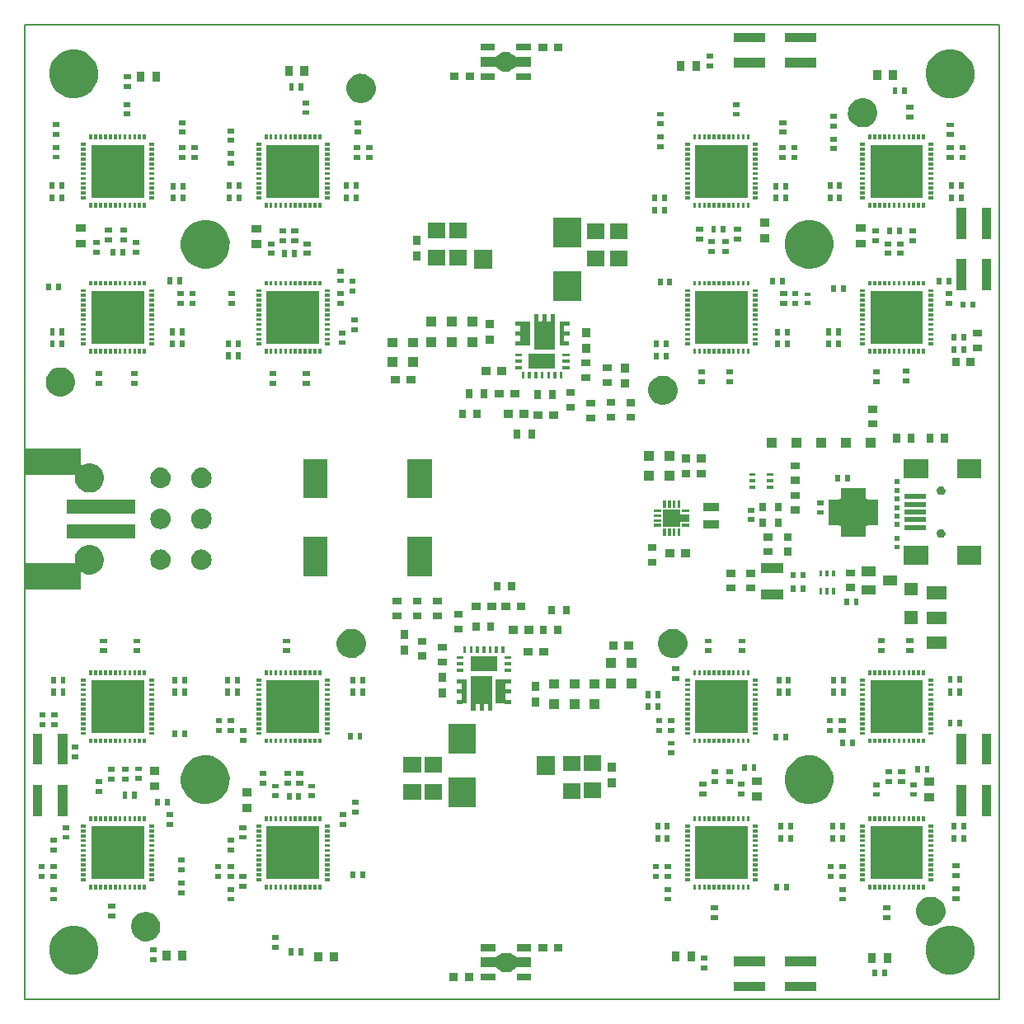
<source format=gts>
G04 (created by PCBNEW (2013-05-16 BZR 4016)-stable) date 12. 1. 2014 16:41:29*
%MOIN*%
G04 Gerber Fmt 3.4, Leading zero omitted, Abs format*
%FSLAX34Y34*%
G01*
G70*
G90*
G04 APERTURE LIST*
%ADD10C,0.00590551*%
G04 APERTURE END LIST*
G54D10*
X38779Y-61023D02*
X78149Y-61023D01*
X78149Y-61023D02*
X78149Y-21653D01*
X78149Y-21653D02*
X38779Y-21653D01*
X38779Y-21653D02*
X38779Y-61023D01*
G36*
X39478Y-51555D02*
X39084Y-51555D01*
X39084Y-50294D01*
X39478Y-50294D01*
X39478Y-51555D01*
X39478Y-51555D01*
G37*
G36*
X39478Y-53642D02*
X39084Y-53642D01*
X39084Y-52381D01*
X39478Y-52381D01*
X39478Y-53642D01*
X39478Y-53642D01*
G37*
G36*
X39567Y-55768D02*
X39330Y-55768D01*
X39330Y-55570D01*
X39567Y-55570D01*
X39567Y-55768D01*
X39567Y-55768D01*
G37*
G36*
X39567Y-56161D02*
X39330Y-56161D01*
X39330Y-55964D01*
X39567Y-55964D01*
X39567Y-56161D01*
X39567Y-56161D01*
G37*
G36*
X39596Y-49636D02*
X39359Y-49636D01*
X39359Y-49438D01*
X39596Y-49438D01*
X39596Y-49636D01*
X39596Y-49636D01*
G37*
G36*
X39596Y-50029D02*
X39359Y-50029D01*
X39359Y-49832D01*
X39596Y-49832D01*
X39596Y-50029D01*
X39596Y-50029D01*
G37*
G36*
X39833Y-32372D02*
X39635Y-32372D01*
X39635Y-32096D01*
X39833Y-32096D01*
X39833Y-32372D01*
X39833Y-32372D01*
G37*
G36*
X39961Y-28287D02*
X39763Y-28287D01*
X39763Y-28011D01*
X39961Y-28011D01*
X39961Y-28287D01*
X39961Y-28287D01*
G37*
G36*
X39961Y-28779D02*
X39763Y-28779D01*
X39763Y-28503D01*
X39961Y-28503D01*
X39961Y-28779D01*
X39961Y-28779D01*
G37*
G36*
X39980Y-34193D02*
X39783Y-34193D01*
X39783Y-33916D01*
X39980Y-33916D01*
X39980Y-34193D01*
X39980Y-34193D01*
G37*
G36*
X39980Y-34685D02*
X39783Y-34685D01*
X39783Y-34409D01*
X39980Y-34409D01*
X39980Y-34685D01*
X39980Y-34685D01*
G37*
G36*
X40020Y-48268D02*
X39822Y-48268D01*
X39822Y-47991D01*
X40020Y-47991D01*
X40020Y-48268D01*
X40020Y-48268D01*
G37*
G36*
X40020Y-48760D02*
X39822Y-48760D01*
X39822Y-48483D01*
X40020Y-48483D01*
X40020Y-48760D01*
X40020Y-48760D01*
G37*
G36*
X40079Y-54705D02*
X39802Y-54705D01*
X39802Y-54507D01*
X40079Y-54507D01*
X40079Y-54705D01*
X40079Y-54705D01*
G37*
G36*
X40079Y-55098D02*
X39802Y-55098D01*
X39802Y-54901D01*
X40079Y-54901D01*
X40079Y-55098D01*
X40079Y-55098D01*
G37*
G36*
X40079Y-55768D02*
X39802Y-55768D01*
X39802Y-55570D01*
X40079Y-55570D01*
X40079Y-55768D01*
X40079Y-55768D01*
G37*
G36*
X40079Y-56161D02*
X39802Y-56161D01*
X39802Y-55964D01*
X40079Y-55964D01*
X40079Y-56161D01*
X40079Y-56161D01*
G37*
G36*
X40079Y-56693D02*
X39802Y-56693D01*
X39802Y-56495D01*
X40079Y-56495D01*
X40079Y-56693D01*
X40079Y-56693D01*
G37*
G36*
X40079Y-57086D02*
X39802Y-57086D01*
X39802Y-56889D01*
X40079Y-56889D01*
X40079Y-57086D01*
X40079Y-57086D01*
G37*
G36*
X40108Y-49636D02*
X39832Y-49636D01*
X39832Y-49438D01*
X40108Y-49438D01*
X40108Y-49636D01*
X40108Y-49636D01*
G37*
G36*
X40108Y-50029D02*
X39832Y-50029D01*
X39832Y-49832D01*
X40108Y-49832D01*
X40108Y-50029D01*
X40108Y-50029D01*
G37*
G36*
X40177Y-25768D02*
X39901Y-25768D01*
X39901Y-25570D01*
X40177Y-25570D01*
X40177Y-25768D01*
X40177Y-25768D01*
G37*
G36*
X40177Y-26161D02*
X39901Y-26161D01*
X39901Y-25964D01*
X40177Y-25964D01*
X40177Y-26161D01*
X40177Y-26161D01*
G37*
G36*
X40177Y-26693D02*
X39901Y-26693D01*
X39901Y-26495D01*
X40177Y-26495D01*
X40177Y-26693D01*
X40177Y-26693D01*
G37*
G36*
X40177Y-27086D02*
X39901Y-27086D01*
X39901Y-26889D01*
X40177Y-26889D01*
X40177Y-27086D01*
X40177Y-27086D01*
G37*
G36*
X40226Y-32372D02*
X40029Y-32372D01*
X40029Y-32096D01*
X40226Y-32096D01*
X40226Y-32372D01*
X40226Y-32372D01*
G37*
G36*
X40354Y-28287D02*
X40157Y-28287D01*
X40157Y-28011D01*
X40354Y-28011D01*
X40354Y-28287D01*
X40354Y-28287D01*
G37*
G36*
X40354Y-28779D02*
X40157Y-28779D01*
X40157Y-28503D01*
X40354Y-28503D01*
X40354Y-28779D01*
X40354Y-28779D01*
G37*
G36*
X40374Y-34193D02*
X40176Y-34193D01*
X40176Y-33916D01*
X40374Y-33916D01*
X40374Y-34193D01*
X40374Y-34193D01*
G37*
G36*
X40374Y-34685D02*
X40176Y-34685D01*
X40176Y-34409D01*
X40374Y-34409D01*
X40374Y-34685D01*
X40374Y-34685D01*
G37*
G36*
X40413Y-48268D02*
X40216Y-48268D01*
X40216Y-47991D01*
X40413Y-47991D01*
X40413Y-48268D01*
X40413Y-48268D01*
G37*
G36*
X40413Y-48760D02*
X40216Y-48760D01*
X40216Y-48483D01*
X40413Y-48483D01*
X40413Y-48760D01*
X40413Y-48760D01*
G37*
G36*
X40482Y-51555D02*
X40088Y-51555D01*
X40088Y-50294D01*
X40482Y-50294D01*
X40482Y-51555D01*
X40482Y-51555D01*
G37*
G36*
X40482Y-53642D02*
X40088Y-53642D01*
X40088Y-52381D01*
X40482Y-52381D01*
X40482Y-53642D01*
X40482Y-53642D01*
G37*
G36*
X40571Y-54193D02*
X40294Y-54193D01*
X40294Y-53995D01*
X40571Y-53995D01*
X40571Y-54193D01*
X40571Y-54193D01*
G37*
G36*
X40571Y-54586D02*
X40294Y-54586D01*
X40294Y-54389D01*
X40571Y-54389D01*
X40571Y-54586D01*
X40571Y-54586D01*
G37*
G36*
X40797Y-36026D02*
X40795Y-36155D01*
X40769Y-36271D01*
X40723Y-36374D01*
X40655Y-36471D01*
X40573Y-36549D01*
X40472Y-36613D01*
X40367Y-36653D01*
X40250Y-36674D01*
X40137Y-36672D01*
X40021Y-36646D01*
X39918Y-36601D01*
X39820Y-36533D01*
X39742Y-36452D01*
X39678Y-36352D01*
X39636Y-36247D01*
X39615Y-36130D01*
X39616Y-36018D01*
X39641Y-35901D01*
X39685Y-35798D01*
X39753Y-35699D01*
X39833Y-35621D01*
X39933Y-35555D01*
X40037Y-35513D01*
X40154Y-35491D01*
X40266Y-35492D01*
X40383Y-35516D01*
X40487Y-35559D01*
X40586Y-35626D01*
X40665Y-35706D01*
X40731Y-35805D01*
X40774Y-35909D01*
X40797Y-36026D01*
X40797Y-36026D01*
G37*
G36*
X40935Y-50945D02*
X40659Y-50945D01*
X40659Y-50747D01*
X40935Y-50747D01*
X40935Y-50945D01*
X40935Y-50945D01*
G37*
G36*
X40935Y-51338D02*
X40659Y-51338D01*
X40659Y-51141D01*
X40935Y-51141D01*
X40935Y-51338D01*
X40935Y-51338D01*
G37*
G36*
X41220Y-30020D02*
X40826Y-30020D01*
X40826Y-29704D01*
X41220Y-29704D01*
X41220Y-30020D01*
X41220Y-30020D01*
G37*
G36*
X41220Y-30649D02*
X40826Y-30649D01*
X40826Y-30334D01*
X41220Y-30334D01*
X41220Y-30649D01*
X41220Y-30649D01*
G37*
G36*
X41241Y-26536D02*
X41044Y-26536D01*
X41044Y-26417D01*
X41241Y-26417D01*
X41241Y-26536D01*
X41241Y-26536D01*
G37*
G36*
X41241Y-26733D02*
X41044Y-26733D01*
X41044Y-26614D01*
X41241Y-26614D01*
X41241Y-26733D01*
X41241Y-26733D01*
G37*
G36*
X41241Y-26930D02*
X41044Y-26930D01*
X41044Y-26811D01*
X41241Y-26811D01*
X41241Y-26930D01*
X41241Y-26930D01*
G37*
G36*
X41241Y-27126D02*
X41044Y-27126D01*
X41044Y-27007D01*
X41241Y-27007D01*
X41241Y-27126D01*
X41241Y-27126D01*
G37*
G36*
X41241Y-27323D02*
X41044Y-27323D01*
X41044Y-27204D01*
X41241Y-27204D01*
X41241Y-27323D01*
X41241Y-27323D01*
G37*
G36*
X41241Y-27520D02*
X41044Y-27520D01*
X41044Y-27401D01*
X41241Y-27401D01*
X41241Y-27520D01*
X41241Y-27520D01*
G37*
G36*
X41241Y-27716D02*
X41044Y-27716D01*
X41044Y-27597D01*
X41241Y-27597D01*
X41241Y-27716D01*
X41241Y-27716D01*
G37*
G36*
X41241Y-27913D02*
X41044Y-27913D01*
X41044Y-27794D01*
X41241Y-27794D01*
X41241Y-27913D01*
X41241Y-27913D01*
G37*
G36*
X41241Y-28110D02*
X41044Y-28110D01*
X41044Y-27991D01*
X41241Y-27991D01*
X41241Y-28110D01*
X41241Y-28110D01*
G37*
G36*
X41241Y-28306D02*
X41044Y-28306D01*
X41044Y-28187D01*
X41241Y-28187D01*
X41241Y-28306D01*
X41241Y-28306D01*
G37*
G36*
X41241Y-28503D02*
X41044Y-28503D01*
X41044Y-28384D01*
X41241Y-28384D01*
X41241Y-28503D01*
X41241Y-28503D01*
G37*
G36*
X41241Y-28700D02*
X41044Y-28700D01*
X41044Y-28581D01*
X41241Y-28581D01*
X41241Y-28700D01*
X41241Y-28700D01*
G37*
G36*
X41241Y-32441D02*
X41044Y-32441D01*
X41044Y-32323D01*
X41241Y-32323D01*
X41241Y-32441D01*
X41241Y-32441D01*
G37*
G36*
X41241Y-32638D02*
X41044Y-32638D01*
X41044Y-32520D01*
X41241Y-32520D01*
X41241Y-32638D01*
X41241Y-32638D01*
G37*
G36*
X41241Y-32835D02*
X41044Y-32835D01*
X41044Y-32717D01*
X41241Y-32717D01*
X41241Y-32835D01*
X41241Y-32835D01*
G37*
G36*
X41241Y-33031D02*
X41044Y-33031D01*
X41044Y-32913D01*
X41241Y-32913D01*
X41241Y-33031D01*
X41241Y-33031D01*
G37*
G36*
X41241Y-33228D02*
X41044Y-33228D01*
X41044Y-33110D01*
X41241Y-33110D01*
X41241Y-33228D01*
X41241Y-33228D01*
G37*
G36*
X41241Y-33425D02*
X41044Y-33425D01*
X41044Y-33307D01*
X41241Y-33307D01*
X41241Y-33425D01*
X41241Y-33425D01*
G37*
G36*
X41241Y-33621D02*
X41044Y-33621D01*
X41044Y-33503D01*
X41241Y-33503D01*
X41241Y-33621D01*
X41241Y-33621D01*
G37*
G36*
X41241Y-33818D02*
X41044Y-33818D01*
X41044Y-33700D01*
X41241Y-33700D01*
X41241Y-33818D01*
X41241Y-33818D01*
G37*
G36*
X41241Y-34015D02*
X41044Y-34015D01*
X41044Y-33897D01*
X41241Y-33897D01*
X41241Y-34015D01*
X41241Y-34015D01*
G37*
G36*
X41241Y-34211D02*
X41044Y-34211D01*
X41044Y-34093D01*
X41241Y-34093D01*
X41241Y-34211D01*
X41241Y-34211D01*
G37*
G36*
X41241Y-34408D02*
X41044Y-34408D01*
X41044Y-34290D01*
X41241Y-34290D01*
X41241Y-34408D01*
X41241Y-34408D01*
G37*
G36*
X41241Y-34605D02*
X41044Y-34605D01*
X41044Y-34487D01*
X41241Y-34487D01*
X41241Y-34605D01*
X41241Y-34605D01*
G37*
G36*
X41241Y-48189D02*
X41044Y-48189D01*
X41044Y-48071D01*
X41241Y-48071D01*
X41241Y-48189D01*
X41241Y-48189D01*
G37*
G36*
X41241Y-48386D02*
X41044Y-48386D01*
X41044Y-48268D01*
X41241Y-48268D01*
X41241Y-48386D01*
X41241Y-48386D01*
G37*
G36*
X41241Y-48583D02*
X41044Y-48583D01*
X41044Y-48465D01*
X41241Y-48465D01*
X41241Y-48583D01*
X41241Y-48583D01*
G37*
G36*
X41241Y-48779D02*
X41044Y-48779D01*
X41044Y-48661D01*
X41241Y-48661D01*
X41241Y-48779D01*
X41241Y-48779D01*
G37*
G36*
X41241Y-48976D02*
X41044Y-48976D01*
X41044Y-48858D01*
X41241Y-48858D01*
X41241Y-48976D01*
X41241Y-48976D01*
G37*
G36*
X41241Y-49173D02*
X41044Y-49173D01*
X41044Y-49055D01*
X41241Y-49055D01*
X41241Y-49173D01*
X41241Y-49173D01*
G37*
G36*
X41241Y-49369D02*
X41044Y-49369D01*
X41044Y-49251D01*
X41241Y-49251D01*
X41241Y-49369D01*
X41241Y-49369D01*
G37*
G36*
X41241Y-49566D02*
X41044Y-49566D01*
X41044Y-49448D01*
X41241Y-49448D01*
X41241Y-49566D01*
X41241Y-49566D01*
G37*
G36*
X41241Y-49763D02*
X41044Y-49763D01*
X41044Y-49645D01*
X41241Y-49645D01*
X41241Y-49763D01*
X41241Y-49763D01*
G37*
G36*
X41241Y-49959D02*
X41044Y-49959D01*
X41044Y-49841D01*
X41241Y-49841D01*
X41241Y-49959D01*
X41241Y-49959D01*
G37*
G36*
X41241Y-50156D02*
X41044Y-50156D01*
X41044Y-50038D01*
X41241Y-50038D01*
X41241Y-50156D01*
X41241Y-50156D01*
G37*
G36*
X41241Y-50353D02*
X41044Y-50353D01*
X41044Y-50235D01*
X41241Y-50235D01*
X41241Y-50353D01*
X41241Y-50353D01*
G37*
G36*
X41241Y-54095D02*
X41044Y-54095D01*
X41044Y-53976D01*
X41241Y-53976D01*
X41241Y-54095D01*
X41241Y-54095D01*
G37*
G36*
X41241Y-54292D02*
X41044Y-54292D01*
X41044Y-54173D01*
X41241Y-54173D01*
X41241Y-54292D01*
X41241Y-54292D01*
G37*
G36*
X41241Y-54489D02*
X41044Y-54489D01*
X41044Y-54370D01*
X41241Y-54370D01*
X41241Y-54489D01*
X41241Y-54489D01*
G37*
G36*
X41241Y-54685D02*
X41044Y-54685D01*
X41044Y-54566D01*
X41241Y-54566D01*
X41241Y-54685D01*
X41241Y-54685D01*
G37*
G36*
X41241Y-54882D02*
X41044Y-54882D01*
X41044Y-54763D01*
X41241Y-54763D01*
X41241Y-54882D01*
X41241Y-54882D01*
G37*
G36*
X41241Y-55079D02*
X41044Y-55079D01*
X41044Y-54960D01*
X41241Y-54960D01*
X41241Y-55079D01*
X41241Y-55079D01*
G37*
G36*
X41241Y-55275D02*
X41044Y-55275D01*
X41044Y-55156D01*
X41241Y-55156D01*
X41241Y-55275D01*
X41241Y-55275D01*
G37*
G36*
X41241Y-55472D02*
X41044Y-55472D01*
X41044Y-55353D01*
X41241Y-55353D01*
X41241Y-55472D01*
X41241Y-55472D01*
G37*
G36*
X41241Y-55669D02*
X41044Y-55669D01*
X41044Y-55550D01*
X41241Y-55550D01*
X41241Y-55669D01*
X41241Y-55669D01*
G37*
G36*
X41241Y-55865D02*
X41044Y-55865D01*
X41044Y-55746D01*
X41241Y-55746D01*
X41241Y-55865D01*
X41241Y-55865D01*
G37*
G36*
X41241Y-56062D02*
X41044Y-56062D01*
X41044Y-55943D01*
X41241Y-55943D01*
X41241Y-56062D01*
X41241Y-56062D01*
G37*
G36*
X41241Y-56259D02*
X41044Y-56259D01*
X41044Y-56140D01*
X41241Y-56140D01*
X41241Y-56259D01*
X41241Y-56259D01*
G37*
G36*
X41497Y-26280D02*
X41378Y-26280D01*
X41378Y-26083D01*
X41497Y-26083D01*
X41497Y-26280D01*
X41497Y-26280D01*
G37*
G36*
X41497Y-29034D02*
X41378Y-29034D01*
X41378Y-28837D01*
X41497Y-28837D01*
X41497Y-29034D01*
X41497Y-29034D01*
G37*
G36*
X41497Y-32185D02*
X41378Y-32185D01*
X41378Y-31989D01*
X41497Y-31989D01*
X41497Y-32185D01*
X41497Y-32185D01*
G37*
G36*
X41497Y-34939D02*
X41378Y-34939D01*
X41378Y-34743D01*
X41497Y-34743D01*
X41497Y-34939D01*
X41497Y-34939D01*
G37*
G36*
X41497Y-47933D02*
X41378Y-47933D01*
X41378Y-47737D01*
X41497Y-47737D01*
X41497Y-47933D01*
X41497Y-47933D01*
G37*
G36*
X41497Y-50687D02*
X41378Y-50687D01*
X41378Y-50491D01*
X41497Y-50491D01*
X41497Y-50687D01*
X41497Y-50687D01*
G37*
G36*
X41497Y-53839D02*
X41378Y-53839D01*
X41378Y-53642D01*
X41497Y-53642D01*
X41497Y-53839D01*
X41497Y-53839D01*
G37*
G36*
X41497Y-56593D02*
X41378Y-56593D01*
X41378Y-56396D01*
X41497Y-56396D01*
X41497Y-56593D01*
X41497Y-56593D01*
G37*
G36*
X41694Y-26280D02*
X41575Y-26280D01*
X41575Y-26083D01*
X41694Y-26083D01*
X41694Y-26280D01*
X41694Y-26280D01*
G37*
G36*
X41694Y-29034D02*
X41575Y-29034D01*
X41575Y-28837D01*
X41694Y-28837D01*
X41694Y-29034D01*
X41694Y-29034D01*
G37*
G36*
X41694Y-32185D02*
X41575Y-32185D01*
X41575Y-31989D01*
X41694Y-31989D01*
X41694Y-32185D01*
X41694Y-32185D01*
G37*
G36*
X41694Y-34939D02*
X41575Y-34939D01*
X41575Y-34743D01*
X41694Y-34743D01*
X41694Y-34939D01*
X41694Y-34939D01*
G37*
G36*
X41694Y-47933D02*
X41575Y-47933D01*
X41575Y-47737D01*
X41694Y-47737D01*
X41694Y-47933D01*
X41694Y-47933D01*
G37*
G36*
X41694Y-50687D02*
X41575Y-50687D01*
X41575Y-50491D01*
X41694Y-50491D01*
X41694Y-50687D01*
X41694Y-50687D01*
G37*
G36*
X41694Y-53839D02*
X41575Y-53839D01*
X41575Y-53642D01*
X41694Y-53642D01*
X41694Y-53839D01*
X41694Y-53839D01*
G37*
G36*
X41694Y-56593D02*
X41575Y-56593D01*
X41575Y-56396D01*
X41694Y-56396D01*
X41694Y-56593D01*
X41694Y-56593D01*
G37*
G36*
X41732Y-23526D02*
X41729Y-23744D01*
X41686Y-23935D01*
X41608Y-24109D01*
X41495Y-24269D01*
X41358Y-24400D01*
X41192Y-24505D01*
X41015Y-24574D01*
X40822Y-24608D01*
X40632Y-24604D01*
X40440Y-24562D01*
X40266Y-24486D01*
X40105Y-24374D01*
X39973Y-24237D01*
X39867Y-24072D01*
X39797Y-23896D01*
X39762Y-23703D01*
X39764Y-23513D01*
X39805Y-23321D01*
X39880Y-23146D01*
X39991Y-22984D01*
X40126Y-22852D01*
X40291Y-22744D01*
X40467Y-22673D01*
X40660Y-22636D01*
X40849Y-22638D01*
X41042Y-22677D01*
X41216Y-22751D01*
X41380Y-22861D01*
X41513Y-22995D01*
X41622Y-23159D01*
X41694Y-23334D01*
X41732Y-23525D01*
X41732Y-23526D01*
X41732Y-23526D01*
G37*
G36*
X41732Y-58960D02*
X41729Y-59177D01*
X41686Y-59368D01*
X41608Y-59542D01*
X41495Y-59702D01*
X41358Y-59833D01*
X41192Y-59938D01*
X41015Y-60007D01*
X40822Y-60041D01*
X40632Y-60037D01*
X40440Y-59995D01*
X40266Y-59919D01*
X40105Y-59807D01*
X39973Y-59670D01*
X39867Y-59505D01*
X39797Y-59329D01*
X39762Y-59136D01*
X39764Y-58946D01*
X39805Y-58754D01*
X39880Y-58580D01*
X39991Y-58417D01*
X40126Y-58285D01*
X40291Y-58177D01*
X40467Y-58106D01*
X40660Y-58069D01*
X40849Y-58071D01*
X41042Y-58110D01*
X41216Y-58184D01*
X41380Y-58294D01*
X41513Y-58428D01*
X41622Y-58592D01*
X41694Y-58767D01*
X41732Y-58958D01*
X41732Y-58960D01*
X41732Y-58960D01*
G37*
G36*
X41791Y-30551D02*
X41515Y-30551D01*
X41515Y-30353D01*
X41791Y-30353D01*
X41791Y-30551D01*
X41791Y-30551D01*
G37*
G36*
X41791Y-30945D02*
X41515Y-30945D01*
X41515Y-30747D01*
X41791Y-30747D01*
X41791Y-30945D01*
X41791Y-30945D01*
G37*
G36*
X41891Y-26280D02*
X41772Y-26280D01*
X41772Y-26083D01*
X41891Y-26083D01*
X41891Y-26280D01*
X41891Y-26280D01*
G37*
G36*
X41891Y-29034D02*
X41772Y-29034D01*
X41772Y-28837D01*
X41891Y-28837D01*
X41891Y-29034D01*
X41891Y-29034D01*
G37*
G36*
X41891Y-32185D02*
X41772Y-32185D01*
X41772Y-31989D01*
X41891Y-31989D01*
X41891Y-32185D01*
X41891Y-32185D01*
G37*
G36*
X41891Y-34939D02*
X41772Y-34939D01*
X41772Y-34743D01*
X41891Y-34743D01*
X41891Y-34939D01*
X41891Y-34939D01*
G37*
G36*
X41891Y-47933D02*
X41772Y-47933D01*
X41772Y-47737D01*
X41891Y-47737D01*
X41891Y-47933D01*
X41891Y-47933D01*
G37*
G36*
X41891Y-50687D02*
X41772Y-50687D01*
X41772Y-50491D01*
X41891Y-50491D01*
X41891Y-50687D01*
X41891Y-50687D01*
G37*
G36*
X41891Y-53839D02*
X41772Y-53839D01*
X41772Y-53642D01*
X41891Y-53642D01*
X41891Y-53839D01*
X41891Y-53839D01*
G37*
G36*
X41891Y-56593D02*
X41772Y-56593D01*
X41772Y-56396D01*
X41891Y-56396D01*
X41891Y-56593D01*
X41891Y-56593D01*
G37*
G36*
X41909Y-35846D02*
X41633Y-35846D01*
X41633Y-35649D01*
X41909Y-35649D01*
X41909Y-35846D01*
X41909Y-35846D01*
G37*
G36*
X41909Y-36240D02*
X41633Y-36240D01*
X41633Y-36042D01*
X41909Y-36042D01*
X41909Y-36240D01*
X41909Y-36240D01*
G37*
G36*
X41909Y-52342D02*
X41633Y-52342D01*
X41633Y-52145D01*
X41909Y-52145D01*
X41909Y-52342D01*
X41909Y-52342D01*
G37*
G36*
X41909Y-52736D02*
X41633Y-52736D01*
X41633Y-52538D01*
X41909Y-52538D01*
X41909Y-52736D01*
X41909Y-52736D01*
G37*
G36*
X41969Y-39904D02*
X41967Y-40034D01*
X41941Y-40149D01*
X41895Y-40253D01*
X41827Y-40350D01*
X41745Y-40428D01*
X41645Y-40491D01*
X41539Y-40532D01*
X41422Y-40553D01*
X41309Y-40550D01*
X41193Y-40525D01*
X41090Y-40480D01*
X40992Y-40412D01*
X40914Y-40331D01*
X40850Y-40231D01*
X40808Y-40126D01*
X40787Y-40009D01*
X40788Y-39896D01*
X40797Y-39856D01*
X40797Y-39848D01*
X40794Y-39841D01*
X40788Y-39835D01*
X40781Y-39833D01*
X40774Y-39833D01*
X38808Y-39833D01*
X38808Y-38788D01*
X41014Y-38788D01*
X41014Y-39453D01*
X41014Y-39461D01*
X41017Y-39468D01*
X41022Y-39474D01*
X41029Y-39477D01*
X41037Y-39477D01*
X41044Y-39474D01*
X41105Y-39434D01*
X41209Y-39392D01*
X41326Y-39369D01*
X41438Y-39370D01*
X41556Y-39394D01*
X41659Y-39438D01*
X41758Y-39504D01*
X41837Y-39584D01*
X41903Y-39684D01*
X41946Y-39787D01*
X41969Y-39904D01*
X41969Y-39904D01*
G37*
G36*
X41969Y-43210D02*
X41967Y-43340D01*
X41941Y-43455D01*
X41895Y-43559D01*
X41827Y-43656D01*
X41745Y-43734D01*
X41645Y-43797D01*
X41539Y-43838D01*
X41422Y-43859D01*
X41309Y-43856D01*
X41193Y-43831D01*
X41090Y-43786D01*
X41044Y-43754D01*
X41037Y-43751D01*
X41029Y-43751D01*
X41022Y-43754D01*
X41017Y-43759D01*
X41014Y-43766D01*
X41014Y-43774D01*
X41014Y-44459D01*
X38808Y-44459D01*
X38808Y-43414D01*
X40778Y-43414D01*
X40785Y-43414D01*
X40792Y-43412D01*
X40798Y-43406D01*
X40801Y-43399D01*
X40801Y-43391D01*
X40787Y-43315D01*
X40788Y-43202D01*
X40813Y-43086D01*
X40857Y-42982D01*
X40925Y-42884D01*
X41005Y-42805D01*
X41105Y-42740D01*
X41209Y-42698D01*
X41326Y-42675D01*
X41438Y-42676D01*
X41556Y-42700D01*
X41659Y-42744D01*
X41758Y-42810D01*
X41837Y-42890D01*
X41903Y-42990D01*
X41946Y-43093D01*
X41969Y-43210D01*
X41969Y-43210D01*
G37*
G36*
X42086Y-46653D02*
X41810Y-46653D01*
X41810Y-46456D01*
X42086Y-46456D01*
X42086Y-46653D01*
X42086Y-46653D01*
G37*
G36*
X42086Y-47047D02*
X41810Y-47047D01*
X41810Y-46850D01*
X42086Y-46850D01*
X42086Y-47047D01*
X42086Y-47047D01*
G37*
G36*
X42087Y-26280D02*
X41968Y-26280D01*
X41968Y-26083D01*
X42087Y-26083D01*
X42087Y-26280D01*
X42087Y-26280D01*
G37*
G36*
X42087Y-29034D02*
X41968Y-29034D01*
X41968Y-28837D01*
X42087Y-28837D01*
X42087Y-29034D01*
X42087Y-29034D01*
G37*
G36*
X42087Y-32185D02*
X41968Y-32185D01*
X41968Y-31989D01*
X42087Y-31989D01*
X42087Y-32185D01*
X42087Y-32185D01*
G37*
G36*
X42087Y-34939D02*
X41968Y-34939D01*
X41968Y-34743D01*
X42087Y-34743D01*
X42087Y-34939D01*
X42087Y-34939D01*
G37*
G36*
X42087Y-47933D02*
X41968Y-47933D01*
X41968Y-47737D01*
X42087Y-47737D01*
X42087Y-47933D01*
X42087Y-47933D01*
G37*
G36*
X42087Y-50687D02*
X41968Y-50687D01*
X41968Y-50491D01*
X42087Y-50491D01*
X42087Y-50687D01*
X42087Y-50687D01*
G37*
G36*
X42087Y-53839D02*
X41968Y-53839D01*
X41968Y-53642D01*
X42087Y-53642D01*
X42087Y-53839D01*
X42087Y-53839D01*
G37*
G36*
X42087Y-56593D02*
X41968Y-56593D01*
X41968Y-56396D01*
X42087Y-56396D01*
X42087Y-56593D01*
X42087Y-56593D01*
G37*
G36*
X42283Y-30039D02*
X42007Y-30039D01*
X42007Y-29842D01*
X42283Y-29842D01*
X42283Y-30039D01*
X42283Y-30039D01*
G37*
G36*
X42283Y-30433D02*
X42007Y-30433D01*
X42007Y-30235D01*
X42283Y-30235D01*
X42283Y-30433D01*
X42283Y-30433D01*
G37*
G36*
X42284Y-26280D02*
X42165Y-26280D01*
X42165Y-26083D01*
X42284Y-26083D01*
X42284Y-26280D01*
X42284Y-26280D01*
G37*
G36*
X42284Y-29034D02*
X42165Y-29034D01*
X42165Y-28837D01*
X42284Y-28837D01*
X42284Y-29034D01*
X42284Y-29034D01*
G37*
G36*
X42284Y-32185D02*
X42165Y-32185D01*
X42165Y-31989D01*
X42284Y-31989D01*
X42284Y-32185D01*
X42284Y-32185D01*
G37*
G36*
X42284Y-34939D02*
X42165Y-34939D01*
X42165Y-34743D01*
X42284Y-34743D01*
X42284Y-34939D01*
X42284Y-34939D01*
G37*
G36*
X42284Y-47933D02*
X42165Y-47933D01*
X42165Y-47737D01*
X42284Y-47737D01*
X42284Y-47933D01*
X42284Y-47933D01*
G37*
G36*
X42284Y-50687D02*
X42165Y-50687D01*
X42165Y-50491D01*
X42284Y-50491D01*
X42284Y-50687D01*
X42284Y-50687D01*
G37*
G36*
X42284Y-53839D02*
X42165Y-53839D01*
X42165Y-53642D01*
X42284Y-53642D01*
X42284Y-53839D01*
X42284Y-53839D01*
G37*
G36*
X42284Y-56593D02*
X42165Y-56593D01*
X42165Y-56396D01*
X42284Y-56396D01*
X42284Y-56593D01*
X42284Y-56593D01*
G37*
G36*
X42401Y-51831D02*
X42125Y-51831D01*
X42125Y-51633D01*
X42401Y-51633D01*
X42401Y-51831D01*
X42401Y-51831D01*
G37*
G36*
X42401Y-52224D02*
X42125Y-52224D01*
X42125Y-52027D01*
X42401Y-52027D01*
X42401Y-52224D01*
X42401Y-52224D01*
G37*
G36*
X42421Y-57372D02*
X42145Y-57372D01*
X42145Y-57174D01*
X42421Y-57174D01*
X42421Y-57372D01*
X42421Y-57372D01*
G37*
G36*
X42421Y-57766D02*
X42145Y-57766D01*
X42145Y-57568D01*
X42421Y-57568D01*
X42421Y-57766D01*
X42421Y-57766D01*
G37*
G36*
X42441Y-30984D02*
X42243Y-30984D01*
X42243Y-30708D01*
X42441Y-30708D01*
X42441Y-30984D01*
X42441Y-30984D01*
G37*
G36*
X42481Y-26280D02*
X42362Y-26280D01*
X42362Y-26083D01*
X42481Y-26083D01*
X42481Y-26280D01*
X42481Y-26280D01*
G37*
G36*
X42481Y-29034D02*
X42362Y-29034D01*
X42362Y-28837D01*
X42481Y-28837D01*
X42481Y-29034D01*
X42481Y-29034D01*
G37*
G36*
X42481Y-32185D02*
X42362Y-32185D01*
X42362Y-31989D01*
X42481Y-31989D01*
X42481Y-32185D01*
X42481Y-32185D01*
G37*
G36*
X42481Y-34939D02*
X42362Y-34939D01*
X42362Y-34743D01*
X42481Y-34743D01*
X42481Y-34939D01*
X42481Y-34939D01*
G37*
G36*
X42481Y-47933D02*
X42362Y-47933D01*
X42362Y-47737D01*
X42481Y-47737D01*
X42481Y-47933D01*
X42481Y-47933D01*
G37*
G36*
X42481Y-50687D02*
X42362Y-50687D01*
X42362Y-50491D01*
X42481Y-50491D01*
X42481Y-50687D01*
X42481Y-50687D01*
G37*
G36*
X42481Y-53839D02*
X42362Y-53839D01*
X42362Y-53642D01*
X42481Y-53642D01*
X42481Y-53839D01*
X42481Y-53839D01*
G37*
G36*
X42481Y-56593D02*
X42362Y-56593D01*
X42362Y-56396D01*
X42481Y-56396D01*
X42481Y-56593D01*
X42481Y-56593D01*
G37*
G36*
X42677Y-26280D02*
X42558Y-26280D01*
X42558Y-26083D01*
X42677Y-26083D01*
X42677Y-26280D01*
X42677Y-26280D01*
G37*
G36*
X42677Y-29034D02*
X42558Y-29034D01*
X42558Y-28837D01*
X42677Y-28837D01*
X42677Y-29034D01*
X42677Y-29034D01*
G37*
G36*
X42677Y-32185D02*
X42558Y-32185D01*
X42558Y-31989D01*
X42677Y-31989D01*
X42677Y-32185D01*
X42677Y-32185D01*
G37*
G36*
X42677Y-34939D02*
X42558Y-34939D01*
X42558Y-34743D01*
X42677Y-34743D01*
X42677Y-34939D01*
X42677Y-34939D01*
G37*
G36*
X42677Y-47933D02*
X42558Y-47933D01*
X42558Y-47737D01*
X42677Y-47737D01*
X42677Y-47933D01*
X42677Y-47933D01*
G37*
G36*
X42677Y-50687D02*
X42558Y-50687D01*
X42558Y-50491D01*
X42677Y-50491D01*
X42677Y-50687D01*
X42677Y-50687D01*
G37*
G36*
X42677Y-53839D02*
X42558Y-53839D01*
X42558Y-53642D01*
X42677Y-53642D01*
X42677Y-53839D01*
X42677Y-53839D01*
G37*
G36*
X42677Y-56593D02*
X42558Y-56593D01*
X42558Y-56396D01*
X42677Y-56396D01*
X42677Y-56593D01*
X42677Y-56593D01*
G37*
G36*
X42835Y-30984D02*
X42637Y-30984D01*
X42637Y-30708D01*
X42835Y-30708D01*
X42835Y-30984D01*
X42835Y-30984D01*
G37*
G36*
X42874Y-26280D02*
X42755Y-26280D01*
X42755Y-26083D01*
X42874Y-26083D01*
X42874Y-26280D01*
X42874Y-26280D01*
G37*
G36*
X42874Y-29034D02*
X42755Y-29034D01*
X42755Y-28837D01*
X42874Y-28837D01*
X42874Y-29034D01*
X42874Y-29034D01*
G37*
G36*
X42874Y-32185D02*
X42755Y-32185D01*
X42755Y-31989D01*
X42874Y-31989D01*
X42874Y-32185D01*
X42874Y-32185D01*
G37*
G36*
X42874Y-34939D02*
X42755Y-34939D01*
X42755Y-34743D01*
X42874Y-34743D01*
X42874Y-34939D01*
X42874Y-34939D01*
G37*
G36*
X42874Y-47933D02*
X42755Y-47933D01*
X42755Y-47737D01*
X42874Y-47737D01*
X42874Y-47933D01*
X42874Y-47933D01*
G37*
G36*
X42874Y-50687D02*
X42755Y-50687D01*
X42755Y-50491D01*
X42874Y-50491D01*
X42874Y-50687D01*
X42874Y-50687D01*
G37*
G36*
X42874Y-53839D02*
X42755Y-53839D01*
X42755Y-53642D01*
X42874Y-53642D01*
X42874Y-53839D01*
X42874Y-53839D01*
G37*
G36*
X42874Y-56593D02*
X42755Y-56593D01*
X42755Y-56396D01*
X42874Y-56396D01*
X42874Y-56593D01*
X42874Y-56593D01*
G37*
G36*
X42913Y-30039D02*
X42637Y-30039D01*
X42637Y-29842D01*
X42913Y-29842D01*
X42913Y-30039D01*
X42913Y-30039D01*
G37*
G36*
X42913Y-30433D02*
X42637Y-30433D01*
X42637Y-30235D01*
X42913Y-30235D01*
X42913Y-30433D01*
X42913Y-30433D01*
G37*
G36*
X42913Y-52923D02*
X42716Y-52923D01*
X42716Y-52647D01*
X42913Y-52647D01*
X42913Y-52923D01*
X42913Y-52923D01*
G37*
G36*
X42972Y-51831D02*
X42696Y-51831D01*
X42696Y-51633D01*
X42972Y-51633D01*
X42972Y-51831D01*
X42972Y-51831D01*
G37*
G36*
X42972Y-52224D02*
X42696Y-52224D01*
X42696Y-52027D01*
X42972Y-52027D01*
X42972Y-52224D01*
X42972Y-52224D01*
G37*
G36*
X43043Y-24957D02*
X42767Y-24957D01*
X42767Y-24759D01*
X43043Y-24759D01*
X43043Y-24957D01*
X43043Y-24957D01*
G37*
G36*
X43043Y-25350D02*
X42767Y-25350D01*
X42767Y-25153D01*
X43043Y-25153D01*
X43043Y-25350D01*
X43043Y-25350D01*
G37*
G36*
X43051Y-23838D02*
X42775Y-23838D01*
X42775Y-23641D01*
X43051Y-23641D01*
X43051Y-23838D01*
X43051Y-23838D01*
G37*
G36*
X43051Y-24232D02*
X42775Y-24232D01*
X42775Y-24035D01*
X43051Y-24035D01*
X43051Y-24232D01*
X43051Y-24232D01*
G37*
G36*
X43071Y-26280D02*
X42952Y-26280D01*
X42952Y-26083D01*
X43071Y-26083D01*
X43071Y-26280D01*
X43071Y-26280D01*
G37*
G36*
X43071Y-29034D02*
X42952Y-29034D01*
X42952Y-28837D01*
X43071Y-28837D01*
X43071Y-29034D01*
X43071Y-29034D01*
G37*
G36*
X43071Y-32185D02*
X42952Y-32185D01*
X42952Y-31989D01*
X43071Y-31989D01*
X43071Y-32185D01*
X43071Y-32185D01*
G37*
G36*
X43071Y-34939D02*
X42952Y-34939D01*
X42952Y-34743D01*
X43071Y-34743D01*
X43071Y-34939D01*
X43071Y-34939D01*
G37*
G36*
X43071Y-47933D02*
X42952Y-47933D01*
X42952Y-47737D01*
X43071Y-47737D01*
X43071Y-47933D01*
X43071Y-47933D01*
G37*
G36*
X43071Y-50687D02*
X42952Y-50687D01*
X42952Y-50491D01*
X43071Y-50491D01*
X43071Y-50687D01*
X43071Y-50687D01*
G37*
G36*
X43071Y-53839D02*
X42952Y-53839D01*
X42952Y-53642D01*
X43071Y-53642D01*
X43071Y-53839D01*
X43071Y-53839D01*
G37*
G36*
X43071Y-56593D02*
X42952Y-56593D01*
X42952Y-56396D01*
X43071Y-56396D01*
X43071Y-56593D01*
X43071Y-56593D01*
G37*
G36*
X43218Y-41407D02*
X40462Y-41407D01*
X40462Y-40855D01*
X43218Y-40855D01*
X43218Y-41407D01*
X43218Y-41407D01*
G37*
G36*
X43218Y-42392D02*
X40462Y-42392D01*
X40462Y-41840D01*
X43218Y-41840D01*
X43218Y-42392D01*
X43218Y-42392D01*
G37*
G36*
X43267Y-26280D02*
X43148Y-26280D01*
X43148Y-26083D01*
X43267Y-26083D01*
X43267Y-26280D01*
X43267Y-26280D01*
G37*
G36*
X43267Y-29034D02*
X43148Y-29034D01*
X43148Y-28837D01*
X43267Y-28837D01*
X43267Y-29034D01*
X43267Y-29034D01*
G37*
G36*
X43267Y-32185D02*
X43148Y-32185D01*
X43148Y-31989D01*
X43267Y-31989D01*
X43267Y-32185D01*
X43267Y-32185D01*
G37*
G36*
X43267Y-34939D02*
X43148Y-34939D01*
X43148Y-34743D01*
X43267Y-34743D01*
X43267Y-34939D01*
X43267Y-34939D01*
G37*
G36*
X43267Y-47933D02*
X43148Y-47933D01*
X43148Y-47737D01*
X43267Y-47737D01*
X43267Y-47933D01*
X43267Y-47933D01*
G37*
G36*
X43267Y-50687D02*
X43148Y-50687D01*
X43148Y-50491D01*
X43267Y-50491D01*
X43267Y-50687D01*
X43267Y-50687D01*
G37*
G36*
X43267Y-53839D02*
X43148Y-53839D01*
X43148Y-53642D01*
X43267Y-53642D01*
X43267Y-53839D01*
X43267Y-53839D01*
G37*
G36*
X43267Y-56593D02*
X43148Y-56593D01*
X43148Y-56396D01*
X43267Y-56396D01*
X43267Y-56593D01*
X43267Y-56593D01*
G37*
G36*
X43307Y-52923D02*
X43109Y-52923D01*
X43109Y-52647D01*
X43307Y-52647D01*
X43307Y-52923D01*
X43307Y-52923D01*
G37*
G36*
X43346Y-35846D02*
X43070Y-35846D01*
X43070Y-35649D01*
X43346Y-35649D01*
X43346Y-35846D01*
X43346Y-35846D01*
G37*
G36*
X43346Y-36240D02*
X43070Y-36240D01*
X43070Y-36042D01*
X43346Y-36042D01*
X43346Y-36240D01*
X43346Y-36240D01*
G37*
G36*
X43398Y-30547D02*
X43121Y-30547D01*
X43121Y-30350D01*
X43398Y-30350D01*
X43398Y-30547D01*
X43398Y-30547D01*
G37*
G36*
X43398Y-30941D02*
X43121Y-30941D01*
X43121Y-30743D01*
X43398Y-30743D01*
X43398Y-30941D01*
X43398Y-30941D01*
G37*
G36*
X43425Y-46653D02*
X43149Y-46653D01*
X43149Y-46456D01*
X43425Y-46456D01*
X43425Y-46653D01*
X43425Y-46653D01*
G37*
G36*
X43425Y-47047D02*
X43149Y-47047D01*
X43149Y-46850D01*
X43425Y-46850D01*
X43425Y-47047D01*
X43425Y-47047D01*
G37*
G36*
X43464Y-26280D02*
X43345Y-26280D01*
X43345Y-26083D01*
X43464Y-26083D01*
X43464Y-26280D01*
X43464Y-26280D01*
G37*
G36*
X43464Y-29034D02*
X43345Y-29034D01*
X43345Y-28837D01*
X43464Y-28837D01*
X43464Y-29034D01*
X43464Y-29034D01*
G37*
G36*
X43464Y-32185D02*
X43345Y-32185D01*
X43345Y-31989D01*
X43464Y-31989D01*
X43464Y-32185D01*
X43464Y-32185D01*
G37*
G36*
X43464Y-34939D02*
X43345Y-34939D01*
X43345Y-34743D01*
X43464Y-34743D01*
X43464Y-34939D01*
X43464Y-34939D01*
G37*
G36*
X43464Y-47933D02*
X43345Y-47933D01*
X43345Y-47737D01*
X43464Y-47737D01*
X43464Y-47933D01*
X43464Y-47933D01*
G37*
G36*
X43464Y-50687D02*
X43345Y-50687D01*
X43345Y-50491D01*
X43464Y-50491D01*
X43464Y-50687D01*
X43464Y-50687D01*
G37*
G36*
X43464Y-53839D02*
X43345Y-53839D01*
X43345Y-53642D01*
X43464Y-53642D01*
X43464Y-53839D01*
X43464Y-53839D01*
G37*
G36*
X43464Y-56593D02*
X43345Y-56593D01*
X43345Y-56396D01*
X43464Y-56396D01*
X43464Y-56593D01*
X43464Y-56593D01*
G37*
G36*
X43504Y-51821D02*
X43227Y-51821D01*
X43227Y-51623D01*
X43504Y-51623D01*
X43504Y-51821D01*
X43504Y-51821D01*
G37*
G36*
X43504Y-52214D02*
X43227Y-52214D01*
X43227Y-52017D01*
X43504Y-52017D01*
X43504Y-52214D01*
X43504Y-52214D01*
G37*
G36*
X43583Y-28622D02*
X41456Y-28622D01*
X41456Y-26495D01*
X43583Y-26495D01*
X43583Y-28622D01*
X43583Y-28622D01*
G37*
G36*
X43583Y-34527D02*
X41456Y-34527D01*
X41456Y-32401D01*
X43583Y-32401D01*
X43583Y-34527D01*
X43583Y-34527D01*
G37*
G36*
X43583Y-50275D02*
X41456Y-50275D01*
X41456Y-48149D01*
X43583Y-48149D01*
X43583Y-50275D01*
X43583Y-50275D01*
G37*
G36*
X43583Y-56181D02*
X41456Y-56181D01*
X41456Y-54054D01*
X43583Y-54054D01*
X43583Y-56181D01*
X43583Y-56181D01*
G37*
G36*
X43602Y-23937D02*
X43287Y-23937D01*
X43287Y-23542D01*
X43602Y-23542D01*
X43602Y-23937D01*
X43602Y-23937D01*
G37*
G36*
X43661Y-26280D02*
X43542Y-26280D01*
X43542Y-26083D01*
X43661Y-26083D01*
X43661Y-26280D01*
X43661Y-26280D01*
G37*
G36*
X43661Y-29034D02*
X43542Y-29034D01*
X43542Y-28837D01*
X43661Y-28837D01*
X43661Y-29034D01*
X43661Y-29034D01*
G37*
G36*
X43661Y-32185D02*
X43542Y-32185D01*
X43542Y-31989D01*
X43661Y-31989D01*
X43661Y-32185D01*
X43661Y-32185D01*
G37*
G36*
X43661Y-34939D02*
X43542Y-34939D01*
X43542Y-34743D01*
X43661Y-34743D01*
X43661Y-34939D01*
X43661Y-34939D01*
G37*
G36*
X43661Y-47933D02*
X43542Y-47933D01*
X43542Y-47737D01*
X43661Y-47737D01*
X43661Y-47933D01*
X43661Y-47933D01*
G37*
G36*
X43661Y-50687D02*
X43542Y-50687D01*
X43542Y-50491D01*
X43661Y-50491D01*
X43661Y-50687D01*
X43661Y-50687D01*
G37*
G36*
X43661Y-53839D02*
X43542Y-53839D01*
X43542Y-53642D01*
X43661Y-53642D01*
X43661Y-53839D01*
X43661Y-53839D01*
G37*
G36*
X43661Y-56593D02*
X43542Y-56593D01*
X43542Y-56396D01*
X43661Y-56396D01*
X43661Y-56593D01*
X43661Y-56593D01*
G37*
G36*
X43995Y-26536D02*
X43798Y-26536D01*
X43798Y-26417D01*
X43995Y-26417D01*
X43995Y-26536D01*
X43995Y-26536D01*
G37*
G36*
X43995Y-26733D02*
X43798Y-26733D01*
X43798Y-26614D01*
X43995Y-26614D01*
X43995Y-26733D01*
X43995Y-26733D01*
G37*
G36*
X43995Y-26930D02*
X43798Y-26930D01*
X43798Y-26811D01*
X43995Y-26811D01*
X43995Y-26930D01*
X43995Y-26930D01*
G37*
G36*
X43995Y-27126D02*
X43798Y-27126D01*
X43798Y-27007D01*
X43995Y-27007D01*
X43995Y-27126D01*
X43995Y-27126D01*
G37*
G36*
X43995Y-27323D02*
X43798Y-27323D01*
X43798Y-27204D01*
X43995Y-27204D01*
X43995Y-27323D01*
X43995Y-27323D01*
G37*
G36*
X43995Y-27520D02*
X43798Y-27520D01*
X43798Y-27401D01*
X43995Y-27401D01*
X43995Y-27520D01*
X43995Y-27520D01*
G37*
G36*
X43995Y-27716D02*
X43798Y-27716D01*
X43798Y-27597D01*
X43995Y-27597D01*
X43995Y-27716D01*
X43995Y-27716D01*
G37*
G36*
X43995Y-27913D02*
X43798Y-27913D01*
X43798Y-27794D01*
X43995Y-27794D01*
X43995Y-27913D01*
X43995Y-27913D01*
G37*
G36*
X43995Y-28110D02*
X43798Y-28110D01*
X43798Y-27991D01*
X43995Y-27991D01*
X43995Y-28110D01*
X43995Y-28110D01*
G37*
G36*
X43995Y-28306D02*
X43798Y-28306D01*
X43798Y-28187D01*
X43995Y-28187D01*
X43995Y-28306D01*
X43995Y-28306D01*
G37*
G36*
X43995Y-28503D02*
X43798Y-28503D01*
X43798Y-28384D01*
X43995Y-28384D01*
X43995Y-28503D01*
X43995Y-28503D01*
G37*
G36*
X43995Y-28700D02*
X43798Y-28700D01*
X43798Y-28581D01*
X43995Y-28581D01*
X43995Y-28700D01*
X43995Y-28700D01*
G37*
G36*
X43995Y-32441D02*
X43798Y-32441D01*
X43798Y-32323D01*
X43995Y-32323D01*
X43995Y-32441D01*
X43995Y-32441D01*
G37*
G36*
X43995Y-32638D02*
X43798Y-32638D01*
X43798Y-32520D01*
X43995Y-32520D01*
X43995Y-32638D01*
X43995Y-32638D01*
G37*
G36*
X43995Y-32835D02*
X43798Y-32835D01*
X43798Y-32717D01*
X43995Y-32717D01*
X43995Y-32835D01*
X43995Y-32835D01*
G37*
G36*
X43995Y-33031D02*
X43798Y-33031D01*
X43798Y-32913D01*
X43995Y-32913D01*
X43995Y-33031D01*
X43995Y-33031D01*
G37*
G36*
X43995Y-33228D02*
X43798Y-33228D01*
X43798Y-33110D01*
X43995Y-33110D01*
X43995Y-33228D01*
X43995Y-33228D01*
G37*
G36*
X43995Y-33425D02*
X43798Y-33425D01*
X43798Y-33307D01*
X43995Y-33307D01*
X43995Y-33425D01*
X43995Y-33425D01*
G37*
G36*
X43995Y-33621D02*
X43798Y-33621D01*
X43798Y-33503D01*
X43995Y-33503D01*
X43995Y-33621D01*
X43995Y-33621D01*
G37*
G36*
X43995Y-33818D02*
X43798Y-33818D01*
X43798Y-33700D01*
X43995Y-33700D01*
X43995Y-33818D01*
X43995Y-33818D01*
G37*
G36*
X43995Y-34015D02*
X43798Y-34015D01*
X43798Y-33897D01*
X43995Y-33897D01*
X43995Y-34015D01*
X43995Y-34015D01*
G37*
G36*
X43995Y-34211D02*
X43798Y-34211D01*
X43798Y-34093D01*
X43995Y-34093D01*
X43995Y-34211D01*
X43995Y-34211D01*
G37*
G36*
X43995Y-34408D02*
X43798Y-34408D01*
X43798Y-34290D01*
X43995Y-34290D01*
X43995Y-34408D01*
X43995Y-34408D01*
G37*
G36*
X43995Y-34605D02*
X43798Y-34605D01*
X43798Y-34487D01*
X43995Y-34487D01*
X43995Y-34605D01*
X43995Y-34605D01*
G37*
G36*
X43995Y-48189D02*
X43798Y-48189D01*
X43798Y-48071D01*
X43995Y-48071D01*
X43995Y-48189D01*
X43995Y-48189D01*
G37*
G36*
X43995Y-48386D02*
X43798Y-48386D01*
X43798Y-48268D01*
X43995Y-48268D01*
X43995Y-48386D01*
X43995Y-48386D01*
G37*
G36*
X43995Y-48583D02*
X43798Y-48583D01*
X43798Y-48465D01*
X43995Y-48465D01*
X43995Y-48583D01*
X43995Y-48583D01*
G37*
G36*
X43995Y-48779D02*
X43798Y-48779D01*
X43798Y-48661D01*
X43995Y-48661D01*
X43995Y-48779D01*
X43995Y-48779D01*
G37*
G36*
X43995Y-48976D02*
X43798Y-48976D01*
X43798Y-48858D01*
X43995Y-48858D01*
X43995Y-48976D01*
X43995Y-48976D01*
G37*
G36*
X43995Y-49173D02*
X43798Y-49173D01*
X43798Y-49055D01*
X43995Y-49055D01*
X43995Y-49173D01*
X43995Y-49173D01*
G37*
G36*
X43995Y-49369D02*
X43798Y-49369D01*
X43798Y-49251D01*
X43995Y-49251D01*
X43995Y-49369D01*
X43995Y-49369D01*
G37*
G36*
X43995Y-49566D02*
X43798Y-49566D01*
X43798Y-49448D01*
X43995Y-49448D01*
X43995Y-49566D01*
X43995Y-49566D01*
G37*
G36*
X43995Y-49763D02*
X43798Y-49763D01*
X43798Y-49645D01*
X43995Y-49645D01*
X43995Y-49763D01*
X43995Y-49763D01*
G37*
G36*
X43995Y-49959D02*
X43798Y-49959D01*
X43798Y-49841D01*
X43995Y-49841D01*
X43995Y-49959D01*
X43995Y-49959D01*
G37*
G36*
X43995Y-50156D02*
X43798Y-50156D01*
X43798Y-50038D01*
X43995Y-50038D01*
X43995Y-50156D01*
X43995Y-50156D01*
G37*
G36*
X43995Y-50353D02*
X43798Y-50353D01*
X43798Y-50235D01*
X43995Y-50235D01*
X43995Y-50353D01*
X43995Y-50353D01*
G37*
G36*
X43995Y-54095D02*
X43798Y-54095D01*
X43798Y-53976D01*
X43995Y-53976D01*
X43995Y-54095D01*
X43995Y-54095D01*
G37*
G36*
X43995Y-54292D02*
X43798Y-54292D01*
X43798Y-54173D01*
X43995Y-54173D01*
X43995Y-54292D01*
X43995Y-54292D01*
G37*
G36*
X43995Y-54489D02*
X43798Y-54489D01*
X43798Y-54370D01*
X43995Y-54370D01*
X43995Y-54489D01*
X43995Y-54489D01*
G37*
G36*
X43995Y-54685D02*
X43798Y-54685D01*
X43798Y-54566D01*
X43995Y-54566D01*
X43995Y-54685D01*
X43995Y-54685D01*
G37*
G36*
X43995Y-54882D02*
X43798Y-54882D01*
X43798Y-54763D01*
X43995Y-54763D01*
X43995Y-54882D01*
X43995Y-54882D01*
G37*
G36*
X43995Y-55079D02*
X43798Y-55079D01*
X43798Y-54960D01*
X43995Y-54960D01*
X43995Y-55079D01*
X43995Y-55079D01*
G37*
G36*
X43995Y-55275D02*
X43798Y-55275D01*
X43798Y-55156D01*
X43995Y-55156D01*
X43995Y-55275D01*
X43995Y-55275D01*
G37*
G36*
X43995Y-55472D02*
X43798Y-55472D01*
X43798Y-55353D01*
X43995Y-55353D01*
X43995Y-55472D01*
X43995Y-55472D01*
G37*
G36*
X43995Y-55669D02*
X43798Y-55669D01*
X43798Y-55550D01*
X43995Y-55550D01*
X43995Y-55669D01*
X43995Y-55669D01*
G37*
G36*
X43995Y-55865D02*
X43798Y-55865D01*
X43798Y-55746D01*
X43995Y-55746D01*
X43995Y-55865D01*
X43995Y-55865D01*
G37*
G36*
X43995Y-56062D02*
X43798Y-56062D01*
X43798Y-55943D01*
X43995Y-55943D01*
X43995Y-56062D01*
X43995Y-56062D01*
G37*
G36*
X43995Y-56259D02*
X43798Y-56259D01*
X43798Y-56140D01*
X43995Y-56140D01*
X43995Y-56259D01*
X43995Y-56259D01*
G37*
G36*
X44104Y-59144D02*
X43828Y-59144D01*
X43828Y-58946D01*
X44104Y-58946D01*
X44104Y-59144D01*
X44104Y-59144D01*
G37*
G36*
X44104Y-59537D02*
X43828Y-59537D01*
X43828Y-59340D01*
X44104Y-59340D01*
X44104Y-59537D01*
X44104Y-59537D01*
G37*
G36*
X44212Y-51959D02*
X43818Y-51959D01*
X43818Y-51643D01*
X44212Y-51643D01*
X44212Y-51959D01*
X44212Y-51959D01*
G37*
G36*
X44212Y-52588D02*
X43818Y-52588D01*
X43818Y-52273D01*
X44212Y-52273D01*
X44212Y-52588D01*
X44212Y-52588D01*
G37*
G36*
X44222Y-53218D02*
X44025Y-53218D01*
X44025Y-52942D01*
X44222Y-52942D01*
X44222Y-53218D01*
X44222Y-53218D01*
G37*
G36*
X44232Y-23937D02*
X43916Y-23937D01*
X43916Y-23542D01*
X44232Y-23542D01*
X44232Y-23937D01*
X44232Y-23937D01*
G37*
G36*
X44242Y-58043D02*
X44240Y-58173D01*
X44214Y-58289D01*
X44168Y-58392D01*
X44099Y-58489D01*
X44018Y-58567D01*
X43917Y-58630D01*
X43812Y-58671D01*
X43695Y-58692D01*
X43582Y-58689D01*
X43466Y-58664D01*
X43363Y-58619D01*
X43265Y-58551D01*
X43187Y-58470D01*
X43122Y-58370D01*
X43081Y-58265D01*
X43059Y-58148D01*
X43061Y-58035D01*
X43086Y-57919D01*
X43130Y-57815D01*
X43197Y-57717D01*
X43278Y-57638D01*
X43378Y-57573D01*
X43482Y-57531D01*
X43599Y-57509D01*
X43711Y-57509D01*
X43828Y-57533D01*
X43932Y-57577D01*
X44031Y-57644D01*
X44110Y-57723D01*
X44176Y-57823D01*
X44219Y-57927D01*
X44242Y-58043D01*
X44242Y-58043D01*
G37*
G36*
X44616Y-53218D02*
X44418Y-53218D01*
X44418Y-52942D01*
X44616Y-52942D01*
X44616Y-53218D01*
X44616Y-53218D01*
G37*
G36*
X44655Y-59459D02*
X44340Y-59459D01*
X44340Y-59064D01*
X44655Y-59064D01*
X44655Y-59459D01*
X44655Y-59459D01*
G37*
G36*
X44666Y-39962D02*
X44666Y-39965D01*
X44665Y-39968D01*
X44665Y-39968D01*
X44656Y-40049D01*
X44656Y-40049D01*
X44656Y-40049D01*
X44632Y-40125D01*
X44593Y-40196D01*
X44541Y-40258D01*
X44478Y-40308D01*
X44407Y-40346D01*
X44329Y-40368D01*
X44249Y-40376D01*
X44169Y-40367D01*
X44092Y-40344D01*
X44021Y-40305D01*
X43959Y-40254D01*
X43908Y-40191D01*
X43870Y-40120D01*
X43847Y-40043D01*
X43839Y-39959D01*
X43839Y-39956D01*
X43839Y-39953D01*
X43839Y-39953D01*
X43848Y-39873D01*
X43848Y-39873D01*
X43848Y-39872D01*
X43873Y-39796D01*
X43912Y-39725D01*
X43963Y-39664D01*
X44026Y-39613D01*
X44097Y-39576D01*
X44175Y-39553D01*
X44255Y-39546D01*
X44335Y-39554D01*
X44412Y-39578D01*
X44483Y-39616D01*
X44545Y-39668D01*
X44596Y-39730D01*
X44634Y-39801D01*
X44657Y-39878D01*
X44666Y-39962D01*
X44666Y-39962D01*
G37*
G36*
X44666Y-41615D02*
X44666Y-41618D01*
X44665Y-41621D01*
X44665Y-41621D01*
X44656Y-41702D01*
X44656Y-41702D01*
X44656Y-41702D01*
X44632Y-41778D01*
X44593Y-41849D01*
X44541Y-41911D01*
X44478Y-41961D01*
X44407Y-41999D01*
X44329Y-42021D01*
X44249Y-42029D01*
X44169Y-42020D01*
X44092Y-41997D01*
X44021Y-41958D01*
X43959Y-41907D01*
X43908Y-41844D01*
X43870Y-41773D01*
X43847Y-41696D01*
X43839Y-41612D01*
X43839Y-41609D01*
X43839Y-41606D01*
X43839Y-41606D01*
X43848Y-41526D01*
X43848Y-41526D01*
X43848Y-41525D01*
X43873Y-41449D01*
X43912Y-41378D01*
X43963Y-41317D01*
X44026Y-41266D01*
X44097Y-41229D01*
X44175Y-41206D01*
X44255Y-41199D01*
X44335Y-41207D01*
X44412Y-41231D01*
X44483Y-41269D01*
X44545Y-41321D01*
X44596Y-41383D01*
X44634Y-41454D01*
X44657Y-41531D01*
X44666Y-41615D01*
X44666Y-41615D01*
G37*
G36*
X44666Y-43268D02*
X44666Y-43271D01*
X44665Y-43274D01*
X44665Y-43274D01*
X44656Y-43355D01*
X44656Y-43355D01*
X44656Y-43355D01*
X44632Y-43431D01*
X44593Y-43502D01*
X44541Y-43564D01*
X44478Y-43614D01*
X44407Y-43652D01*
X44329Y-43674D01*
X44249Y-43682D01*
X44169Y-43673D01*
X44092Y-43650D01*
X44021Y-43611D01*
X43959Y-43560D01*
X43908Y-43497D01*
X43870Y-43426D01*
X43847Y-43349D01*
X43839Y-43265D01*
X43839Y-43262D01*
X43839Y-43259D01*
X43839Y-43259D01*
X43848Y-43179D01*
X43848Y-43179D01*
X43848Y-43178D01*
X43873Y-43102D01*
X43912Y-43031D01*
X43963Y-42970D01*
X44026Y-42919D01*
X44097Y-42882D01*
X44175Y-42859D01*
X44255Y-42852D01*
X44335Y-42860D01*
X44412Y-42884D01*
X44483Y-42922D01*
X44545Y-42974D01*
X44596Y-43036D01*
X44634Y-43107D01*
X44657Y-43184D01*
X44666Y-43268D01*
X44666Y-43268D01*
G37*
G36*
X44744Y-32126D02*
X44546Y-32126D01*
X44546Y-31850D01*
X44744Y-31850D01*
X44744Y-32126D01*
X44744Y-32126D01*
G37*
G36*
X44760Y-53681D02*
X44483Y-53681D01*
X44483Y-53483D01*
X44760Y-53483D01*
X44760Y-53681D01*
X44760Y-53681D01*
G37*
G36*
X44760Y-54075D02*
X44483Y-54075D01*
X44483Y-53877D01*
X44760Y-53877D01*
X44760Y-54075D01*
X44760Y-54075D01*
G37*
G36*
X44842Y-34193D02*
X44645Y-34193D01*
X44645Y-33916D01*
X44842Y-33916D01*
X44842Y-34193D01*
X44842Y-34193D01*
G37*
G36*
X44842Y-34685D02*
X44645Y-34685D01*
X44645Y-34409D01*
X44842Y-34409D01*
X44842Y-34685D01*
X44842Y-34685D01*
G37*
G36*
X44862Y-28307D02*
X44664Y-28307D01*
X44664Y-28031D01*
X44862Y-28031D01*
X44862Y-28307D01*
X44862Y-28307D01*
G37*
G36*
X44862Y-28779D02*
X44664Y-28779D01*
X44664Y-28503D01*
X44862Y-28503D01*
X44862Y-28779D01*
X44862Y-28779D01*
G37*
G36*
X44941Y-48268D02*
X44743Y-48268D01*
X44743Y-47991D01*
X44941Y-47991D01*
X44941Y-48268D01*
X44941Y-48268D01*
G37*
G36*
X44941Y-48760D02*
X44743Y-48760D01*
X44743Y-48483D01*
X44941Y-48483D01*
X44941Y-48760D01*
X44941Y-48760D01*
G37*
G36*
X44941Y-50433D02*
X44743Y-50433D01*
X44743Y-50157D01*
X44941Y-50157D01*
X44941Y-50433D01*
X44941Y-50433D01*
G37*
G36*
X45138Y-32126D02*
X44940Y-32126D01*
X44940Y-31850D01*
X45138Y-31850D01*
X45138Y-32126D01*
X45138Y-32126D01*
G37*
G36*
X45197Y-32598D02*
X44920Y-32598D01*
X44920Y-32401D01*
X45197Y-32401D01*
X45197Y-32598D01*
X45197Y-32598D01*
G37*
G36*
X45197Y-32992D02*
X44920Y-32992D01*
X44920Y-32794D01*
X45197Y-32794D01*
X45197Y-32992D01*
X45197Y-32992D01*
G37*
G36*
X45236Y-34193D02*
X45038Y-34193D01*
X45038Y-33916D01*
X45236Y-33916D01*
X45236Y-34193D01*
X45236Y-34193D01*
G37*
G36*
X45236Y-34685D02*
X45038Y-34685D01*
X45038Y-34409D01*
X45236Y-34409D01*
X45236Y-34685D01*
X45236Y-34685D01*
G37*
G36*
X45236Y-55512D02*
X44960Y-55512D01*
X44960Y-55314D01*
X45236Y-55314D01*
X45236Y-55512D01*
X45236Y-55512D01*
G37*
G36*
X45236Y-55905D02*
X44960Y-55905D01*
X44960Y-55708D01*
X45236Y-55708D01*
X45236Y-55905D01*
X45236Y-55905D01*
G37*
G36*
X45236Y-56437D02*
X44960Y-56437D01*
X44960Y-56239D01*
X45236Y-56239D01*
X45236Y-56437D01*
X45236Y-56437D01*
G37*
G36*
X45236Y-56831D02*
X44960Y-56831D01*
X44960Y-56633D01*
X45236Y-56633D01*
X45236Y-56831D01*
X45236Y-56831D01*
G37*
G36*
X45256Y-28307D02*
X45058Y-28307D01*
X45058Y-28031D01*
X45256Y-28031D01*
X45256Y-28307D01*
X45256Y-28307D01*
G37*
G36*
X45256Y-28779D02*
X45058Y-28779D01*
X45058Y-28503D01*
X45256Y-28503D01*
X45256Y-28779D01*
X45256Y-28779D01*
G37*
G36*
X45275Y-25689D02*
X44999Y-25689D01*
X44999Y-25491D01*
X45275Y-25491D01*
X45275Y-25689D01*
X45275Y-25689D01*
G37*
G36*
X45275Y-26083D02*
X44999Y-26083D01*
X44999Y-25885D01*
X45275Y-25885D01*
X45275Y-26083D01*
X45275Y-26083D01*
G37*
G36*
X45275Y-26712D02*
X44999Y-26712D01*
X44999Y-26515D01*
X45275Y-26515D01*
X45275Y-26712D01*
X45275Y-26712D01*
G37*
G36*
X45275Y-27106D02*
X44999Y-27106D01*
X44999Y-26909D01*
X45275Y-26909D01*
X45275Y-27106D01*
X45275Y-27106D01*
G37*
G36*
X45285Y-59459D02*
X44970Y-59459D01*
X44970Y-59064D01*
X45285Y-59064D01*
X45285Y-59459D01*
X45285Y-59459D01*
G37*
G36*
X45335Y-48268D02*
X45137Y-48268D01*
X45137Y-47991D01*
X45335Y-47991D01*
X45335Y-48268D01*
X45335Y-48268D01*
G37*
G36*
X45335Y-48760D02*
X45137Y-48760D01*
X45137Y-48483D01*
X45335Y-48483D01*
X45335Y-48760D01*
X45335Y-48760D01*
G37*
G36*
X45335Y-50433D02*
X45137Y-50433D01*
X45137Y-50157D01*
X45335Y-50157D01*
X45335Y-50433D01*
X45335Y-50433D01*
G37*
G36*
X45669Y-32598D02*
X45432Y-32598D01*
X45432Y-32401D01*
X45669Y-32401D01*
X45669Y-32598D01*
X45669Y-32598D01*
G37*
G36*
X45669Y-32992D02*
X45432Y-32992D01*
X45432Y-32794D01*
X45669Y-32794D01*
X45669Y-32992D01*
X45669Y-32992D01*
G37*
G36*
X45748Y-26712D02*
X45511Y-26712D01*
X45511Y-26515D01*
X45748Y-26515D01*
X45748Y-26712D01*
X45748Y-26712D01*
G37*
G36*
X45748Y-27106D02*
X45511Y-27106D01*
X45511Y-26909D01*
X45748Y-26909D01*
X45748Y-27106D01*
X45748Y-27106D01*
G37*
G36*
X46318Y-39962D02*
X46318Y-39965D01*
X46317Y-39968D01*
X46317Y-39968D01*
X46308Y-40049D01*
X46308Y-40049D01*
X46308Y-40049D01*
X46284Y-40125D01*
X46245Y-40196D01*
X46193Y-40258D01*
X46130Y-40308D01*
X46059Y-40346D01*
X45981Y-40368D01*
X45901Y-40376D01*
X45821Y-40367D01*
X45744Y-40344D01*
X45673Y-40305D01*
X45611Y-40254D01*
X45560Y-40191D01*
X45522Y-40120D01*
X45499Y-40043D01*
X45491Y-39959D01*
X45491Y-39956D01*
X45491Y-39953D01*
X45491Y-39953D01*
X45500Y-39873D01*
X45500Y-39873D01*
X45500Y-39872D01*
X45525Y-39796D01*
X45564Y-39725D01*
X45615Y-39664D01*
X45678Y-39613D01*
X45749Y-39576D01*
X45827Y-39553D01*
X45907Y-39546D01*
X45987Y-39554D01*
X46064Y-39578D01*
X46135Y-39616D01*
X46197Y-39668D01*
X46248Y-39730D01*
X46286Y-39801D01*
X46309Y-39878D01*
X46318Y-39962D01*
X46318Y-39962D01*
G37*
G36*
X46318Y-41615D02*
X46318Y-41618D01*
X46317Y-41621D01*
X46317Y-41621D01*
X46308Y-41702D01*
X46308Y-41702D01*
X46308Y-41702D01*
X46284Y-41778D01*
X46245Y-41849D01*
X46193Y-41911D01*
X46130Y-41961D01*
X46059Y-41999D01*
X45981Y-42021D01*
X45901Y-42029D01*
X45821Y-42020D01*
X45744Y-41997D01*
X45673Y-41958D01*
X45611Y-41907D01*
X45560Y-41844D01*
X45522Y-41773D01*
X45499Y-41696D01*
X45491Y-41612D01*
X45491Y-41609D01*
X45491Y-41606D01*
X45491Y-41606D01*
X45500Y-41526D01*
X45500Y-41526D01*
X45500Y-41525D01*
X45525Y-41449D01*
X45564Y-41378D01*
X45615Y-41317D01*
X45678Y-41266D01*
X45749Y-41229D01*
X45827Y-41206D01*
X45907Y-41199D01*
X45987Y-41207D01*
X46064Y-41231D01*
X46135Y-41269D01*
X46197Y-41321D01*
X46248Y-41383D01*
X46286Y-41454D01*
X46309Y-41531D01*
X46318Y-41615D01*
X46318Y-41615D01*
G37*
G36*
X46318Y-43268D02*
X46318Y-43271D01*
X46317Y-43274D01*
X46317Y-43274D01*
X46308Y-43355D01*
X46308Y-43355D01*
X46308Y-43355D01*
X46284Y-43431D01*
X46245Y-43502D01*
X46193Y-43564D01*
X46130Y-43614D01*
X46059Y-43652D01*
X45981Y-43674D01*
X45901Y-43682D01*
X45821Y-43673D01*
X45744Y-43650D01*
X45673Y-43611D01*
X45611Y-43560D01*
X45560Y-43497D01*
X45522Y-43426D01*
X45499Y-43349D01*
X45491Y-43265D01*
X45491Y-43262D01*
X45491Y-43259D01*
X45491Y-43259D01*
X45500Y-43179D01*
X45500Y-43179D01*
X45500Y-43178D01*
X45525Y-43102D01*
X45564Y-43031D01*
X45615Y-42970D01*
X45678Y-42919D01*
X45749Y-42882D01*
X45827Y-42859D01*
X45907Y-42852D01*
X45987Y-42860D01*
X46064Y-42884D01*
X46135Y-42922D01*
X46197Y-42974D01*
X46248Y-43036D01*
X46286Y-43107D01*
X46309Y-43184D01*
X46318Y-43268D01*
X46318Y-43268D01*
G37*
G36*
X46712Y-55768D02*
X46475Y-55768D01*
X46475Y-55570D01*
X46712Y-55570D01*
X46712Y-55768D01*
X46712Y-55768D01*
G37*
G36*
X46712Y-56161D02*
X46475Y-56161D01*
X46475Y-55964D01*
X46712Y-55964D01*
X46712Y-56161D01*
X46712Y-56161D01*
G37*
G36*
X46732Y-49862D02*
X46495Y-49862D01*
X46495Y-49664D01*
X46732Y-49664D01*
X46732Y-49862D01*
X46732Y-49862D01*
G37*
G36*
X46732Y-50256D02*
X46495Y-50256D01*
X46495Y-50058D01*
X46732Y-50058D01*
X46732Y-50256D01*
X46732Y-50256D01*
G37*
G36*
X47047Y-30416D02*
X47044Y-30634D01*
X47001Y-30825D01*
X46923Y-30999D01*
X46810Y-31159D01*
X46673Y-31290D01*
X46507Y-31395D01*
X46330Y-31464D01*
X46137Y-31498D01*
X45947Y-31494D01*
X45755Y-31452D01*
X45581Y-31376D01*
X45420Y-31264D01*
X45288Y-31127D01*
X45182Y-30962D01*
X45112Y-30786D01*
X45077Y-30592D01*
X45079Y-30403D01*
X45120Y-30211D01*
X45195Y-30036D01*
X45306Y-29874D01*
X45441Y-29741D01*
X45606Y-29634D01*
X45782Y-29563D01*
X45975Y-29526D01*
X46164Y-29527D01*
X46357Y-29567D01*
X46531Y-29640D01*
X46694Y-29750D01*
X46828Y-29885D01*
X46937Y-30049D01*
X47009Y-30224D01*
X47047Y-30415D01*
X47047Y-30416D01*
X47047Y-30416D01*
G37*
G36*
X47047Y-52070D02*
X47044Y-52287D01*
X47001Y-52478D01*
X46923Y-52652D01*
X46810Y-52812D01*
X46673Y-52943D01*
X46507Y-53048D01*
X46330Y-53117D01*
X46137Y-53151D01*
X45947Y-53147D01*
X45755Y-53105D01*
X45581Y-53029D01*
X45420Y-52917D01*
X45288Y-52781D01*
X45182Y-52616D01*
X45112Y-52439D01*
X45077Y-52246D01*
X45079Y-52056D01*
X45120Y-51864D01*
X45195Y-51690D01*
X45306Y-51528D01*
X45441Y-51395D01*
X45606Y-51287D01*
X45782Y-51216D01*
X45975Y-51180D01*
X46164Y-51181D01*
X46357Y-51220D01*
X46531Y-51294D01*
X46694Y-51404D01*
X46828Y-51538D01*
X46937Y-51702D01*
X47009Y-51877D01*
X47047Y-52068D01*
X47047Y-52070D01*
X47047Y-52070D01*
G37*
G36*
X47067Y-48268D02*
X46869Y-48268D01*
X46869Y-47991D01*
X47067Y-47991D01*
X47067Y-48268D01*
X47067Y-48268D01*
G37*
G36*
X47067Y-48760D02*
X46869Y-48760D01*
X46869Y-48483D01*
X47067Y-48483D01*
X47067Y-48760D01*
X47067Y-48760D01*
G37*
G36*
X47106Y-34665D02*
X46909Y-34665D01*
X46909Y-34389D01*
X47106Y-34389D01*
X47106Y-34665D01*
X47106Y-34665D01*
G37*
G36*
X47106Y-35157D02*
X46909Y-35157D01*
X46909Y-34881D01*
X47106Y-34881D01*
X47106Y-35157D01*
X47106Y-35157D01*
G37*
G36*
X47126Y-28287D02*
X46928Y-28287D01*
X46928Y-28011D01*
X47126Y-28011D01*
X47126Y-28287D01*
X47126Y-28287D01*
G37*
G36*
X47126Y-28779D02*
X46928Y-28779D01*
X46928Y-28503D01*
X47126Y-28503D01*
X47126Y-28779D01*
X47126Y-28779D01*
G37*
G36*
X47224Y-54705D02*
X46948Y-54705D01*
X46948Y-54507D01*
X47224Y-54507D01*
X47224Y-54705D01*
X47224Y-54705D01*
G37*
G36*
X47224Y-55098D02*
X46948Y-55098D01*
X46948Y-54901D01*
X47224Y-54901D01*
X47224Y-55098D01*
X47224Y-55098D01*
G37*
G36*
X47224Y-55768D02*
X46948Y-55768D01*
X46948Y-55570D01*
X47224Y-55570D01*
X47224Y-55768D01*
X47224Y-55768D01*
G37*
G36*
X47224Y-56161D02*
X46948Y-56161D01*
X46948Y-55964D01*
X47224Y-55964D01*
X47224Y-56161D01*
X47224Y-56161D01*
G37*
G36*
X47224Y-56693D02*
X46948Y-56693D01*
X46948Y-56495D01*
X47224Y-56495D01*
X47224Y-56693D01*
X47224Y-56693D01*
G37*
G36*
X47224Y-57086D02*
X46948Y-57086D01*
X46948Y-56889D01*
X47224Y-56889D01*
X47224Y-57086D01*
X47224Y-57086D01*
G37*
G36*
X47244Y-26024D02*
X46968Y-26024D01*
X46968Y-25826D01*
X47244Y-25826D01*
X47244Y-26024D01*
X47244Y-26024D01*
G37*
G36*
X47244Y-26417D02*
X46968Y-26417D01*
X46968Y-26220D01*
X47244Y-26220D01*
X47244Y-26417D01*
X47244Y-26417D01*
G37*
G36*
X47244Y-26949D02*
X46968Y-26949D01*
X46968Y-26751D01*
X47244Y-26751D01*
X47244Y-26949D01*
X47244Y-26949D01*
G37*
G36*
X47244Y-27342D02*
X46968Y-27342D01*
X46968Y-27145D01*
X47244Y-27145D01*
X47244Y-27342D01*
X47244Y-27342D01*
G37*
G36*
X47244Y-49862D02*
X46968Y-49862D01*
X46968Y-49664D01*
X47244Y-49664D01*
X47244Y-49862D01*
X47244Y-49862D01*
G37*
G36*
X47244Y-50256D02*
X46968Y-50256D01*
X46968Y-50058D01*
X47244Y-50058D01*
X47244Y-50256D01*
X47244Y-50256D01*
G37*
G36*
X47264Y-32598D02*
X46987Y-32598D01*
X46987Y-32401D01*
X47264Y-32401D01*
X47264Y-32598D01*
X47264Y-32598D01*
G37*
G36*
X47264Y-32992D02*
X46987Y-32992D01*
X46987Y-32794D01*
X47264Y-32794D01*
X47264Y-32992D01*
X47264Y-32992D01*
G37*
G36*
X47461Y-48268D02*
X47263Y-48268D01*
X47263Y-47991D01*
X47461Y-47991D01*
X47461Y-48268D01*
X47461Y-48268D01*
G37*
G36*
X47461Y-48760D02*
X47263Y-48760D01*
X47263Y-48483D01*
X47461Y-48483D01*
X47461Y-48760D01*
X47461Y-48760D01*
G37*
G36*
X47500Y-34665D02*
X47302Y-34665D01*
X47302Y-34389D01*
X47500Y-34389D01*
X47500Y-34665D01*
X47500Y-34665D01*
G37*
G36*
X47500Y-35157D02*
X47302Y-35157D01*
X47302Y-34881D01*
X47500Y-34881D01*
X47500Y-35157D01*
X47500Y-35157D01*
G37*
G36*
X47520Y-28287D02*
X47322Y-28287D01*
X47322Y-28011D01*
X47520Y-28011D01*
X47520Y-28287D01*
X47520Y-28287D01*
G37*
G36*
X47520Y-28779D02*
X47322Y-28779D01*
X47322Y-28503D01*
X47520Y-28503D01*
X47520Y-28779D01*
X47520Y-28779D01*
G37*
G36*
X47716Y-54193D02*
X47440Y-54193D01*
X47440Y-53995D01*
X47716Y-53995D01*
X47716Y-54193D01*
X47716Y-54193D01*
G37*
G36*
X47716Y-54586D02*
X47440Y-54586D01*
X47440Y-54389D01*
X47716Y-54389D01*
X47716Y-54586D01*
X47716Y-54586D01*
G37*
G36*
X47716Y-56181D02*
X47440Y-56181D01*
X47440Y-55983D01*
X47716Y-55983D01*
X47716Y-56181D01*
X47716Y-56181D01*
G37*
G36*
X47716Y-56575D02*
X47440Y-56575D01*
X47440Y-56377D01*
X47716Y-56377D01*
X47716Y-56575D01*
X47716Y-56575D01*
G37*
G36*
X47736Y-50275D02*
X47460Y-50275D01*
X47460Y-50078D01*
X47736Y-50078D01*
X47736Y-50275D01*
X47736Y-50275D01*
G37*
G36*
X47736Y-50669D02*
X47460Y-50669D01*
X47460Y-50472D01*
X47736Y-50472D01*
X47736Y-50669D01*
X47736Y-50669D01*
G37*
G36*
X47943Y-52835D02*
X47548Y-52835D01*
X47548Y-52519D01*
X47943Y-52519D01*
X47943Y-52835D01*
X47943Y-52835D01*
G37*
G36*
X47943Y-53464D02*
X47548Y-53464D01*
X47548Y-53149D01*
X47943Y-53149D01*
X47943Y-53464D01*
X47943Y-53464D01*
G37*
G36*
X48327Y-26536D02*
X48130Y-26536D01*
X48130Y-26417D01*
X48327Y-26417D01*
X48327Y-26536D01*
X48327Y-26536D01*
G37*
G36*
X48327Y-26733D02*
X48130Y-26733D01*
X48130Y-26614D01*
X48327Y-26614D01*
X48327Y-26733D01*
X48327Y-26733D01*
G37*
G36*
X48327Y-26930D02*
X48130Y-26930D01*
X48130Y-26811D01*
X48327Y-26811D01*
X48327Y-26930D01*
X48327Y-26930D01*
G37*
G36*
X48327Y-27126D02*
X48130Y-27126D01*
X48130Y-27007D01*
X48327Y-27007D01*
X48327Y-27126D01*
X48327Y-27126D01*
G37*
G36*
X48327Y-27323D02*
X48130Y-27323D01*
X48130Y-27204D01*
X48327Y-27204D01*
X48327Y-27323D01*
X48327Y-27323D01*
G37*
G36*
X48327Y-27520D02*
X48130Y-27520D01*
X48130Y-27401D01*
X48327Y-27401D01*
X48327Y-27520D01*
X48327Y-27520D01*
G37*
G36*
X48327Y-27716D02*
X48130Y-27716D01*
X48130Y-27597D01*
X48327Y-27597D01*
X48327Y-27716D01*
X48327Y-27716D01*
G37*
G36*
X48327Y-27913D02*
X48130Y-27913D01*
X48130Y-27794D01*
X48327Y-27794D01*
X48327Y-27913D01*
X48327Y-27913D01*
G37*
G36*
X48327Y-28110D02*
X48130Y-28110D01*
X48130Y-27991D01*
X48327Y-27991D01*
X48327Y-28110D01*
X48327Y-28110D01*
G37*
G36*
X48327Y-28306D02*
X48130Y-28306D01*
X48130Y-28187D01*
X48327Y-28187D01*
X48327Y-28306D01*
X48327Y-28306D01*
G37*
G36*
X48327Y-28503D02*
X48130Y-28503D01*
X48130Y-28384D01*
X48327Y-28384D01*
X48327Y-28503D01*
X48327Y-28503D01*
G37*
G36*
X48327Y-28700D02*
X48130Y-28700D01*
X48130Y-28581D01*
X48327Y-28581D01*
X48327Y-28700D01*
X48327Y-28700D01*
G37*
G36*
X48327Y-32441D02*
X48130Y-32441D01*
X48130Y-32323D01*
X48327Y-32323D01*
X48327Y-32441D01*
X48327Y-32441D01*
G37*
G36*
X48327Y-32638D02*
X48130Y-32638D01*
X48130Y-32520D01*
X48327Y-32520D01*
X48327Y-32638D01*
X48327Y-32638D01*
G37*
G36*
X48327Y-32835D02*
X48130Y-32835D01*
X48130Y-32717D01*
X48327Y-32717D01*
X48327Y-32835D01*
X48327Y-32835D01*
G37*
G36*
X48327Y-33031D02*
X48130Y-33031D01*
X48130Y-32913D01*
X48327Y-32913D01*
X48327Y-33031D01*
X48327Y-33031D01*
G37*
G36*
X48327Y-33228D02*
X48130Y-33228D01*
X48130Y-33110D01*
X48327Y-33110D01*
X48327Y-33228D01*
X48327Y-33228D01*
G37*
G36*
X48327Y-33425D02*
X48130Y-33425D01*
X48130Y-33307D01*
X48327Y-33307D01*
X48327Y-33425D01*
X48327Y-33425D01*
G37*
G36*
X48327Y-33621D02*
X48130Y-33621D01*
X48130Y-33503D01*
X48327Y-33503D01*
X48327Y-33621D01*
X48327Y-33621D01*
G37*
G36*
X48327Y-33818D02*
X48130Y-33818D01*
X48130Y-33700D01*
X48327Y-33700D01*
X48327Y-33818D01*
X48327Y-33818D01*
G37*
G36*
X48327Y-34015D02*
X48130Y-34015D01*
X48130Y-33897D01*
X48327Y-33897D01*
X48327Y-34015D01*
X48327Y-34015D01*
G37*
G36*
X48327Y-34211D02*
X48130Y-34211D01*
X48130Y-34093D01*
X48327Y-34093D01*
X48327Y-34211D01*
X48327Y-34211D01*
G37*
G36*
X48327Y-34408D02*
X48130Y-34408D01*
X48130Y-34290D01*
X48327Y-34290D01*
X48327Y-34408D01*
X48327Y-34408D01*
G37*
G36*
X48327Y-34605D02*
X48130Y-34605D01*
X48130Y-34487D01*
X48327Y-34487D01*
X48327Y-34605D01*
X48327Y-34605D01*
G37*
G36*
X48327Y-48189D02*
X48130Y-48189D01*
X48130Y-48071D01*
X48327Y-48071D01*
X48327Y-48189D01*
X48327Y-48189D01*
G37*
G36*
X48327Y-48386D02*
X48130Y-48386D01*
X48130Y-48268D01*
X48327Y-48268D01*
X48327Y-48386D01*
X48327Y-48386D01*
G37*
G36*
X48327Y-48583D02*
X48130Y-48583D01*
X48130Y-48465D01*
X48327Y-48465D01*
X48327Y-48583D01*
X48327Y-48583D01*
G37*
G36*
X48327Y-48779D02*
X48130Y-48779D01*
X48130Y-48661D01*
X48327Y-48661D01*
X48327Y-48779D01*
X48327Y-48779D01*
G37*
G36*
X48327Y-48976D02*
X48130Y-48976D01*
X48130Y-48858D01*
X48327Y-48858D01*
X48327Y-48976D01*
X48327Y-48976D01*
G37*
G36*
X48327Y-49173D02*
X48130Y-49173D01*
X48130Y-49055D01*
X48327Y-49055D01*
X48327Y-49173D01*
X48327Y-49173D01*
G37*
G36*
X48327Y-49369D02*
X48130Y-49369D01*
X48130Y-49251D01*
X48327Y-49251D01*
X48327Y-49369D01*
X48327Y-49369D01*
G37*
G36*
X48327Y-49566D02*
X48130Y-49566D01*
X48130Y-49448D01*
X48327Y-49448D01*
X48327Y-49566D01*
X48327Y-49566D01*
G37*
G36*
X48327Y-49763D02*
X48130Y-49763D01*
X48130Y-49645D01*
X48327Y-49645D01*
X48327Y-49763D01*
X48327Y-49763D01*
G37*
G36*
X48327Y-49959D02*
X48130Y-49959D01*
X48130Y-49841D01*
X48327Y-49841D01*
X48327Y-49959D01*
X48327Y-49959D01*
G37*
G36*
X48327Y-50156D02*
X48130Y-50156D01*
X48130Y-50038D01*
X48327Y-50038D01*
X48327Y-50156D01*
X48327Y-50156D01*
G37*
G36*
X48327Y-50353D02*
X48130Y-50353D01*
X48130Y-50235D01*
X48327Y-50235D01*
X48327Y-50353D01*
X48327Y-50353D01*
G37*
G36*
X48327Y-54095D02*
X48130Y-54095D01*
X48130Y-53976D01*
X48327Y-53976D01*
X48327Y-54095D01*
X48327Y-54095D01*
G37*
G36*
X48327Y-54292D02*
X48130Y-54292D01*
X48130Y-54173D01*
X48327Y-54173D01*
X48327Y-54292D01*
X48327Y-54292D01*
G37*
G36*
X48327Y-54489D02*
X48130Y-54489D01*
X48130Y-54370D01*
X48327Y-54370D01*
X48327Y-54489D01*
X48327Y-54489D01*
G37*
G36*
X48327Y-54685D02*
X48130Y-54685D01*
X48130Y-54566D01*
X48327Y-54566D01*
X48327Y-54685D01*
X48327Y-54685D01*
G37*
G36*
X48327Y-54882D02*
X48130Y-54882D01*
X48130Y-54763D01*
X48327Y-54763D01*
X48327Y-54882D01*
X48327Y-54882D01*
G37*
G36*
X48327Y-55079D02*
X48130Y-55079D01*
X48130Y-54960D01*
X48327Y-54960D01*
X48327Y-55079D01*
X48327Y-55079D01*
G37*
G36*
X48327Y-55275D02*
X48130Y-55275D01*
X48130Y-55156D01*
X48327Y-55156D01*
X48327Y-55275D01*
X48327Y-55275D01*
G37*
G36*
X48327Y-55472D02*
X48130Y-55472D01*
X48130Y-55353D01*
X48327Y-55353D01*
X48327Y-55472D01*
X48327Y-55472D01*
G37*
G36*
X48327Y-55669D02*
X48130Y-55669D01*
X48130Y-55550D01*
X48327Y-55550D01*
X48327Y-55669D01*
X48327Y-55669D01*
G37*
G36*
X48327Y-55865D02*
X48130Y-55865D01*
X48130Y-55746D01*
X48327Y-55746D01*
X48327Y-55865D01*
X48327Y-55865D01*
G37*
G36*
X48327Y-56062D02*
X48130Y-56062D01*
X48130Y-55943D01*
X48327Y-55943D01*
X48327Y-56062D01*
X48327Y-56062D01*
G37*
G36*
X48327Y-56259D02*
X48130Y-56259D01*
X48130Y-56140D01*
X48327Y-56140D01*
X48327Y-56259D01*
X48327Y-56259D01*
G37*
G36*
X48336Y-30039D02*
X47942Y-30039D01*
X47942Y-29724D01*
X48336Y-29724D01*
X48336Y-30039D01*
X48336Y-30039D01*
G37*
G36*
X48336Y-30669D02*
X47942Y-30669D01*
X47942Y-30353D01*
X48336Y-30353D01*
X48336Y-30669D01*
X48336Y-30669D01*
G37*
G36*
X48543Y-52018D02*
X48267Y-52018D01*
X48267Y-51820D01*
X48543Y-51820D01*
X48543Y-52018D01*
X48543Y-52018D01*
G37*
G36*
X48543Y-52411D02*
X48267Y-52411D01*
X48267Y-52214D01*
X48543Y-52214D01*
X48543Y-52411D01*
X48543Y-52411D01*
G37*
G36*
X48583Y-26280D02*
X48464Y-26280D01*
X48464Y-26083D01*
X48583Y-26083D01*
X48583Y-26280D01*
X48583Y-26280D01*
G37*
G36*
X48583Y-29034D02*
X48464Y-29034D01*
X48464Y-28837D01*
X48583Y-28837D01*
X48583Y-29034D01*
X48583Y-29034D01*
G37*
G36*
X48583Y-32185D02*
X48464Y-32185D01*
X48464Y-31989D01*
X48583Y-31989D01*
X48583Y-32185D01*
X48583Y-32185D01*
G37*
G36*
X48583Y-34939D02*
X48464Y-34939D01*
X48464Y-34743D01*
X48583Y-34743D01*
X48583Y-34939D01*
X48583Y-34939D01*
G37*
G36*
X48583Y-47933D02*
X48464Y-47933D01*
X48464Y-47737D01*
X48583Y-47737D01*
X48583Y-47933D01*
X48583Y-47933D01*
G37*
G36*
X48583Y-50687D02*
X48464Y-50687D01*
X48464Y-50491D01*
X48583Y-50491D01*
X48583Y-50687D01*
X48583Y-50687D01*
G37*
G36*
X48583Y-53839D02*
X48464Y-53839D01*
X48464Y-53642D01*
X48583Y-53642D01*
X48583Y-53839D01*
X48583Y-53839D01*
G37*
G36*
X48583Y-56593D02*
X48464Y-56593D01*
X48464Y-56396D01*
X48583Y-56396D01*
X48583Y-56593D01*
X48583Y-56593D01*
G37*
G36*
X48780Y-26280D02*
X48661Y-26280D01*
X48661Y-26083D01*
X48780Y-26083D01*
X48780Y-26280D01*
X48780Y-26280D01*
G37*
G36*
X48780Y-29034D02*
X48661Y-29034D01*
X48661Y-28837D01*
X48780Y-28837D01*
X48780Y-29034D01*
X48780Y-29034D01*
G37*
G36*
X48780Y-32185D02*
X48661Y-32185D01*
X48661Y-31989D01*
X48780Y-31989D01*
X48780Y-32185D01*
X48780Y-32185D01*
G37*
G36*
X48780Y-34939D02*
X48661Y-34939D01*
X48661Y-34743D01*
X48780Y-34743D01*
X48780Y-34939D01*
X48780Y-34939D01*
G37*
G36*
X48780Y-47933D02*
X48661Y-47933D01*
X48661Y-47737D01*
X48780Y-47737D01*
X48780Y-47933D01*
X48780Y-47933D01*
G37*
G36*
X48780Y-50687D02*
X48661Y-50687D01*
X48661Y-50491D01*
X48780Y-50491D01*
X48780Y-50687D01*
X48780Y-50687D01*
G37*
G36*
X48780Y-53839D02*
X48661Y-53839D01*
X48661Y-53642D01*
X48780Y-53642D01*
X48780Y-53839D01*
X48780Y-53839D01*
G37*
G36*
X48780Y-56593D02*
X48661Y-56593D01*
X48661Y-56396D01*
X48780Y-56396D01*
X48780Y-56593D01*
X48780Y-56593D01*
G37*
G36*
X48878Y-30590D02*
X48601Y-30590D01*
X48601Y-30393D01*
X48878Y-30393D01*
X48878Y-30590D01*
X48878Y-30590D01*
G37*
G36*
X48878Y-30984D02*
X48601Y-30984D01*
X48601Y-30787D01*
X48878Y-30787D01*
X48878Y-30984D01*
X48878Y-30984D01*
G37*
G36*
X48937Y-35846D02*
X48661Y-35846D01*
X48661Y-35649D01*
X48937Y-35649D01*
X48937Y-35846D01*
X48937Y-35846D01*
G37*
G36*
X48937Y-36240D02*
X48661Y-36240D01*
X48661Y-36042D01*
X48937Y-36042D01*
X48937Y-36240D01*
X48937Y-36240D01*
G37*
G36*
X48977Y-26280D02*
X48858Y-26280D01*
X48858Y-26083D01*
X48977Y-26083D01*
X48977Y-26280D01*
X48977Y-26280D01*
G37*
G36*
X48977Y-29034D02*
X48858Y-29034D01*
X48858Y-28837D01*
X48977Y-28837D01*
X48977Y-29034D01*
X48977Y-29034D01*
G37*
G36*
X48977Y-32185D02*
X48858Y-32185D01*
X48858Y-31989D01*
X48977Y-31989D01*
X48977Y-32185D01*
X48977Y-32185D01*
G37*
G36*
X48977Y-34939D02*
X48858Y-34939D01*
X48858Y-34743D01*
X48977Y-34743D01*
X48977Y-34939D01*
X48977Y-34939D01*
G37*
G36*
X48977Y-47933D02*
X48858Y-47933D01*
X48858Y-47737D01*
X48977Y-47737D01*
X48977Y-47933D01*
X48977Y-47933D01*
G37*
G36*
X48977Y-50687D02*
X48858Y-50687D01*
X48858Y-50491D01*
X48977Y-50491D01*
X48977Y-50687D01*
X48977Y-50687D01*
G37*
G36*
X48977Y-53839D02*
X48858Y-53839D01*
X48858Y-53642D01*
X48977Y-53642D01*
X48977Y-53839D01*
X48977Y-53839D01*
G37*
G36*
X48977Y-56593D02*
X48858Y-56593D01*
X48858Y-56396D01*
X48977Y-56396D01*
X48977Y-56593D01*
X48977Y-56593D01*
G37*
G36*
X49025Y-58651D02*
X48749Y-58651D01*
X48749Y-58454D01*
X49025Y-58454D01*
X49025Y-58651D01*
X49025Y-58651D01*
G37*
G36*
X49025Y-59045D02*
X48749Y-59045D01*
X48749Y-58848D01*
X49025Y-58848D01*
X49025Y-59045D01*
X49025Y-59045D01*
G37*
G36*
X49035Y-52520D02*
X48759Y-52520D01*
X48759Y-52322D01*
X49035Y-52322D01*
X49035Y-52520D01*
X49035Y-52520D01*
G37*
G36*
X49035Y-52913D02*
X48759Y-52913D01*
X48759Y-52716D01*
X49035Y-52716D01*
X49035Y-52913D01*
X49035Y-52913D01*
G37*
G36*
X49173Y-26280D02*
X49054Y-26280D01*
X49054Y-26083D01*
X49173Y-26083D01*
X49173Y-26280D01*
X49173Y-26280D01*
G37*
G36*
X49173Y-29034D02*
X49054Y-29034D01*
X49054Y-28837D01*
X49173Y-28837D01*
X49173Y-29034D01*
X49173Y-29034D01*
G37*
G36*
X49173Y-32185D02*
X49054Y-32185D01*
X49054Y-31989D01*
X49173Y-31989D01*
X49173Y-32185D01*
X49173Y-32185D01*
G37*
G36*
X49173Y-34939D02*
X49054Y-34939D01*
X49054Y-34743D01*
X49173Y-34743D01*
X49173Y-34939D01*
X49173Y-34939D01*
G37*
G36*
X49173Y-47933D02*
X49054Y-47933D01*
X49054Y-47737D01*
X49173Y-47737D01*
X49173Y-47933D01*
X49173Y-47933D01*
G37*
G36*
X49173Y-50687D02*
X49054Y-50687D01*
X49054Y-50491D01*
X49173Y-50491D01*
X49173Y-50687D01*
X49173Y-50687D01*
G37*
G36*
X49173Y-53839D02*
X49054Y-53839D01*
X49054Y-53642D01*
X49173Y-53642D01*
X49173Y-53839D01*
X49173Y-53839D01*
G37*
G36*
X49173Y-56593D02*
X49054Y-56593D01*
X49054Y-56396D01*
X49173Y-56396D01*
X49173Y-56593D01*
X49173Y-56593D01*
G37*
G36*
X49331Y-30079D02*
X49054Y-30079D01*
X49054Y-29881D01*
X49331Y-29881D01*
X49331Y-30079D01*
X49331Y-30079D01*
G37*
G36*
X49331Y-30472D02*
X49054Y-30472D01*
X49054Y-30275D01*
X49331Y-30275D01*
X49331Y-30472D01*
X49331Y-30472D01*
G37*
G36*
X49370Y-31024D02*
X49172Y-31024D01*
X49172Y-30747D01*
X49370Y-30747D01*
X49370Y-31024D01*
X49370Y-31024D01*
G37*
G36*
X49370Y-26280D02*
X49251Y-26280D01*
X49251Y-26083D01*
X49370Y-26083D01*
X49370Y-26280D01*
X49370Y-26280D01*
G37*
G36*
X49370Y-29034D02*
X49251Y-29034D01*
X49251Y-28837D01*
X49370Y-28837D01*
X49370Y-29034D01*
X49370Y-29034D01*
G37*
G36*
X49370Y-32185D02*
X49251Y-32185D01*
X49251Y-31989D01*
X49370Y-31989D01*
X49370Y-32185D01*
X49370Y-32185D01*
G37*
G36*
X49370Y-34939D02*
X49251Y-34939D01*
X49251Y-34743D01*
X49370Y-34743D01*
X49370Y-34939D01*
X49370Y-34939D01*
G37*
G36*
X49370Y-47933D02*
X49251Y-47933D01*
X49251Y-47737D01*
X49370Y-47737D01*
X49370Y-47933D01*
X49370Y-47933D01*
G37*
G36*
X49370Y-50687D02*
X49251Y-50687D01*
X49251Y-50491D01*
X49370Y-50491D01*
X49370Y-50687D01*
X49370Y-50687D01*
G37*
G36*
X49370Y-53839D02*
X49251Y-53839D01*
X49251Y-53642D01*
X49370Y-53642D01*
X49370Y-53839D01*
X49370Y-53839D01*
G37*
G36*
X49370Y-56593D02*
X49251Y-56593D01*
X49251Y-56396D01*
X49370Y-56396D01*
X49370Y-56593D01*
X49370Y-56593D01*
G37*
G36*
X49488Y-46653D02*
X49212Y-46653D01*
X49212Y-46456D01*
X49488Y-46456D01*
X49488Y-46653D01*
X49488Y-46653D01*
G37*
G36*
X49488Y-47047D02*
X49212Y-47047D01*
X49212Y-46850D01*
X49488Y-46850D01*
X49488Y-47047D01*
X49488Y-47047D01*
G37*
G36*
X49527Y-52008D02*
X49251Y-52008D01*
X49251Y-51810D01*
X49527Y-51810D01*
X49527Y-52008D01*
X49527Y-52008D01*
G37*
G36*
X49527Y-52401D02*
X49251Y-52401D01*
X49251Y-52204D01*
X49527Y-52204D01*
X49527Y-52401D01*
X49527Y-52401D01*
G37*
G36*
X49547Y-52972D02*
X49350Y-52972D01*
X49350Y-52696D01*
X49547Y-52696D01*
X49547Y-52972D01*
X49547Y-52972D01*
G37*
G36*
X49567Y-26280D02*
X49448Y-26280D01*
X49448Y-26083D01*
X49567Y-26083D01*
X49567Y-26280D01*
X49567Y-26280D01*
G37*
G36*
X49567Y-29034D02*
X49448Y-29034D01*
X49448Y-28837D01*
X49567Y-28837D01*
X49567Y-29034D01*
X49567Y-29034D01*
G37*
G36*
X49567Y-32185D02*
X49448Y-32185D01*
X49448Y-31989D01*
X49567Y-31989D01*
X49567Y-32185D01*
X49567Y-32185D01*
G37*
G36*
X49567Y-34939D02*
X49448Y-34939D01*
X49448Y-34743D01*
X49567Y-34743D01*
X49567Y-34939D01*
X49567Y-34939D01*
G37*
G36*
X49567Y-47933D02*
X49448Y-47933D01*
X49448Y-47737D01*
X49567Y-47737D01*
X49567Y-47933D01*
X49567Y-47933D01*
G37*
G36*
X49567Y-50687D02*
X49448Y-50687D01*
X49448Y-50491D01*
X49567Y-50491D01*
X49567Y-50687D01*
X49567Y-50687D01*
G37*
G36*
X49567Y-53839D02*
X49448Y-53839D01*
X49448Y-53642D01*
X49567Y-53642D01*
X49567Y-53839D01*
X49567Y-53839D01*
G37*
G36*
X49567Y-56593D02*
X49448Y-56593D01*
X49448Y-56396D01*
X49567Y-56396D01*
X49567Y-56593D01*
X49567Y-56593D01*
G37*
G36*
X49596Y-23691D02*
X49281Y-23691D01*
X49281Y-23296D01*
X49596Y-23296D01*
X49596Y-23691D01*
X49596Y-23691D01*
G37*
G36*
X49636Y-59262D02*
X49438Y-59262D01*
X49438Y-58985D01*
X49636Y-58985D01*
X49636Y-59262D01*
X49636Y-59262D01*
G37*
G36*
X49646Y-24291D02*
X49448Y-24291D01*
X49448Y-24015D01*
X49646Y-24015D01*
X49646Y-24291D01*
X49646Y-24291D01*
G37*
G36*
X49763Y-26280D02*
X49644Y-26280D01*
X49644Y-26083D01*
X49763Y-26083D01*
X49763Y-26280D01*
X49763Y-26280D01*
G37*
G36*
X49763Y-29034D02*
X49644Y-29034D01*
X49644Y-28837D01*
X49763Y-28837D01*
X49763Y-29034D01*
X49763Y-29034D01*
G37*
G36*
X49763Y-32185D02*
X49644Y-32185D01*
X49644Y-31989D01*
X49763Y-31989D01*
X49763Y-32185D01*
X49763Y-32185D01*
G37*
G36*
X49763Y-34939D02*
X49644Y-34939D01*
X49644Y-34743D01*
X49763Y-34743D01*
X49763Y-34939D01*
X49763Y-34939D01*
G37*
G36*
X49763Y-47933D02*
X49644Y-47933D01*
X49644Y-47737D01*
X49763Y-47737D01*
X49763Y-47933D01*
X49763Y-47933D01*
G37*
G36*
X49763Y-50687D02*
X49644Y-50687D01*
X49644Y-50491D01*
X49763Y-50491D01*
X49763Y-50687D01*
X49763Y-50687D01*
G37*
G36*
X49763Y-53839D02*
X49644Y-53839D01*
X49644Y-53642D01*
X49763Y-53642D01*
X49763Y-53839D01*
X49763Y-53839D01*
G37*
G36*
X49763Y-56593D02*
X49644Y-56593D01*
X49644Y-56396D01*
X49763Y-56396D01*
X49763Y-56593D01*
X49763Y-56593D01*
G37*
G36*
X49764Y-31024D02*
X49566Y-31024D01*
X49566Y-30747D01*
X49764Y-30747D01*
X49764Y-31024D01*
X49764Y-31024D01*
G37*
G36*
X49823Y-30079D02*
X49546Y-30079D01*
X49546Y-29881D01*
X49823Y-29881D01*
X49823Y-30079D01*
X49823Y-30079D01*
G37*
G36*
X49823Y-30472D02*
X49546Y-30472D01*
X49546Y-30275D01*
X49823Y-30275D01*
X49823Y-30472D01*
X49823Y-30472D01*
G37*
G36*
X49941Y-52972D02*
X49743Y-52972D01*
X49743Y-52696D01*
X49941Y-52696D01*
X49941Y-52972D01*
X49941Y-52972D01*
G37*
G36*
X49960Y-26280D02*
X49841Y-26280D01*
X49841Y-26083D01*
X49960Y-26083D01*
X49960Y-26280D01*
X49960Y-26280D01*
G37*
G36*
X49960Y-29034D02*
X49841Y-29034D01*
X49841Y-28837D01*
X49960Y-28837D01*
X49960Y-29034D01*
X49960Y-29034D01*
G37*
G36*
X49960Y-32185D02*
X49841Y-32185D01*
X49841Y-31989D01*
X49960Y-31989D01*
X49960Y-32185D01*
X49960Y-32185D01*
G37*
G36*
X49960Y-34939D02*
X49841Y-34939D01*
X49841Y-34743D01*
X49960Y-34743D01*
X49960Y-34939D01*
X49960Y-34939D01*
G37*
G36*
X49960Y-47933D02*
X49841Y-47933D01*
X49841Y-47737D01*
X49960Y-47737D01*
X49960Y-47933D01*
X49960Y-47933D01*
G37*
G36*
X49960Y-50687D02*
X49841Y-50687D01*
X49841Y-50491D01*
X49960Y-50491D01*
X49960Y-50687D01*
X49960Y-50687D01*
G37*
G36*
X49960Y-53839D02*
X49841Y-53839D01*
X49841Y-53642D01*
X49960Y-53642D01*
X49960Y-53839D01*
X49960Y-53839D01*
G37*
G36*
X49960Y-56593D02*
X49841Y-56593D01*
X49841Y-56396D01*
X49960Y-56396D01*
X49960Y-56593D01*
X49960Y-56593D01*
G37*
G36*
X50020Y-52008D02*
X49743Y-52008D01*
X49743Y-51810D01*
X50020Y-51810D01*
X50020Y-52008D01*
X50020Y-52008D01*
G37*
G36*
X50020Y-52401D02*
X49743Y-52401D01*
X49743Y-52204D01*
X50020Y-52204D01*
X50020Y-52401D01*
X50020Y-52401D01*
G37*
G36*
X50029Y-59262D02*
X49832Y-59262D01*
X49832Y-58985D01*
X50029Y-58985D01*
X50029Y-59262D01*
X50029Y-59262D01*
G37*
G36*
X50039Y-24291D02*
X49842Y-24291D01*
X49842Y-24015D01*
X50039Y-24015D01*
X50039Y-24291D01*
X50039Y-24291D01*
G37*
G36*
X50157Y-26280D02*
X50038Y-26280D01*
X50038Y-26083D01*
X50157Y-26083D01*
X50157Y-26280D01*
X50157Y-26280D01*
G37*
G36*
X50157Y-29034D02*
X50038Y-29034D01*
X50038Y-28837D01*
X50157Y-28837D01*
X50157Y-29034D01*
X50157Y-29034D01*
G37*
G36*
X50157Y-32185D02*
X50038Y-32185D01*
X50038Y-31989D01*
X50157Y-31989D01*
X50157Y-32185D01*
X50157Y-32185D01*
G37*
G36*
X50157Y-34939D02*
X50038Y-34939D01*
X50038Y-34743D01*
X50157Y-34743D01*
X50157Y-34939D01*
X50157Y-34939D01*
G37*
G36*
X50157Y-47933D02*
X50038Y-47933D01*
X50038Y-47737D01*
X50157Y-47737D01*
X50157Y-47933D01*
X50157Y-47933D01*
G37*
G36*
X50157Y-50687D02*
X50038Y-50687D01*
X50038Y-50491D01*
X50157Y-50491D01*
X50157Y-50687D01*
X50157Y-50687D01*
G37*
G36*
X50157Y-53839D02*
X50038Y-53839D01*
X50038Y-53642D01*
X50157Y-53642D01*
X50157Y-53839D01*
X50157Y-53839D01*
G37*
G36*
X50157Y-56593D02*
X50038Y-56593D01*
X50038Y-56396D01*
X50157Y-56396D01*
X50157Y-56593D01*
X50157Y-56593D01*
G37*
G36*
X50226Y-23691D02*
X49911Y-23691D01*
X49911Y-23296D01*
X50226Y-23296D01*
X50226Y-23691D01*
X50226Y-23691D01*
G37*
G36*
X50275Y-24894D02*
X49999Y-24894D01*
X49999Y-24696D01*
X50275Y-24696D01*
X50275Y-24894D01*
X50275Y-24894D01*
G37*
G36*
X50275Y-25287D02*
X49999Y-25287D01*
X49999Y-25090D01*
X50275Y-25090D01*
X50275Y-25287D01*
X50275Y-25287D01*
G37*
G36*
X50287Y-35846D02*
X50011Y-35846D01*
X50011Y-35649D01*
X50287Y-35649D01*
X50287Y-35846D01*
X50287Y-35846D01*
G37*
G36*
X50287Y-36240D02*
X50011Y-36240D01*
X50011Y-36042D01*
X50287Y-36042D01*
X50287Y-36240D01*
X50287Y-36240D01*
G37*
G36*
X50315Y-30590D02*
X50038Y-30590D01*
X50038Y-30393D01*
X50315Y-30393D01*
X50315Y-30590D01*
X50315Y-30590D01*
G37*
G36*
X50315Y-30984D02*
X50038Y-30984D01*
X50038Y-30787D01*
X50315Y-30787D01*
X50315Y-30984D01*
X50315Y-30984D01*
G37*
G36*
X50353Y-26280D02*
X50234Y-26280D01*
X50234Y-26083D01*
X50353Y-26083D01*
X50353Y-26280D01*
X50353Y-26280D01*
G37*
G36*
X50353Y-29034D02*
X50234Y-29034D01*
X50234Y-28837D01*
X50353Y-28837D01*
X50353Y-29034D01*
X50353Y-29034D01*
G37*
G36*
X50353Y-32185D02*
X50234Y-32185D01*
X50234Y-31989D01*
X50353Y-31989D01*
X50353Y-32185D01*
X50353Y-32185D01*
G37*
G36*
X50353Y-34939D02*
X50234Y-34939D01*
X50234Y-34743D01*
X50353Y-34743D01*
X50353Y-34939D01*
X50353Y-34939D01*
G37*
G36*
X50353Y-47933D02*
X50234Y-47933D01*
X50234Y-47737D01*
X50353Y-47737D01*
X50353Y-47933D01*
X50353Y-47933D01*
G37*
G36*
X50353Y-50687D02*
X50234Y-50687D01*
X50234Y-50491D01*
X50353Y-50491D01*
X50353Y-50687D01*
X50353Y-50687D01*
G37*
G36*
X50353Y-53839D02*
X50234Y-53839D01*
X50234Y-53642D01*
X50353Y-53642D01*
X50353Y-53839D01*
X50353Y-53839D01*
G37*
G36*
X50353Y-56593D02*
X50234Y-56593D01*
X50234Y-56396D01*
X50353Y-56396D01*
X50353Y-56593D01*
X50353Y-56593D01*
G37*
G36*
X50512Y-52520D02*
X50235Y-52520D01*
X50235Y-52322D01*
X50512Y-52322D01*
X50512Y-52520D01*
X50512Y-52520D01*
G37*
G36*
X50512Y-52913D02*
X50235Y-52913D01*
X50235Y-52716D01*
X50512Y-52716D01*
X50512Y-52913D01*
X50512Y-52913D01*
G37*
G36*
X50550Y-26280D02*
X50431Y-26280D01*
X50431Y-26083D01*
X50550Y-26083D01*
X50550Y-26280D01*
X50550Y-26280D01*
G37*
G36*
X50550Y-29034D02*
X50431Y-29034D01*
X50431Y-28837D01*
X50550Y-28837D01*
X50550Y-29034D01*
X50550Y-29034D01*
G37*
G36*
X50550Y-32185D02*
X50431Y-32185D01*
X50431Y-31989D01*
X50550Y-31989D01*
X50550Y-32185D01*
X50550Y-32185D01*
G37*
G36*
X50550Y-34939D02*
X50431Y-34939D01*
X50431Y-34743D01*
X50550Y-34743D01*
X50550Y-34939D01*
X50550Y-34939D01*
G37*
G36*
X50550Y-47933D02*
X50431Y-47933D01*
X50431Y-47737D01*
X50550Y-47737D01*
X50550Y-47933D01*
X50550Y-47933D01*
G37*
G36*
X50550Y-50687D02*
X50431Y-50687D01*
X50431Y-50491D01*
X50550Y-50491D01*
X50550Y-50687D01*
X50550Y-50687D01*
G37*
G36*
X50550Y-53839D02*
X50431Y-53839D01*
X50431Y-53642D01*
X50550Y-53642D01*
X50550Y-53839D01*
X50550Y-53839D01*
G37*
G36*
X50550Y-56593D02*
X50431Y-56593D01*
X50431Y-56396D01*
X50550Y-56396D01*
X50550Y-56593D01*
X50550Y-56593D01*
G37*
G36*
X50669Y-28622D02*
X48542Y-28622D01*
X48542Y-26495D01*
X50669Y-26495D01*
X50669Y-28622D01*
X50669Y-28622D01*
G37*
G36*
X50669Y-34527D02*
X48542Y-34527D01*
X48542Y-32401D01*
X50669Y-32401D01*
X50669Y-34527D01*
X50669Y-34527D01*
G37*
G36*
X50669Y-50275D02*
X48542Y-50275D01*
X48542Y-48149D01*
X50669Y-48149D01*
X50669Y-50275D01*
X50669Y-50275D01*
G37*
G36*
X50669Y-56181D02*
X48542Y-56181D01*
X48542Y-54054D01*
X50669Y-54054D01*
X50669Y-56181D01*
X50669Y-56181D01*
G37*
G36*
X50747Y-26280D02*
X50628Y-26280D01*
X50628Y-26083D01*
X50747Y-26083D01*
X50747Y-26280D01*
X50747Y-26280D01*
G37*
G36*
X50747Y-29034D02*
X50628Y-29034D01*
X50628Y-28837D01*
X50747Y-28837D01*
X50747Y-29034D01*
X50747Y-29034D01*
G37*
G36*
X50747Y-32185D02*
X50628Y-32185D01*
X50628Y-31989D01*
X50747Y-31989D01*
X50747Y-32185D01*
X50747Y-32185D01*
G37*
G36*
X50747Y-34939D02*
X50628Y-34939D01*
X50628Y-34743D01*
X50747Y-34743D01*
X50747Y-34939D01*
X50747Y-34939D01*
G37*
G36*
X50747Y-47933D02*
X50628Y-47933D01*
X50628Y-47737D01*
X50747Y-47737D01*
X50747Y-47933D01*
X50747Y-47933D01*
G37*
G36*
X50747Y-50687D02*
X50628Y-50687D01*
X50628Y-50491D01*
X50747Y-50491D01*
X50747Y-50687D01*
X50747Y-50687D01*
G37*
G36*
X50747Y-53839D02*
X50628Y-53839D01*
X50628Y-53642D01*
X50747Y-53642D01*
X50747Y-53839D01*
X50747Y-53839D01*
G37*
G36*
X50747Y-56593D02*
X50628Y-56593D01*
X50628Y-56396D01*
X50747Y-56396D01*
X50747Y-56593D01*
X50747Y-56593D01*
G37*
G36*
X50787Y-59518D02*
X50472Y-59518D01*
X50472Y-59123D01*
X50787Y-59123D01*
X50787Y-59518D01*
X50787Y-59518D01*
G37*
G36*
X51008Y-40779D02*
X50023Y-40779D01*
X50023Y-39204D01*
X51008Y-39204D01*
X51008Y-40779D01*
X51008Y-40779D01*
G37*
G36*
X51008Y-43929D02*
X50023Y-43929D01*
X50023Y-42353D01*
X51008Y-42353D01*
X51008Y-43929D01*
X51008Y-43929D01*
G37*
G36*
X51081Y-26536D02*
X50884Y-26536D01*
X50884Y-26417D01*
X51081Y-26417D01*
X51081Y-26536D01*
X51081Y-26536D01*
G37*
G36*
X51081Y-26733D02*
X50884Y-26733D01*
X50884Y-26614D01*
X51081Y-26614D01*
X51081Y-26733D01*
X51081Y-26733D01*
G37*
G36*
X51081Y-26930D02*
X50884Y-26930D01*
X50884Y-26811D01*
X51081Y-26811D01*
X51081Y-26930D01*
X51081Y-26930D01*
G37*
G36*
X51081Y-27126D02*
X50884Y-27126D01*
X50884Y-27007D01*
X51081Y-27007D01*
X51081Y-27126D01*
X51081Y-27126D01*
G37*
G36*
X51081Y-27323D02*
X50884Y-27323D01*
X50884Y-27204D01*
X51081Y-27204D01*
X51081Y-27323D01*
X51081Y-27323D01*
G37*
G36*
X51081Y-27520D02*
X50884Y-27520D01*
X50884Y-27401D01*
X51081Y-27401D01*
X51081Y-27520D01*
X51081Y-27520D01*
G37*
G36*
X51081Y-27716D02*
X50884Y-27716D01*
X50884Y-27597D01*
X51081Y-27597D01*
X51081Y-27716D01*
X51081Y-27716D01*
G37*
G36*
X51081Y-27913D02*
X50884Y-27913D01*
X50884Y-27794D01*
X51081Y-27794D01*
X51081Y-27913D01*
X51081Y-27913D01*
G37*
G36*
X51081Y-28110D02*
X50884Y-28110D01*
X50884Y-27991D01*
X51081Y-27991D01*
X51081Y-28110D01*
X51081Y-28110D01*
G37*
G36*
X51081Y-28306D02*
X50884Y-28306D01*
X50884Y-28187D01*
X51081Y-28187D01*
X51081Y-28306D01*
X51081Y-28306D01*
G37*
G36*
X51081Y-28503D02*
X50884Y-28503D01*
X50884Y-28384D01*
X51081Y-28384D01*
X51081Y-28503D01*
X51081Y-28503D01*
G37*
G36*
X51081Y-28700D02*
X50884Y-28700D01*
X50884Y-28581D01*
X51081Y-28581D01*
X51081Y-28700D01*
X51081Y-28700D01*
G37*
G36*
X51081Y-32441D02*
X50884Y-32441D01*
X50884Y-32323D01*
X51081Y-32323D01*
X51081Y-32441D01*
X51081Y-32441D01*
G37*
G36*
X51081Y-32638D02*
X50884Y-32638D01*
X50884Y-32520D01*
X51081Y-32520D01*
X51081Y-32638D01*
X51081Y-32638D01*
G37*
G36*
X51081Y-32835D02*
X50884Y-32835D01*
X50884Y-32717D01*
X51081Y-32717D01*
X51081Y-32835D01*
X51081Y-32835D01*
G37*
G36*
X51081Y-33031D02*
X50884Y-33031D01*
X50884Y-32913D01*
X51081Y-32913D01*
X51081Y-33031D01*
X51081Y-33031D01*
G37*
G36*
X51081Y-33228D02*
X50884Y-33228D01*
X50884Y-33110D01*
X51081Y-33110D01*
X51081Y-33228D01*
X51081Y-33228D01*
G37*
G36*
X51081Y-33425D02*
X50884Y-33425D01*
X50884Y-33307D01*
X51081Y-33307D01*
X51081Y-33425D01*
X51081Y-33425D01*
G37*
G36*
X51081Y-33621D02*
X50884Y-33621D01*
X50884Y-33503D01*
X51081Y-33503D01*
X51081Y-33621D01*
X51081Y-33621D01*
G37*
G36*
X51081Y-33818D02*
X50884Y-33818D01*
X50884Y-33700D01*
X51081Y-33700D01*
X51081Y-33818D01*
X51081Y-33818D01*
G37*
G36*
X51081Y-34015D02*
X50884Y-34015D01*
X50884Y-33897D01*
X51081Y-33897D01*
X51081Y-34015D01*
X51081Y-34015D01*
G37*
G36*
X51081Y-34211D02*
X50884Y-34211D01*
X50884Y-34093D01*
X51081Y-34093D01*
X51081Y-34211D01*
X51081Y-34211D01*
G37*
G36*
X51081Y-34408D02*
X50884Y-34408D01*
X50884Y-34290D01*
X51081Y-34290D01*
X51081Y-34408D01*
X51081Y-34408D01*
G37*
G36*
X51081Y-34605D02*
X50884Y-34605D01*
X50884Y-34487D01*
X51081Y-34487D01*
X51081Y-34605D01*
X51081Y-34605D01*
G37*
G36*
X51081Y-48189D02*
X50884Y-48189D01*
X50884Y-48071D01*
X51081Y-48071D01*
X51081Y-48189D01*
X51081Y-48189D01*
G37*
G36*
X51081Y-48386D02*
X50884Y-48386D01*
X50884Y-48268D01*
X51081Y-48268D01*
X51081Y-48386D01*
X51081Y-48386D01*
G37*
G36*
X51081Y-48583D02*
X50884Y-48583D01*
X50884Y-48465D01*
X51081Y-48465D01*
X51081Y-48583D01*
X51081Y-48583D01*
G37*
G36*
X51081Y-48779D02*
X50884Y-48779D01*
X50884Y-48661D01*
X51081Y-48661D01*
X51081Y-48779D01*
X51081Y-48779D01*
G37*
G36*
X51081Y-48976D02*
X50884Y-48976D01*
X50884Y-48858D01*
X51081Y-48858D01*
X51081Y-48976D01*
X51081Y-48976D01*
G37*
G36*
X51081Y-49173D02*
X50884Y-49173D01*
X50884Y-49055D01*
X51081Y-49055D01*
X51081Y-49173D01*
X51081Y-49173D01*
G37*
G36*
X51081Y-49369D02*
X50884Y-49369D01*
X50884Y-49251D01*
X51081Y-49251D01*
X51081Y-49369D01*
X51081Y-49369D01*
G37*
G36*
X51081Y-49566D02*
X50884Y-49566D01*
X50884Y-49448D01*
X51081Y-49448D01*
X51081Y-49566D01*
X51081Y-49566D01*
G37*
G36*
X51081Y-49763D02*
X50884Y-49763D01*
X50884Y-49645D01*
X51081Y-49645D01*
X51081Y-49763D01*
X51081Y-49763D01*
G37*
G36*
X51081Y-49959D02*
X50884Y-49959D01*
X50884Y-49841D01*
X51081Y-49841D01*
X51081Y-49959D01*
X51081Y-49959D01*
G37*
G36*
X51081Y-50156D02*
X50884Y-50156D01*
X50884Y-50038D01*
X51081Y-50038D01*
X51081Y-50156D01*
X51081Y-50156D01*
G37*
G36*
X51081Y-50353D02*
X50884Y-50353D01*
X50884Y-50235D01*
X51081Y-50235D01*
X51081Y-50353D01*
X51081Y-50353D01*
G37*
G36*
X51081Y-54095D02*
X50884Y-54095D01*
X50884Y-53976D01*
X51081Y-53976D01*
X51081Y-54095D01*
X51081Y-54095D01*
G37*
G36*
X51081Y-54292D02*
X50884Y-54292D01*
X50884Y-54173D01*
X51081Y-54173D01*
X51081Y-54292D01*
X51081Y-54292D01*
G37*
G36*
X51081Y-54489D02*
X50884Y-54489D01*
X50884Y-54370D01*
X51081Y-54370D01*
X51081Y-54489D01*
X51081Y-54489D01*
G37*
G36*
X51081Y-54685D02*
X50884Y-54685D01*
X50884Y-54566D01*
X51081Y-54566D01*
X51081Y-54685D01*
X51081Y-54685D01*
G37*
G36*
X51081Y-54882D02*
X50884Y-54882D01*
X50884Y-54763D01*
X51081Y-54763D01*
X51081Y-54882D01*
X51081Y-54882D01*
G37*
G36*
X51081Y-55079D02*
X50884Y-55079D01*
X50884Y-54960D01*
X51081Y-54960D01*
X51081Y-55079D01*
X51081Y-55079D01*
G37*
G36*
X51081Y-55275D02*
X50884Y-55275D01*
X50884Y-55156D01*
X51081Y-55156D01*
X51081Y-55275D01*
X51081Y-55275D01*
G37*
G36*
X51081Y-55472D02*
X50884Y-55472D01*
X50884Y-55353D01*
X51081Y-55353D01*
X51081Y-55472D01*
X51081Y-55472D01*
G37*
G36*
X51081Y-55669D02*
X50884Y-55669D01*
X50884Y-55550D01*
X51081Y-55550D01*
X51081Y-55669D01*
X51081Y-55669D01*
G37*
G36*
X51081Y-55865D02*
X50884Y-55865D01*
X50884Y-55746D01*
X51081Y-55746D01*
X51081Y-55865D01*
X51081Y-55865D01*
G37*
G36*
X51081Y-56062D02*
X50884Y-56062D01*
X50884Y-55943D01*
X51081Y-55943D01*
X51081Y-56062D01*
X51081Y-56062D01*
G37*
G36*
X51081Y-56259D02*
X50884Y-56259D01*
X50884Y-56140D01*
X51081Y-56140D01*
X51081Y-56259D01*
X51081Y-56259D01*
G37*
G36*
X51417Y-59518D02*
X51101Y-59518D01*
X51101Y-59123D01*
X51417Y-59123D01*
X51417Y-59518D01*
X51417Y-59518D01*
G37*
G36*
X51673Y-31693D02*
X51397Y-31693D01*
X51397Y-31495D01*
X51673Y-31495D01*
X51673Y-31693D01*
X51673Y-31693D01*
G37*
G36*
X51673Y-32086D02*
X51397Y-32086D01*
X51397Y-31889D01*
X51673Y-31889D01*
X51673Y-32086D01*
X51673Y-32086D01*
G37*
G36*
X51673Y-32618D02*
X51397Y-32618D01*
X51397Y-32420D01*
X51673Y-32420D01*
X51673Y-32618D01*
X51673Y-32618D01*
G37*
G36*
X51673Y-33012D02*
X51397Y-33012D01*
X51397Y-32814D01*
X51673Y-32814D01*
X51673Y-33012D01*
X51673Y-33012D01*
G37*
G36*
X51732Y-34193D02*
X51456Y-34193D01*
X51456Y-33995D01*
X51732Y-33995D01*
X51732Y-34193D01*
X51732Y-34193D01*
G37*
G36*
X51732Y-34586D02*
X51456Y-34586D01*
X51456Y-34389D01*
X51732Y-34389D01*
X51732Y-34586D01*
X51732Y-34586D01*
G37*
G36*
X51772Y-53681D02*
X51495Y-53681D01*
X51495Y-53483D01*
X51772Y-53483D01*
X51772Y-53681D01*
X51772Y-53681D01*
G37*
G36*
X51772Y-54075D02*
X51495Y-54075D01*
X51495Y-53877D01*
X51772Y-53877D01*
X51772Y-54075D01*
X51772Y-54075D01*
G37*
G36*
X51870Y-28287D02*
X51672Y-28287D01*
X51672Y-28011D01*
X51870Y-28011D01*
X51870Y-28287D01*
X51870Y-28287D01*
G37*
G36*
X51870Y-28779D02*
X51672Y-28779D01*
X51672Y-28503D01*
X51870Y-28503D01*
X51870Y-28779D01*
X51870Y-28779D01*
G37*
G36*
X52018Y-50541D02*
X51820Y-50541D01*
X51820Y-50265D01*
X52018Y-50265D01*
X52018Y-50541D01*
X52018Y-50541D01*
G37*
G36*
X52126Y-48268D02*
X51928Y-48268D01*
X51928Y-47991D01*
X52126Y-47991D01*
X52126Y-48268D01*
X52126Y-48268D01*
G37*
G36*
X52126Y-48760D02*
X51928Y-48760D01*
X51928Y-48483D01*
X52126Y-48483D01*
X52126Y-48760D01*
X52126Y-48760D01*
G37*
G36*
X52136Y-56151D02*
X51938Y-56151D01*
X51938Y-55875D01*
X52136Y-55875D01*
X52136Y-56151D01*
X52136Y-56151D01*
G37*
G36*
X52146Y-32106D02*
X51909Y-32106D01*
X51909Y-31909D01*
X52146Y-31909D01*
X52146Y-32106D01*
X52146Y-32106D01*
G37*
G36*
X52146Y-32500D02*
X51909Y-32500D01*
X51909Y-32302D01*
X52146Y-32302D01*
X52146Y-32500D01*
X52146Y-32500D01*
G37*
G36*
X52224Y-33681D02*
X51948Y-33681D01*
X51948Y-33483D01*
X52224Y-33483D01*
X52224Y-33681D01*
X52224Y-33681D01*
G37*
G36*
X52224Y-34075D02*
X51948Y-34075D01*
X51948Y-33877D01*
X52224Y-33877D01*
X52224Y-34075D01*
X52224Y-34075D01*
G37*
G36*
X52264Y-28287D02*
X52066Y-28287D01*
X52066Y-28011D01*
X52264Y-28011D01*
X52264Y-28287D01*
X52264Y-28287D01*
G37*
G36*
X52264Y-28779D02*
X52066Y-28779D01*
X52066Y-28503D01*
X52264Y-28503D01*
X52264Y-28779D01*
X52264Y-28779D01*
G37*
G36*
X52264Y-53169D02*
X51987Y-53169D01*
X51987Y-52972D01*
X52264Y-52972D01*
X52264Y-53169D01*
X52264Y-53169D01*
G37*
G36*
X52264Y-53563D02*
X51987Y-53563D01*
X51987Y-53365D01*
X52264Y-53365D01*
X52264Y-53563D01*
X52264Y-53563D01*
G37*
G36*
X52342Y-26712D02*
X52066Y-26712D01*
X52066Y-26515D01*
X52342Y-26515D01*
X52342Y-26712D01*
X52342Y-26712D01*
G37*
G36*
X52342Y-27106D02*
X52066Y-27106D01*
X52066Y-26909D01*
X52342Y-26909D01*
X52342Y-27106D01*
X52342Y-27106D01*
G37*
G36*
X52362Y-25689D02*
X52086Y-25689D01*
X52086Y-25491D01*
X52362Y-25491D01*
X52362Y-25689D01*
X52362Y-25689D01*
G37*
G36*
X52362Y-26083D02*
X52086Y-26083D01*
X52086Y-25885D01*
X52362Y-25885D01*
X52362Y-26083D01*
X52362Y-26083D01*
G37*
G36*
X52411Y-50541D02*
X52214Y-50541D01*
X52214Y-50265D01*
X52411Y-50265D01*
X52411Y-50541D01*
X52411Y-50541D01*
G37*
G36*
X52520Y-48268D02*
X52322Y-48268D01*
X52322Y-47991D01*
X52520Y-47991D01*
X52520Y-48268D01*
X52520Y-48268D01*
G37*
G36*
X52520Y-48760D02*
X52322Y-48760D01*
X52322Y-48483D01*
X52520Y-48483D01*
X52520Y-48760D01*
X52520Y-48760D01*
G37*
G36*
X52529Y-56151D02*
X52332Y-56151D01*
X52332Y-55875D01*
X52529Y-55875D01*
X52529Y-56151D01*
X52529Y-56151D01*
G37*
G36*
X52559Y-46597D02*
X52557Y-46726D01*
X52531Y-46842D01*
X52485Y-46945D01*
X52416Y-47042D01*
X52335Y-47120D01*
X52234Y-47184D01*
X52129Y-47224D01*
X52012Y-47245D01*
X51899Y-47243D01*
X51783Y-47217D01*
X51680Y-47172D01*
X51582Y-47104D01*
X51504Y-47023D01*
X51439Y-46923D01*
X51398Y-46818D01*
X51376Y-46701D01*
X51378Y-46589D01*
X51403Y-46472D01*
X51447Y-46369D01*
X51514Y-46270D01*
X51595Y-46192D01*
X51695Y-46126D01*
X51799Y-46084D01*
X51916Y-46062D01*
X52028Y-46063D01*
X52145Y-46087D01*
X52249Y-46130D01*
X52348Y-46197D01*
X52427Y-46276D01*
X52493Y-46376D01*
X52536Y-46480D01*
X52559Y-46597D01*
X52559Y-46597D01*
G37*
G36*
X52815Y-26712D02*
X52578Y-26712D01*
X52578Y-26515D01*
X52815Y-26515D01*
X52815Y-26712D01*
X52815Y-26712D01*
G37*
G36*
X52815Y-27106D02*
X52578Y-27106D01*
X52578Y-26909D01*
X52815Y-26909D01*
X52815Y-27106D01*
X52815Y-27106D01*
G37*
G36*
X52953Y-24156D02*
X52951Y-24285D01*
X52924Y-24401D01*
X52879Y-24504D01*
X52810Y-24601D01*
X52728Y-24679D01*
X52628Y-24743D01*
X52523Y-24783D01*
X52406Y-24804D01*
X52293Y-24802D01*
X52177Y-24776D01*
X52073Y-24731D01*
X51976Y-24663D01*
X51898Y-24582D01*
X51833Y-24482D01*
X51792Y-24377D01*
X51770Y-24260D01*
X51772Y-24148D01*
X51796Y-24031D01*
X51841Y-23928D01*
X51908Y-23829D01*
X51988Y-23751D01*
X52088Y-23685D01*
X52192Y-23643D01*
X52310Y-23621D01*
X52422Y-23622D01*
X52539Y-23646D01*
X52642Y-23689D01*
X52742Y-23756D01*
X52821Y-23835D01*
X52887Y-23935D01*
X52929Y-24039D01*
X52953Y-24156D01*
X52953Y-24156D01*
G37*
G36*
X53838Y-34685D02*
X53444Y-34685D01*
X53444Y-34290D01*
X53838Y-34290D01*
X53838Y-34685D01*
X53838Y-34685D01*
G37*
G36*
X53838Y-35472D02*
X53444Y-35472D01*
X53444Y-35078D01*
X53838Y-35078D01*
X53838Y-35472D01*
X53838Y-35472D01*
G37*
G36*
X53917Y-36142D02*
X53562Y-36142D01*
X53562Y-35826D01*
X53917Y-35826D01*
X53917Y-36142D01*
X53917Y-36142D01*
G37*
G36*
X53988Y-45083D02*
X53633Y-45083D01*
X53633Y-44807D01*
X53988Y-44807D01*
X53988Y-45083D01*
X53988Y-45083D01*
G37*
G36*
X53988Y-45674D02*
X53633Y-45674D01*
X53633Y-45398D01*
X53988Y-45398D01*
X53988Y-45674D01*
X53988Y-45674D01*
G37*
G36*
X54272Y-46476D02*
X53956Y-46476D01*
X53956Y-46121D01*
X54272Y-46121D01*
X54272Y-46476D01*
X54272Y-46476D01*
G37*
G36*
X54272Y-47106D02*
X53956Y-47106D01*
X53956Y-46751D01*
X54272Y-46751D01*
X54272Y-47106D01*
X54272Y-47106D01*
G37*
G36*
X54547Y-36142D02*
X54192Y-36142D01*
X54192Y-35826D01*
X54547Y-35826D01*
X54547Y-36142D01*
X54547Y-36142D01*
G37*
G36*
X54665Y-34685D02*
X54271Y-34685D01*
X54271Y-34290D01*
X54665Y-34290D01*
X54665Y-34685D01*
X54665Y-34685D01*
G37*
G36*
X54665Y-35472D02*
X54271Y-35472D01*
X54271Y-35078D01*
X54665Y-35078D01*
X54665Y-35472D01*
X54665Y-35472D01*
G37*
G36*
X54764Y-30531D02*
X54448Y-30531D01*
X54448Y-30176D01*
X54764Y-30176D01*
X54764Y-30531D01*
X54764Y-30531D01*
G37*
G36*
X54764Y-31161D02*
X54448Y-31161D01*
X54448Y-30806D01*
X54764Y-30806D01*
X54764Y-31161D01*
X54764Y-31161D01*
G37*
G36*
X54783Y-51870D02*
X54074Y-51870D01*
X54074Y-51240D01*
X54783Y-51240D01*
X54783Y-51870D01*
X54783Y-51870D01*
G37*
G36*
X54783Y-52972D02*
X54074Y-52972D01*
X54074Y-52342D01*
X54783Y-52342D01*
X54783Y-52972D01*
X54783Y-52972D01*
G37*
G36*
X54810Y-45087D02*
X54455Y-45087D01*
X54455Y-44811D01*
X54810Y-44811D01*
X54810Y-45087D01*
X54810Y-45087D01*
G37*
G36*
X54810Y-45678D02*
X54455Y-45678D01*
X54455Y-45402D01*
X54810Y-45402D01*
X54810Y-45678D01*
X54810Y-45678D01*
G37*
G36*
X55007Y-46701D02*
X54652Y-46701D01*
X54652Y-46425D01*
X55007Y-46425D01*
X55007Y-46701D01*
X55007Y-46701D01*
G37*
G36*
X55007Y-47292D02*
X54652Y-47292D01*
X54652Y-47016D01*
X55007Y-47016D01*
X55007Y-47292D01*
X55007Y-47292D01*
G37*
G36*
X55228Y-40779D02*
X54243Y-40779D01*
X54243Y-39204D01*
X55228Y-39204D01*
X55228Y-40779D01*
X55228Y-40779D01*
G37*
G36*
X55228Y-43929D02*
X54243Y-43929D01*
X54243Y-42353D01*
X55228Y-42353D01*
X55228Y-43929D01*
X55228Y-43929D01*
G37*
G36*
X55394Y-33838D02*
X54999Y-33838D01*
X54999Y-33444D01*
X55394Y-33444D01*
X55394Y-33838D01*
X55394Y-33838D01*
G37*
G36*
X55394Y-34665D02*
X54999Y-34665D01*
X54999Y-34271D01*
X55394Y-34271D01*
X55394Y-34665D01*
X55394Y-34665D01*
G37*
G36*
X55617Y-45087D02*
X55262Y-45087D01*
X55262Y-44811D01*
X55617Y-44811D01*
X55617Y-45087D01*
X55617Y-45087D01*
G37*
G36*
X55617Y-45678D02*
X55262Y-45678D01*
X55262Y-45402D01*
X55617Y-45402D01*
X55617Y-45678D01*
X55617Y-45678D01*
G37*
G36*
X55629Y-51870D02*
X54921Y-51870D01*
X54921Y-51240D01*
X55629Y-51240D01*
X55629Y-51870D01*
X55629Y-51870D01*
G37*
G36*
X55629Y-52972D02*
X54921Y-52972D01*
X54921Y-52342D01*
X55629Y-52342D01*
X55629Y-52972D01*
X55629Y-52972D01*
G37*
G36*
X55767Y-30275D02*
X55059Y-30275D01*
X55059Y-29645D01*
X55767Y-29645D01*
X55767Y-30275D01*
X55767Y-30275D01*
G37*
G36*
X55767Y-31377D02*
X55059Y-31377D01*
X55059Y-30747D01*
X55767Y-30747D01*
X55767Y-31377D01*
X55767Y-31377D01*
G37*
G36*
X55802Y-48194D02*
X55487Y-48194D01*
X55487Y-47839D01*
X55802Y-47839D01*
X55802Y-48194D01*
X55802Y-48194D01*
G37*
G36*
X55802Y-48824D02*
X55487Y-48824D01*
X55487Y-48469D01*
X55802Y-48469D01*
X55802Y-48824D01*
X55802Y-48824D01*
G37*
G36*
X55830Y-46953D02*
X55475Y-46953D01*
X55475Y-46677D01*
X55830Y-46677D01*
X55830Y-46953D01*
X55830Y-46953D01*
G37*
G36*
X55830Y-47544D02*
X55475Y-47544D01*
X55475Y-47268D01*
X55830Y-47268D01*
X55830Y-47544D01*
X55830Y-47544D01*
G37*
G36*
X56220Y-33838D02*
X55826Y-33838D01*
X55826Y-33444D01*
X56220Y-33444D01*
X56220Y-33838D01*
X56220Y-33838D01*
G37*
G36*
X56220Y-34665D02*
X55826Y-34665D01*
X55826Y-34271D01*
X56220Y-34271D01*
X56220Y-34665D01*
X56220Y-34665D01*
G37*
G36*
X56272Y-60302D02*
X55917Y-60302D01*
X55917Y-59987D01*
X56272Y-59987D01*
X56272Y-60302D01*
X56272Y-60302D01*
G37*
G36*
X56312Y-23877D02*
X55957Y-23877D01*
X55957Y-23562D01*
X56312Y-23562D01*
X56312Y-23877D01*
X56312Y-23877D01*
G37*
G36*
X56480Y-45615D02*
X56125Y-45615D01*
X56125Y-45339D01*
X56480Y-45339D01*
X56480Y-45615D01*
X56480Y-45615D01*
G37*
G36*
X56480Y-46206D02*
X56125Y-46206D01*
X56125Y-45930D01*
X56480Y-45930D01*
X56480Y-46206D01*
X56480Y-46206D01*
G37*
G36*
X56495Y-47277D02*
X56220Y-47277D01*
X56220Y-47158D01*
X56495Y-47158D01*
X56495Y-47277D01*
X56495Y-47277D01*
G37*
G36*
X56495Y-47533D02*
X56220Y-47533D01*
X56220Y-47414D01*
X56495Y-47414D01*
X56495Y-47533D01*
X56495Y-47533D01*
G37*
G36*
X56495Y-47789D02*
X56220Y-47789D01*
X56220Y-47670D01*
X56495Y-47670D01*
X56495Y-47789D01*
X56495Y-47789D01*
G37*
G36*
X56590Y-37552D02*
X56314Y-37552D01*
X56314Y-37197D01*
X56590Y-37197D01*
X56590Y-37552D01*
X56590Y-37552D01*
G37*
G36*
X56613Y-47040D02*
X56494Y-47040D01*
X56494Y-46764D01*
X56613Y-46764D01*
X56613Y-47040D01*
X56613Y-47040D01*
G37*
G36*
X56623Y-49086D02*
X56479Y-49086D01*
X56471Y-49086D01*
X56464Y-49088D01*
X56459Y-49093D01*
X56219Y-49093D01*
X56219Y-48923D01*
X56422Y-48923D01*
X56430Y-48923D01*
X56437Y-48920D01*
X56442Y-48915D01*
X56445Y-48908D01*
X56445Y-48900D01*
X56445Y-48703D01*
X56445Y-48695D01*
X56442Y-48688D01*
X56437Y-48683D01*
X56430Y-48680D01*
X56422Y-48680D01*
X56219Y-48680D01*
X56219Y-48510D01*
X56422Y-48510D01*
X56430Y-48510D01*
X56437Y-48507D01*
X56442Y-48502D01*
X56445Y-48495D01*
X56445Y-48487D01*
X56445Y-48290D01*
X56445Y-48282D01*
X56442Y-48275D01*
X56437Y-48270D01*
X56430Y-48267D01*
X56422Y-48267D01*
X56229Y-48267D01*
X56229Y-48097D01*
X56469Y-48097D01*
X56474Y-48102D01*
X56481Y-48104D01*
X56489Y-48104D01*
X56623Y-48104D01*
X56623Y-49086D01*
X56623Y-49086D01*
G37*
G36*
X56633Y-30275D02*
X55925Y-30275D01*
X55925Y-29645D01*
X56633Y-29645D01*
X56633Y-30275D01*
X56633Y-30275D01*
G37*
G36*
X56633Y-31377D02*
X55925Y-31377D01*
X55925Y-30747D01*
X56633Y-30747D01*
X56633Y-31377D01*
X56633Y-31377D01*
G37*
G36*
X56869Y-47040D02*
X56750Y-47040D01*
X56750Y-46764D01*
X56869Y-46764D01*
X56869Y-47040D01*
X56869Y-47040D01*
G37*
G36*
X56869Y-36725D02*
X56593Y-36725D01*
X56593Y-36370D01*
X56869Y-36370D01*
X56869Y-36725D01*
X56869Y-36725D01*
G37*
G36*
X56902Y-60302D02*
X56547Y-60302D01*
X56547Y-59987D01*
X56902Y-59987D01*
X56902Y-60302D01*
X56902Y-60302D01*
G37*
G36*
X56942Y-23877D02*
X56587Y-23877D01*
X56587Y-23562D01*
X56942Y-23562D01*
X56942Y-23877D01*
X56942Y-23877D01*
G37*
G36*
X56984Y-51115D02*
X55881Y-51115D01*
X55881Y-49894D01*
X56984Y-49894D01*
X56984Y-51115D01*
X56984Y-51115D01*
G37*
G36*
X56984Y-53281D02*
X55881Y-53281D01*
X55881Y-52060D01*
X56984Y-52060D01*
X56984Y-53281D01*
X56984Y-53281D01*
G37*
G36*
X57047Y-33838D02*
X56653Y-33838D01*
X56653Y-33444D01*
X57047Y-33444D01*
X57047Y-33838D01*
X57047Y-33838D01*
G37*
G36*
X57047Y-34665D02*
X56653Y-34665D01*
X56653Y-34271D01*
X57047Y-34271D01*
X57047Y-34665D01*
X57047Y-34665D01*
G37*
G36*
X57125Y-47040D02*
X57006Y-47040D01*
X57006Y-46764D01*
X57125Y-46764D01*
X57125Y-47040D01*
X57125Y-47040D01*
G37*
G36*
X57153Y-46147D02*
X56877Y-46147D01*
X56877Y-45792D01*
X57153Y-45792D01*
X57153Y-46147D01*
X57153Y-46147D01*
G37*
G36*
X57181Y-37552D02*
X56905Y-37552D01*
X56905Y-37197D01*
X57181Y-37197D01*
X57181Y-37552D01*
X57181Y-37552D01*
G37*
G36*
X57192Y-45308D02*
X56837Y-45308D01*
X56837Y-44993D01*
X57192Y-44993D01*
X57192Y-45308D01*
X57192Y-45308D01*
G37*
G36*
X57381Y-47040D02*
X57262Y-47040D01*
X57262Y-46764D01*
X57381Y-46764D01*
X57381Y-47040D01*
X57381Y-47040D01*
G37*
G36*
X57460Y-36725D02*
X57184Y-36725D01*
X57184Y-36370D01*
X57460Y-36370D01*
X57460Y-36725D01*
X57460Y-36725D01*
G37*
G36*
X57586Y-35792D02*
X57231Y-35792D01*
X57231Y-35477D01*
X57586Y-35477D01*
X57586Y-35792D01*
X57586Y-35792D01*
G37*
G36*
X57637Y-47040D02*
X57518Y-47040D01*
X57518Y-46764D01*
X57637Y-46764D01*
X57637Y-47040D01*
X57637Y-47040D01*
G37*
G36*
X57653Y-49373D02*
X57483Y-49373D01*
X57483Y-49119D01*
X57483Y-49111D01*
X57480Y-49104D01*
X57474Y-49098D01*
X57467Y-49095D01*
X57459Y-49095D01*
X57341Y-49095D01*
X57333Y-49095D01*
X57326Y-49098D01*
X57321Y-49104D01*
X57318Y-49111D01*
X57318Y-49119D01*
X57318Y-49373D01*
X57148Y-49373D01*
X57148Y-49119D01*
X57148Y-49111D01*
X57145Y-49104D01*
X57140Y-49098D01*
X57132Y-49095D01*
X57125Y-49095D01*
X57006Y-49095D01*
X56999Y-49095D01*
X56992Y-49098D01*
X56986Y-49104D01*
X56983Y-49111D01*
X56983Y-49119D01*
X56983Y-49373D01*
X56813Y-49373D01*
X56813Y-49119D01*
X56813Y-49111D01*
X56813Y-49081D01*
X56813Y-49073D01*
X56813Y-47957D01*
X57653Y-47957D01*
X57653Y-49073D01*
X57653Y-49081D01*
X57653Y-49111D01*
X57653Y-49119D01*
X57653Y-49373D01*
X57653Y-49373D01*
G37*
G36*
X57665Y-31517D02*
X56916Y-31517D01*
X56916Y-30728D01*
X57665Y-30728D01*
X57665Y-31517D01*
X57665Y-31517D01*
G37*
G36*
X57716Y-33917D02*
X57401Y-33917D01*
X57401Y-33562D01*
X57716Y-33562D01*
X57716Y-33917D01*
X57716Y-33917D01*
G37*
G36*
X57716Y-34547D02*
X57401Y-34547D01*
X57401Y-34192D01*
X57716Y-34192D01*
X57716Y-34547D01*
X57716Y-34547D01*
G37*
G36*
X57744Y-46147D02*
X57468Y-46147D01*
X57468Y-45792D01*
X57744Y-45792D01*
X57744Y-46147D01*
X57744Y-46147D01*
G37*
G36*
X57776Y-22687D02*
X57185Y-22687D01*
X57185Y-22410D01*
X57776Y-22410D01*
X57776Y-22687D01*
X57776Y-22687D01*
G37*
G36*
X57776Y-23869D02*
X57185Y-23869D01*
X57185Y-23592D01*
X57776Y-23592D01*
X57776Y-23869D01*
X57776Y-23869D01*
G37*
G36*
X57786Y-59097D02*
X57195Y-59097D01*
X57195Y-58820D01*
X57786Y-58820D01*
X57786Y-59097D01*
X57786Y-59097D01*
G37*
G36*
X57786Y-60279D02*
X57195Y-60279D01*
X57195Y-60002D01*
X57786Y-60002D01*
X57786Y-60279D01*
X57786Y-60279D01*
G37*
G36*
X57822Y-45308D02*
X57467Y-45308D01*
X57467Y-44993D01*
X57822Y-44993D01*
X57822Y-45308D01*
X57822Y-45308D01*
G37*
G36*
X57871Y-47778D02*
X56811Y-47778D01*
X56811Y-47167D01*
X57871Y-47167D01*
X57871Y-47778D01*
X57871Y-47778D01*
G37*
G36*
X57893Y-47040D02*
X57774Y-47040D01*
X57774Y-46764D01*
X57893Y-46764D01*
X57893Y-47040D01*
X57893Y-47040D01*
G37*
G36*
X57995Y-44517D02*
X57719Y-44517D01*
X57719Y-44162D01*
X57995Y-44162D01*
X57995Y-44517D01*
X57995Y-44517D01*
G37*
G36*
X58121Y-36705D02*
X57766Y-36705D01*
X57766Y-36390D01*
X58121Y-36390D01*
X58121Y-36705D01*
X58121Y-36705D01*
G37*
G36*
X58149Y-47040D02*
X58030Y-47040D01*
X58030Y-46764D01*
X58149Y-46764D01*
X58149Y-47040D01*
X58149Y-47040D01*
G37*
G36*
X58216Y-35792D02*
X57861Y-35792D01*
X57861Y-35477D01*
X58216Y-35477D01*
X58216Y-35792D01*
X58216Y-35792D01*
G37*
G36*
X58381Y-45316D02*
X58026Y-45316D01*
X58026Y-45001D01*
X58381Y-45001D01*
X58381Y-45316D01*
X58381Y-45316D01*
G37*
G36*
X58423Y-47277D02*
X58148Y-47277D01*
X58148Y-47158D01*
X58423Y-47158D01*
X58423Y-47277D01*
X58423Y-47277D01*
G37*
G36*
X58423Y-47533D02*
X58148Y-47533D01*
X58148Y-47414D01*
X58423Y-47414D01*
X58423Y-47533D01*
X58423Y-47533D01*
G37*
G36*
X58423Y-47789D02*
X58148Y-47789D01*
X58148Y-47670D01*
X58423Y-47670D01*
X58423Y-47789D01*
X58423Y-47789D01*
G37*
G36*
X58424Y-49093D02*
X58184Y-49093D01*
X58179Y-49088D01*
X58172Y-49086D01*
X58164Y-49086D01*
X57799Y-49086D01*
X57799Y-48104D01*
X58164Y-48104D01*
X58172Y-48104D01*
X58179Y-48102D01*
X58184Y-48097D01*
X58424Y-48097D01*
X58424Y-48267D01*
X58225Y-48267D01*
X58217Y-48267D01*
X58210Y-48270D01*
X58205Y-48275D01*
X58202Y-48282D01*
X58202Y-48290D01*
X58202Y-48487D01*
X58202Y-48495D01*
X58205Y-48502D01*
X58210Y-48507D01*
X58217Y-48510D01*
X58225Y-48510D01*
X58424Y-48510D01*
X58424Y-48680D01*
X58225Y-48680D01*
X58217Y-48680D01*
X58210Y-48683D01*
X58205Y-48688D01*
X58202Y-48695D01*
X58202Y-48703D01*
X58202Y-48900D01*
X58202Y-48908D01*
X58205Y-48915D01*
X58210Y-48920D01*
X58217Y-48923D01*
X58225Y-48923D01*
X58424Y-48923D01*
X58424Y-49093D01*
X58424Y-49093D01*
G37*
G36*
X58484Y-37532D02*
X58129Y-37532D01*
X58129Y-37217D01*
X58484Y-37217D01*
X58484Y-37532D01*
X58484Y-37532D01*
G37*
G36*
X58586Y-44517D02*
X58310Y-44517D01*
X58310Y-44162D01*
X58586Y-44162D01*
X58586Y-44517D01*
X58586Y-44517D01*
G37*
G36*
X58684Y-46260D02*
X58329Y-46260D01*
X58329Y-45945D01*
X58684Y-45945D01*
X58684Y-46260D01*
X58684Y-46260D01*
G37*
G36*
X58751Y-36705D02*
X58396Y-36705D01*
X58396Y-36390D01*
X58751Y-36390D01*
X58751Y-36705D01*
X58751Y-36705D01*
G37*
G36*
X58806Y-38371D02*
X58530Y-38371D01*
X58530Y-38016D01*
X58806Y-38016D01*
X58806Y-38371D01*
X58806Y-38371D01*
G37*
G36*
X58858Y-35048D02*
X58583Y-35048D01*
X58583Y-34929D01*
X58858Y-34929D01*
X58858Y-35048D01*
X58858Y-35048D01*
G37*
G36*
X58858Y-35304D02*
X58583Y-35304D01*
X58583Y-35185D01*
X58858Y-35185D01*
X58858Y-35304D01*
X58858Y-35304D01*
G37*
G36*
X58858Y-35560D02*
X58583Y-35560D01*
X58583Y-35441D01*
X58858Y-35441D01*
X58858Y-35560D01*
X58858Y-35560D01*
G37*
G36*
X58976Y-35954D02*
X58857Y-35954D01*
X58857Y-35678D01*
X58976Y-35678D01*
X58976Y-35954D01*
X58976Y-35954D01*
G37*
G36*
X59011Y-45316D02*
X58656Y-45316D01*
X58656Y-45001D01*
X59011Y-45001D01*
X59011Y-45316D01*
X59011Y-45316D01*
G37*
G36*
X59114Y-37532D02*
X58759Y-37532D01*
X58759Y-37217D01*
X59114Y-37217D01*
X59114Y-37532D01*
X59114Y-37532D01*
G37*
G36*
X59207Y-34614D02*
X58842Y-34614D01*
X58834Y-34614D01*
X58827Y-34616D01*
X58822Y-34621D01*
X58582Y-34621D01*
X58582Y-34451D01*
X58781Y-34451D01*
X58789Y-34451D01*
X58796Y-34448D01*
X58801Y-34443D01*
X58804Y-34436D01*
X58804Y-34428D01*
X58804Y-34231D01*
X58804Y-34223D01*
X58801Y-34216D01*
X58796Y-34211D01*
X58789Y-34208D01*
X58781Y-34208D01*
X58582Y-34208D01*
X58582Y-34038D01*
X58781Y-34038D01*
X58789Y-34038D01*
X58796Y-34035D01*
X58801Y-34030D01*
X58804Y-34023D01*
X58804Y-34015D01*
X58804Y-33818D01*
X58804Y-33810D01*
X58801Y-33803D01*
X58796Y-33798D01*
X58789Y-33795D01*
X58781Y-33795D01*
X58582Y-33795D01*
X58582Y-33625D01*
X58822Y-33625D01*
X58827Y-33630D01*
X58834Y-33632D01*
X58842Y-33632D01*
X59207Y-33632D01*
X59207Y-34614D01*
X59207Y-34614D01*
G37*
G36*
X59232Y-35954D02*
X59113Y-35954D01*
X59113Y-35678D01*
X59232Y-35678D01*
X59232Y-35954D01*
X59232Y-35954D01*
G37*
G36*
X59234Y-22687D02*
X58643Y-22687D01*
X58643Y-22410D01*
X59234Y-22410D01*
X59234Y-22687D01*
X59234Y-22687D01*
G37*
G36*
X59234Y-23337D02*
X58653Y-23337D01*
X58645Y-23337D01*
X58638Y-23340D01*
X58638Y-23340D01*
X58376Y-23515D01*
X58376Y-23515D01*
X58370Y-23520D01*
X58367Y-23527D01*
X58367Y-23533D01*
X58359Y-23533D01*
X58351Y-23533D01*
X58344Y-23536D01*
X58341Y-23538D01*
X58339Y-23536D01*
X58332Y-23533D01*
X58324Y-23533D01*
X58095Y-23533D01*
X58087Y-23533D01*
X58080Y-23536D01*
X58078Y-23538D01*
X58075Y-23536D01*
X58068Y-23533D01*
X58060Y-23533D01*
X58052Y-23533D01*
X58052Y-23527D01*
X58049Y-23520D01*
X58043Y-23515D01*
X58043Y-23515D01*
X57921Y-23433D01*
X57781Y-23340D01*
X57774Y-23337D01*
X57766Y-23337D01*
X57185Y-23337D01*
X57185Y-22942D01*
X57766Y-22942D01*
X57774Y-22942D01*
X57781Y-22939D01*
X58043Y-22764D01*
X58049Y-22759D01*
X58052Y-22752D01*
X58052Y-22746D01*
X58060Y-22746D01*
X58068Y-22746D01*
X58075Y-22743D01*
X58078Y-22741D01*
X58080Y-22743D01*
X58087Y-22746D01*
X58095Y-22746D01*
X58324Y-22746D01*
X58332Y-22746D01*
X58339Y-22743D01*
X58341Y-22741D01*
X58344Y-22743D01*
X58351Y-22746D01*
X58359Y-22746D01*
X58367Y-22746D01*
X58367Y-22752D01*
X58370Y-22759D01*
X58376Y-22764D01*
X58638Y-22939D01*
X58645Y-22942D01*
X58653Y-22942D01*
X59234Y-22942D01*
X59234Y-23337D01*
X59234Y-23337D01*
G37*
G36*
X59234Y-23869D02*
X58643Y-23869D01*
X58643Y-23592D01*
X59234Y-23592D01*
X59234Y-23869D01*
X59234Y-23869D01*
G37*
G36*
X59244Y-59097D02*
X58653Y-59097D01*
X58653Y-58820D01*
X59244Y-58820D01*
X59244Y-59097D01*
X59244Y-59097D01*
G37*
G36*
X59244Y-59747D02*
X58663Y-59747D01*
X58655Y-59747D01*
X58648Y-59750D01*
X58648Y-59750D01*
X58386Y-59925D01*
X58386Y-59925D01*
X58380Y-59930D01*
X58377Y-59937D01*
X58377Y-59943D01*
X58369Y-59943D01*
X58361Y-59943D01*
X58354Y-59946D01*
X58351Y-59948D01*
X58349Y-59946D01*
X58342Y-59943D01*
X58334Y-59943D01*
X58105Y-59943D01*
X58097Y-59943D01*
X58090Y-59946D01*
X58088Y-59948D01*
X58085Y-59946D01*
X58078Y-59943D01*
X58070Y-59943D01*
X58062Y-59943D01*
X58062Y-59937D01*
X58059Y-59930D01*
X58053Y-59925D01*
X58053Y-59925D01*
X57931Y-59843D01*
X57791Y-59750D01*
X57784Y-59747D01*
X57776Y-59747D01*
X57195Y-59747D01*
X57195Y-59352D01*
X57776Y-59352D01*
X57784Y-59352D01*
X57791Y-59349D01*
X58053Y-59174D01*
X58059Y-59169D01*
X58062Y-59162D01*
X58062Y-59156D01*
X58070Y-59156D01*
X58078Y-59156D01*
X58085Y-59153D01*
X58088Y-59151D01*
X58090Y-59153D01*
X58097Y-59156D01*
X58105Y-59156D01*
X58334Y-59156D01*
X58342Y-59156D01*
X58349Y-59153D01*
X58351Y-59151D01*
X58354Y-59153D01*
X58361Y-59156D01*
X58369Y-59156D01*
X58377Y-59156D01*
X58377Y-59162D01*
X58380Y-59169D01*
X58386Y-59174D01*
X58648Y-59349D01*
X58655Y-59352D01*
X58663Y-59352D01*
X59244Y-59352D01*
X59244Y-59747D01*
X59244Y-59747D01*
G37*
G36*
X59244Y-60279D02*
X58653Y-60279D01*
X58653Y-60002D01*
X59244Y-60002D01*
X59244Y-60279D01*
X59244Y-60279D01*
G37*
G36*
X59295Y-47142D02*
X58940Y-47142D01*
X58940Y-46827D01*
X59295Y-46827D01*
X59295Y-47142D01*
X59295Y-47142D01*
G37*
G36*
X59314Y-46260D02*
X58959Y-46260D01*
X58959Y-45945D01*
X59314Y-45945D01*
X59314Y-46260D01*
X59314Y-46260D01*
G37*
G36*
X59397Y-38371D02*
X59121Y-38371D01*
X59121Y-38016D01*
X59397Y-38016D01*
X59397Y-38371D01*
X59397Y-38371D01*
G37*
G36*
X59488Y-35954D02*
X59369Y-35954D01*
X59369Y-35678D01*
X59488Y-35678D01*
X59488Y-35954D01*
X59488Y-35954D01*
G37*
G36*
X59567Y-48563D02*
X59251Y-48563D01*
X59251Y-48208D01*
X59567Y-48208D01*
X59567Y-48563D01*
X59567Y-48563D01*
G37*
G36*
X59567Y-49193D02*
X59251Y-49193D01*
X59251Y-48838D01*
X59567Y-48838D01*
X59567Y-49193D01*
X59567Y-49193D01*
G37*
G36*
X59641Y-36773D02*
X59365Y-36773D01*
X59365Y-36418D01*
X59641Y-36418D01*
X59641Y-36773D01*
X59641Y-36773D01*
G37*
G36*
X59688Y-37579D02*
X59333Y-37579D01*
X59333Y-37264D01*
X59688Y-37264D01*
X59688Y-37579D01*
X59688Y-37579D01*
G37*
G36*
X59744Y-35954D02*
X59625Y-35954D01*
X59625Y-35678D01*
X59744Y-35678D01*
X59744Y-35954D01*
X59744Y-35954D01*
G37*
G36*
X59861Y-46280D02*
X59585Y-46280D01*
X59585Y-45925D01*
X59861Y-45925D01*
X59861Y-46280D01*
X59861Y-46280D01*
G37*
G36*
X59882Y-22707D02*
X59527Y-22707D01*
X59527Y-22392D01*
X59882Y-22392D01*
X59882Y-22707D01*
X59882Y-22707D01*
G37*
G36*
X59882Y-59117D02*
X59527Y-59117D01*
X59527Y-58802D01*
X59882Y-58802D01*
X59882Y-59117D01*
X59882Y-59117D01*
G37*
G36*
X59925Y-47142D02*
X59570Y-47142D01*
X59570Y-46827D01*
X59925Y-46827D01*
X59925Y-47142D01*
X59925Y-47142D01*
G37*
G36*
X60000Y-35954D02*
X59881Y-35954D01*
X59881Y-35678D01*
X60000Y-35678D01*
X60000Y-35954D01*
X60000Y-35954D01*
G37*
G36*
X60193Y-34761D02*
X59353Y-34761D01*
X59353Y-33645D01*
X59353Y-33637D01*
X59353Y-33607D01*
X59353Y-33599D01*
X59353Y-33345D01*
X59523Y-33345D01*
X59523Y-33599D01*
X59523Y-33607D01*
X59526Y-33614D01*
X59532Y-33620D01*
X59539Y-33623D01*
X59547Y-33623D01*
X59665Y-33623D01*
X59673Y-33623D01*
X59680Y-33620D01*
X59685Y-33614D01*
X59688Y-33607D01*
X59688Y-33599D01*
X59688Y-33345D01*
X59858Y-33345D01*
X59858Y-33599D01*
X59858Y-33607D01*
X59861Y-33614D01*
X59866Y-33620D01*
X59874Y-33623D01*
X59881Y-33623D01*
X60000Y-33623D01*
X60007Y-33623D01*
X60014Y-33620D01*
X60020Y-33614D01*
X60023Y-33607D01*
X60023Y-33599D01*
X60023Y-33345D01*
X60193Y-33345D01*
X60193Y-33599D01*
X60193Y-33607D01*
X60193Y-33637D01*
X60193Y-33645D01*
X60193Y-34761D01*
X60193Y-34761D01*
G37*
G36*
X60195Y-35551D02*
X59135Y-35551D01*
X59135Y-34940D01*
X60195Y-34940D01*
X60195Y-35551D01*
X60195Y-35551D01*
G37*
G36*
X60200Y-45481D02*
X59924Y-45481D01*
X59924Y-45126D01*
X60200Y-45126D01*
X60200Y-45481D01*
X60200Y-45481D01*
G37*
G36*
X60212Y-51982D02*
X59463Y-51982D01*
X59463Y-51193D01*
X60212Y-51193D01*
X60212Y-51982D01*
X60212Y-51982D01*
G37*
G36*
X60232Y-36773D02*
X59956Y-36773D01*
X59956Y-36418D01*
X60232Y-36418D01*
X60232Y-36773D01*
X60232Y-36773D01*
G37*
G36*
X60256Y-35954D02*
X60137Y-35954D01*
X60137Y-35678D01*
X60256Y-35678D01*
X60256Y-35954D01*
X60256Y-35954D01*
G37*
G36*
X60318Y-37579D02*
X59963Y-37579D01*
X59963Y-37264D01*
X60318Y-37264D01*
X60318Y-37579D01*
X60318Y-37579D01*
G37*
G36*
X60354Y-48484D02*
X59960Y-48484D01*
X59960Y-48090D01*
X60354Y-48090D01*
X60354Y-48484D01*
X60354Y-48484D01*
G37*
G36*
X60354Y-49311D02*
X59960Y-49311D01*
X59960Y-48916D01*
X60354Y-48916D01*
X60354Y-49311D01*
X60354Y-49311D01*
G37*
G36*
X60452Y-46280D02*
X60176Y-46280D01*
X60176Y-45925D01*
X60452Y-45925D01*
X60452Y-46280D01*
X60452Y-46280D01*
G37*
G36*
X60512Y-35954D02*
X60393Y-35954D01*
X60393Y-35678D01*
X60512Y-35678D01*
X60512Y-35954D01*
X60512Y-35954D01*
G37*
G36*
X60512Y-22707D02*
X60157Y-22707D01*
X60157Y-22392D01*
X60512Y-22392D01*
X60512Y-22707D01*
X60512Y-22707D01*
G37*
G36*
X60512Y-59117D02*
X60157Y-59117D01*
X60157Y-58802D01*
X60512Y-58802D01*
X60512Y-59117D01*
X60512Y-59117D01*
G37*
G36*
X60786Y-35048D02*
X60511Y-35048D01*
X60511Y-34929D01*
X60786Y-34929D01*
X60786Y-35048D01*
X60786Y-35048D01*
G37*
G36*
X60786Y-35304D02*
X60511Y-35304D01*
X60511Y-35185D01*
X60786Y-35185D01*
X60786Y-35304D01*
X60786Y-35304D01*
G37*
G36*
X60786Y-35560D02*
X60511Y-35560D01*
X60511Y-35441D01*
X60786Y-35441D01*
X60786Y-35560D01*
X60786Y-35560D01*
G37*
G36*
X60787Y-34208D02*
X60584Y-34208D01*
X60576Y-34208D01*
X60569Y-34211D01*
X60564Y-34216D01*
X60561Y-34223D01*
X60561Y-34231D01*
X60561Y-34428D01*
X60561Y-34436D01*
X60564Y-34443D01*
X60569Y-34448D01*
X60576Y-34451D01*
X60584Y-34451D01*
X60777Y-34451D01*
X60777Y-34621D01*
X60537Y-34621D01*
X60532Y-34616D01*
X60525Y-34614D01*
X60517Y-34614D01*
X60383Y-34614D01*
X60383Y-33632D01*
X60527Y-33632D01*
X60535Y-33632D01*
X60542Y-33630D01*
X60547Y-33625D01*
X60787Y-33625D01*
X60787Y-33795D01*
X60584Y-33795D01*
X60576Y-33795D01*
X60569Y-33798D01*
X60564Y-33803D01*
X60561Y-33810D01*
X60561Y-33818D01*
X60561Y-34015D01*
X60561Y-34023D01*
X60564Y-34030D01*
X60569Y-34035D01*
X60576Y-34038D01*
X60584Y-34038D01*
X60787Y-34038D01*
X60787Y-34208D01*
X60787Y-34208D01*
G37*
G36*
X60791Y-45481D02*
X60515Y-45481D01*
X60515Y-45126D01*
X60791Y-45126D01*
X60791Y-45481D01*
X60791Y-45481D01*
G37*
G36*
X61011Y-36642D02*
X60656Y-36642D01*
X60656Y-36366D01*
X61011Y-36366D01*
X61011Y-36642D01*
X61011Y-36642D01*
G37*
G36*
X61011Y-37233D02*
X60656Y-37233D01*
X60656Y-36957D01*
X61011Y-36957D01*
X61011Y-37233D01*
X61011Y-37233D01*
G37*
G36*
X61181Y-48484D02*
X60787Y-48484D01*
X60787Y-48090D01*
X61181Y-48090D01*
X61181Y-48484D01*
X61181Y-48484D01*
G37*
G36*
X61181Y-49311D02*
X60787Y-49311D01*
X60787Y-48916D01*
X61181Y-48916D01*
X61181Y-49311D01*
X61181Y-49311D01*
G37*
G36*
X61239Y-51820D02*
X60530Y-51820D01*
X60530Y-51190D01*
X61239Y-51190D01*
X61239Y-51820D01*
X61239Y-51820D01*
G37*
G36*
X61239Y-52922D02*
X60530Y-52922D01*
X60530Y-52292D01*
X61239Y-52292D01*
X61239Y-52922D01*
X61239Y-52922D01*
G37*
G36*
X61247Y-30650D02*
X60144Y-30650D01*
X60144Y-29429D01*
X61247Y-29429D01*
X61247Y-30650D01*
X61247Y-30650D01*
G37*
G36*
X61247Y-32816D02*
X60144Y-32816D01*
X60144Y-31595D01*
X61247Y-31595D01*
X61247Y-32816D01*
X61247Y-32816D01*
G37*
G36*
X61621Y-34261D02*
X61306Y-34261D01*
X61306Y-33906D01*
X61621Y-33906D01*
X61621Y-34261D01*
X61621Y-34261D01*
G37*
G36*
X61621Y-34891D02*
X61306Y-34891D01*
X61306Y-34536D01*
X61621Y-34536D01*
X61621Y-34891D01*
X61621Y-34891D01*
G37*
G36*
X61633Y-35449D02*
X61278Y-35449D01*
X61278Y-35173D01*
X61633Y-35173D01*
X61633Y-35449D01*
X61633Y-35449D01*
G37*
G36*
X61633Y-36040D02*
X61278Y-36040D01*
X61278Y-35764D01*
X61633Y-35764D01*
X61633Y-36040D01*
X61633Y-36040D01*
G37*
G36*
X61822Y-37083D02*
X61467Y-37083D01*
X61467Y-36807D01*
X61822Y-36807D01*
X61822Y-37083D01*
X61822Y-37083D01*
G37*
G36*
X61822Y-37674D02*
X61467Y-37674D01*
X61467Y-37398D01*
X61822Y-37398D01*
X61822Y-37674D01*
X61822Y-37674D01*
G37*
G36*
X62008Y-48484D02*
X61613Y-48484D01*
X61613Y-48090D01*
X62008Y-48090D01*
X62008Y-48484D01*
X62008Y-48484D01*
G37*
G36*
X62008Y-49311D02*
X61613Y-49311D01*
X61613Y-48916D01*
X62008Y-48916D01*
X62008Y-49311D01*
X62008Y-49311D01*
G37*
G36*
X62066Y-51800D02*
X61357Y-51800D01*
X61357Y-51170D01*
X62066Y-51170D01*
X62066Y-51800D01*
X62066Y-51800D01*
G37*
G36*
X62066Y-52902D02*
X61357Y-52902D01*
X61357Y-52272D01*
X62066Y-52272D01*
X62066Y-52902D01*
X62066Y-52902D01*
G37*
G36*
X62204Y-30295D02*
X61496Y-30295D01*
X61496Y-29665D01*
X62204Y-29665D01*
X62204Y-30295D01*
X62204Y-30295D01*
G37*
G36*
X62204Y-31397D02*
X61496Y-31397D01*
X61496Y-30767D01*
X62204Y-30767D01*
X62204Y-31397D01*
X62204Y-31397D01*
G37*
G36*
X62484Y-35654D02*
X62129Y-35654D01*
X62129Y-35378D01*
X62484Y-35378D01*
X62484Y-35654D01*
X62484Y-35654D01*
G37*
G36*
X62484Y-36245D02*
X62129Y-36245D01*
X62129Y-35969D01*
X62484Y-35969D01*
X62484Y-36245D01*
X62484Y-36245D01*
G37*
G36*
X62641Y-37052D02*
X62286Y-37052D01*
X62286Y-36776D01*
X62641Y-36776D01*
X62641Y-37052D01*
X62641Y-37052D01*
G37*
G36*
X62641Y-37643D02*
X62286Y-37643D01*
X62286Y-37367D01*
X62641Y-37367D01*
X62641Y-37643D01*
X62641Y-37643D01*
G37*
G36*
X62657Y-47638D02*
X62263Y-47638D01*
X62263Y-47243D01*
X62657Y-47243D01*
X62657Y-47638D01*
X62657Y-47638D01*
G37*
G36*
X62657Y-48464D02*
X62263Y-48464D01*
X62263Y-48070D01*
X62657Y-48070D01*
X62657Y-48464D01*
X62657Y-48464D01*
G37*
G36*
X62657Y-51840D02*
X62342Y-51840D01*
X62342Y-51485D01*
X62657Y-51485D01*
X62657Y-51840D01*
X62657Y-51840D01*
G37*
G36*
X62657Y-52470D02*
X62342Y-52470D01*
X62342Y-52115D01*
X62657Y-52115D01*
X62657Y-52470D01*
X62657Y-52470D01*
G37*
G36*
X62736Y-46890D02*
X62381Y-46890D01*
X62381Y-46574D01*
X62736Y-46574D01*
X62736Y-46890D01*
X62736Y-46890D01*
G37*
G36*
X63129Y-30295D02*
X62421Y-30295D01*
X62421Y-29665D01*
X63129Y-29665D01*
X63129Y-30295D01*
X63129Y-30295D01*
G37*
G36*
X63129Y-31397D02*
X62421Y-31397D01*
X62421Y-30767D01*
X63129Y-30767D01*
X63129Y-31397D01*
X63129Y-31397D01*
G37*
G36*
X63189Y-35689D02*
X62873Y-35689D01*
X62873Y-35334D01*
X63189Y-35334D01*
X63189Y-35689D01*
X63189Y-35689D01*
G37*
G36*
X63189Y-36319D02*
X62873Y-36319D01*
X62873Y-35964D01*
X63189Y-35964D01*
X63189Y-36319D01*
X63189Y-36319D01*
G37*
G36*
X63366Y-46890D02*
X63011Y-46890D01*
X63011Y-46574D01*
X63366Y-46574D01*
X63366Y-46890D01*
X63366Y-46890D01*
G37*
G36*
X63444Y-37056D02*
X63089Y-37056D01*
X63089Y-36780D01*
X63444Y-36780D01*
X63444Y-37056D01*
X63444Y-37056D01*
G37*
G36*
X63444Y-37647D02*
X63089Y-37647D01*
X63089Y-37371D01*
X63444Y-37371D01*
X63444Y-37647D01*
X63444Y-37647D01*
G37*
G36*
X63484Y-47638D02*
X63090Y-47638D01*
X63090Y-47243D01*
X63484Y-47243D01*
X63484Y-47638D01*
X63484Y-47638D01*
G37*
G36*
X63484Y-48464D02*
X63090Y-48464D01*
X63090Y-48070D01*
X63484Y-48070D01*
X63484Y-48464D01*
X63484Y-48464D01*
G37*
G36*
X64055Y-48858D02*
X63857Y-48858D01*
X63857Y-48582D01*
X64055Y-48582D01*
X64055Y-48858D01*
X64055Y-48858D01*
G37*
G36*
X64055Y-49350D02*
X63857Y-49350D01*
X63857Y-49074D01*
X64055Y-49074D01*
X64055Y-49350D01*
X64055Y-49350D01*
G37*
G36*
X64193Y-39272D02*
X63798Y-39272D01*
X63798Y-38877D01*
X64193Y-38877D01*
X64193Y-39272D01*
X64193Y-39272D01*
G37*
G36*
X64193Y-40079D02*
X63798Y-40079D01*
X63798Y-39684D01*
X64193Y-39684D01*
X64193Y-40079D01*
X64193Y-40079D01*
G37*
G36*
X64311Y-42913D02*
X63956Y-42913D01*
X63956Y-42637D01*
X64311Y-42637D01*
X64311Y-42913D01*
X64311Y-42913D01*
G37*
G36*
X64311Y-43504D02*
X63956Y-43504D01*
X63956Y-43227D01*
X64311Y-43227D01*
X64311Y-43504D01*
X64311Y-43504D01*
G37*
G36*
X64331Y-28779D02*
X64133Y-28779D01*
X64133Y-28503D01*
X64331Y-28503D01*
X64331Y-28779D01*
X64331Y-28779D01*
G37*
G36*
X64331Y-29272D02*
X64133Y-29272D01*
X64133Y-28995D01*
X64331Y-28995D01*
X64331Y-29272D01*
X64331Y-29272D01*
G37*
G36*
X64390Y-34685D02*
X64192Y-34685D01*
X64192Y-34409D01*
X64390Y-34409D01*
X64390Y-34685D01*
X64390Y-34685D01*
G37*
G36*
X64390Y-35177D02*
X64192Y-35177D01*
X64192Y-34901D01*
X64390Y-34901D01*
X64390Y-35177D01*
X64390Y-35177D01*
G37*
G36*
X64390Y-55768D02*
X64153Y-55768D01*
X64153Y-55570D01*
X64390Y-55570D01*
X64390Y-55768D01*
X64390Y-55768D01*
G37*
G36*
X64390Y-56161D02*
X64153Y-56161D01*
X64153Y-55964D01*
X64390Y-55964D01*
X64390Y-56161D01*
X64390Y-56161D01*
G37*
G36*
X64449Y-48858D02*
X64251Y-48858D01*
X64251Y-48582D01*
X64449Y-48582D01*
X64449Y-48858D01*
X64449Y-48858D01*
G37*
G36*
X64449Y-49350D02*
X64251Y-49350D01*
X64251Y-49074D01*
X64449Y-49074D01*
X64449Y-49350D01*
X64449Y-49350D01*
G37*
G36*
X64449Y-54173D02*
X64251Y-54173D01*
X64251Y-53897D01*
X64449Y-53897D01*
X64449Y-54173D01*
X64449Y-54173D01*
G37*
G36*
X64449Y-54665D02*
X64251Y-54665D01*
X64251Y-54389D01*
X64449Y-54389D01*
X64449Y-54665D01*
X64449Y-54665D01*
G37*
G36*
X64497Y-41350D02*
X64201Y-41350D01*
X64201Y-41231D01*
X64497Y-41231D01*
X64497Y-41350D01*
X64497Y-41350D01*
G37*
G36*
X64497Y-41547D02*
X64201Y-41547D01*
X64201Y-41428D01*
X64497Y-41428D01*
X64497Y-41547D01*
X64497Y-41547D01*
G37*
G36*
X64497Y-41743D02*
X64201Y-41743D01*
X64201Y-41624D01*
X64497Y-41624D01*
X64497Y-41743D01*
X64497Y-41743D01*
G37*
G36*
X64497Y-41940D02*
X64201Y-41940D01*
X64201Y-41821D01*
X64497Y-41821D01*
X64497Y-41940D01*
X64497Y-41940D01*
G37*
G36*
X64527Y-49862D02*
X64290Y-49862D01*
X64290Y-49664D01*
X64527Y-49664D01*
X64527Y-49862D01*
X64527Y-49862D01*
G37*
G36*
X64527Y-50256D02*
X64290Y-50256D01*
X64290Y-50058D01*
X64527Y-50058D01*
X64527Y-50256D01*
X64527Y-50256D01*
G37*
G36*
X64547Y-32185D02*
X64350Y-32185D01*
X64350Y-31909D01*
X64547Y-31909D01*
X64547Y-32185D01*
X64547Y-32185D01*
G37*
G36*
X64606Y-25354D02*
X64330Y-25354D01*
X64330Y-25157D01*
X64606Y-25157D01*
X64606Y-25354D01*
X64606Y-25354D01*
G37*
G36*
X64606Y-25748D02*
X64330Y-25748D01*
X64330Y-25550D01*
X64606Y-25550D01*
X64606Y-25748D01*
X64606Y-25748D01*
G37*
G36*
X64606Y-26279D02*
X64330Y-26279D01*
X64330Y-26082D01*
X64606Y-26082D01*
X64606Y-26279D01*
X64606Y-26279D01*
G37*
G36*
X64606Y-26673D02*
X64330Y-26673D01*
X64330Y-26475D01*
X64606Y-26475D01*
X64606Y-26673D01*
X64606Y-26673D01*
G37*
G36*
X64684Y-41163D02*
X64565Y-41163D01*
X64565Y-40868D01*
X64684Y-40868D01*
X64684Y-41163D01*
X64684Y-41163D01*
G37*
G36*
X64684Y-42303D02*
X64565Y-42303D01*
X64565Y-42008D01*
X64684Y-42008D01*
X64684Y-42303D01*
X64684Y-42303D01*
G37*
G36*
X64724Y-28779D02*
X64527Y-28779D01*
X64527Y-28503D01*
X64724Y-28503D01*
X64724Y-28779D01*
X64724Y-28779D01*
G37*
G36*
X64724Y-29272D02*
X64527Y-29272D01*
X64527Y-28995D01*
X64724Y-28995D01*
X64724Y-29272D01*
X64724Y-29272D01*
G37*
G36*
X64783Y-34685D02*
X64586Y-34685D01*
X64586Y-34409D01*
X64783Y-34409D01*
X64783Y-34685D01*
X64783Y-34685D01*
G37*
G36*
X64783Y-35177D02*
X64586Y-35177D01*
X64586Y-34901D01*
X64783Y-34901D01*
X64783Y-35177D01*
X64783Y-35177D01*
G37*
G36*
X64842Y-54173D02*
X64645Y-54173D01*
X64645Y-53897D01*
X64842Y-53897D01*
X64842Y-54173D01*
X64842Y-54173D01*
G37*
G36*
X64842Y-54665D02*
X64645Y-54665D01*
X64645Y-54389D01*
X64842Y-54389D01*
X64842Y-54665D01*
X64842Y-54665D01*
G37*
G36*
X64881Y-41163D02*
X64762Y-41163D01*
X64762Y-40868D01*
X64881Y-40868D01*
X64881Y-41163D01*
X64881Y-41163D01*
G37*
G36*
X64881Y-42303D02*
X64762Y-42303D01*
X64762Y-42008D01*
X64881Y-42008D01*
X64881Y-42303D01*
X64881Y-42303D01*
G37*
G36*
X64901Y-55768D02*
X64625Y-55768D01*
X64625Y-55570D01*
X64901Y-55570D01*
X64901Y-55768D01*
X64901Y-55768D01*
G37*
G36*
X64901Y-56161D02*
X64625Y-56161D01*
X64625Y-55964D01*
X64901Y-55964D01*
X64901Y-56161D01*
X64901Y-56161D01*
G37*
G36*
X64901Y-56693D02*
X64625Y-56693D01*
X64625Y-56495D01*
X64901Y-56495D01*
X64901Y-56693D01*
X64901Y-56693D01*
G37*
G36*
X64901Y-57086D02*
X64625Y-57086D01*
X64625Y-56889D01*
X64901Y-56889D01*
X64901Y-57086D01*
X64901Y-57086D01*
G37*
G36*
X64941Y-32185D02*
X64743Y-32185D01*
X64743Y-31909D01*
X64941Y-31909D01*
X64941Y-32185D01*
X64941Y-32185D01*
G37*
G36*
X65020Y-39272D02*
X64625Y-39272D01*
X64625Y-38877D01*
X65020Y-38877D01*
X65020Y-39272D01*
X65020Y-39272D01*
G37*
G36*
X65020Y-40079D02*
X64625Y-40079D01*
X64625Y-39684D01*
X65020Y-39684D01*
X65020Y-40079D01*
X65020Y-40079D01*
G37*
G36*
X65020Y-43169D02*
X64664Y-43169D01*
X64664Y-42853D01*
X65020Y-42853D01*
X65020Y-43169D01*
X65020Y-43169D01*
G37*
G36*
X65039Y-49862D02*
X64763Y-49862D01*
X64763Y-49664D01*
X65039Y-49664D01*
X65039Y-49862D01*
X65039Y-49862D01*
G37*
G36*
X65039Y-50256D02*
X64763Y-50256D01*
X64763Y-50058D01*
X65039Y-50058D01*
X65039Y-50256D01*
X65039Y-50256D01*
G37*
G36*
X65039Y-50787D02*
X64763Y-50787D01*
X64763Y-50590D01*
X65039Y-50590D01*
X65039Y-50787D01*
X65039Y-50787D01*
G37*
G36*
X65039Y-51181D02*
X64763Y-51181D01*
X64763Y-50983D01*
X65039Y-50983D01*
X65039Y-51181D01*
X65039Y-51181D01*
G37*
G36*
X65077Y-41163D02*
X64958Y-41163D01*
X64958Y-40868D01*
X65077Y-40868D01*
X65077Y-41163D01*
X65077Y-41163D01*
G37*
G36*
X65077Y-42303D02*
X64958Y-42303D01*
X64958Y-42008D01*
X65077Y-42008D01*
X65077Y-42303D01*
X65077Y-42303D01*
G37*
G36*
X65157Y-36360D02*
X65155Y-36490D01*
X65129Y-36606D01*
X65083Y-36709D01*
X65015Y-36806D01*
X64933Y-36884D01*
X64833Y-36947D01*
X64727Y-36988D01*
X64610Y-37009D01*
X64498Y-37006D01*
X64382Y-36981D01*
X64278Y-36936D01*
X64181Y-36868D01*
X64102Y-36787D01*
X64038Y-36687D01*
X63996Y-36582D01*
X63975Y-36465D01*
X63976Y-36352D01*
X64001Y-36236D01*
X64045Y-36132D01*
X64113Y-36034D01*
X64193Y-35955D01*
X64293Y-35890D01*
X64397Y-35848D01*
X64514Y-35826D01*
X64627Y-35826D01*
X64744Y-35850D01*
X64847Y-35894D01*
X64946Y-35961D01*
X65025Y-36040D01*
X65091Y-36140D01*
X65134Y-36243D01*
X65157Y-36360D01*
X65157Y-36360D01*
G37*
G36*
X65216Y-47775D02*
X64940Y-47775D01*
X64940Y-47578D01*
X65216Y-47578D01*
X65216Y-47775D01*
X65216Y-47775D01*
G37*
G36*
X65216Y-48169D02*
X64940Y-48169D01*
X64940Y-47972D01*
X65216Y-47972D01*
X65216Y-48169D01*
X65216Y-48169D01*
G37*
G36*
X65236Y-59498D02*
X64920Y-59498D01*
X64920Y-59103D01*
X65236Y-59103D01*
X65236Y-59498D01*
X65236Y-59498D01*
G37*
G36*
X65274Y-41163D02*
X65155Y-41163D01*
X65155Y-40868D01*
X65274Y-40868D01*
X65274Y-41163D01*
X65274Y-41163D01*
G37*
G36*
X65274Y-42303D02*
X65155Y-42303D01*
X65155Y-42008D01*
X65274Y-42008D01*
X65274Y-42303D01*
X65274Y-42303D01*
G37*
G36*
X65443Y-23504D02*
X65127Y-23504D01*
X65127Y-23109D01*
X65443Y-23109D01*
X65443Y-23504D01*
X65443Y-23504D01*
G37*
G36*
X65551Y-46597D02*
X65549Y-46726D01*
X65523Y-46842D01*
X65477Y-46945D01*
X65408Y-47042D01*
X65327Y-47120D01*
X65226Y-47184D01*
X65121Y-47224D01*
X65004Y-47245D01*
X64891Y-47243D01*
X64775Y-47217D01*
X64672Y-47172D01*
X64574Y-47104D01*
X64496Y-47023D01*
X64431Y-46923D01*
X64390Y-46818D01*
X64368Y-46701D01*
X64370Y-46589D01*
X64395Y-46472D01*
X64439Y-46369D01*
X64507Y-46270D01*
X64587Y-46192D01*
X64687Y-46126D01*
X64791Y-46084D01*
X64908Y-46062D01*
X65020Y-46063D01*
X65137Y-46087D01*
X65241Y-46130D01*
X65340Y-46197D01*
X65419Y-46276D01*
X65485Y-46376D01*
X65528Y-46480D01*
X65551Y-46597D01*
X65551Y-46597D01*
G37*
G36*
X65637Y-41350D02*
X65341Y-41350D01*
X65341Y-41231D01*
X65637Y-41231D01*
X65637Y-41350D01*
X65637Y-41350D01*
G37*
G36*
X65637Y-41940D02*
X65341Y-41940D01*
X65341Y-41821D01*
X65637Y-41821D01*
X65637Y-41940D01*
X65637Y-41940D01*
G37*
G36*
X65638Y-41743D02*
X65297Y-41743D01*
X65289Y-41743D01*
X65282Y-41746D01*
X65277Y-41752D01*
X65274Y-41759D01*
X65274Y-41766D01*
X65274Y-41940D01*
X64564Y-41940D01*
X64564Y-41231D01*
X65274Y-41231D01*
X65274Y-41404D01*
X65274Y-41412D01*
X65277Y-41419D01*
X65282Y-41425D01*
X65289Y-41428D01*
X65297Y-41428D01*
X65638Y-41428D01*
X65638Y-41743D01*
X65638Y-41743D01*
G37*
G36*
X65649Y-43169D02*
X65294Y-43169D01*
X65294Y-42853D01*
X65649Y-42853D01*
X65649Y-43169D01*
X65649Y-43169D01*
G37*
G36*
X65650Y-26536D02*
X65453Y-26536D01*
X65453Y-26417D01*
X65650Y-26417D01*
X65650Y-26536D01*
X65650Y-26536D01*
G37*
G36*
X65650Y-26733D02*
X65453Y-26733D01*
X65453Y-26614D01*
X65650Y-26614D01*
X65650Y-26733D01*
X65650Y-26733D01*
G37*
G36*
X65650Y-26930D02*
X65453Y-26930D01*
X65453Y-26811D01*
X65650Y-26811D01*
X65650Y-26930D01*
X65650Y-26930D01*
G37*
G36*
X65650Y-27126D02*
X65453Y-27126D01*
X65453Y-27007D01*
X65650Y-27007D01*
X65650Y-27126D01*
X65650Y-27126D01*
G37*
G36*
X65650Y-27323D02*
X65453Y-27323D01*
X65453Y-27204D01*
X65650Y-27204D01*
X65650Y-27323D01*
X65650Y-27323D01*
G37*
G36*
X65650Y-27520D02*
X65453Y-27520D01*
X65453Y-27401D01*
X65650Y-27401D01*
X65650Y-27520D01*
X65650Y-27520D01*
G37*
G36*
X65650Y-27716D02*
X65453Y-27716D01*
X65453Y-27597D01*
X65650Y-27597D01*
X65650Y-27716D01*
X65650Y-27716D01*
G37*
G36*
X65650Y-27913D02*
X65453Y-27913D01*
X65453Y-27794D01*
X65650Y-27794D01*
X65650Y-27913D01*
X65650Y-27913D01*
G37*
G36*
X65650Y-28110D02*
X65453Y-28110D01*
X65453Y-27991D01*
X65650Y-27991D01*
X65650Y-28110D01*
X65650Y-28110D01*
G37*
G36*
X65650Y-28306D02*
X65453Y-28306D01*
X65453Y-28187D01*
X65650Y-28187D01*
X65650Y-28306D01*
X65650Y-28306D01*
G37*
G36*
X65650Y-28503D02*
X65453Y-28503D01*
X65453Y-28384D01*
X65650Y-28384D01*
X65650Y-28503D01*
X65650Y-28503D01*
G37*
G36*
X65650Y-28700D02*
X65453Y-28700D01*
X65453Y-28581D01*
X65650Y-28581D01*
X65650Y-28700D01*
X65650Y-28700D01*
G37*
G36*
X65650Y-32441D02*
X65453Y-32441D01*
X65453Y-32323D01*
X65650Y-32323D01*
X65650Y-32441D01*
X65650Y-32441D01*
G37*
G36*
X65650Y-32638D02*
X65453Y-32638D01*
X65453Y-32520D01*
X65650Y-32520D01*
X65650Y-32638D01*
X65650Y-32638D01*
G37*
G36*
X65650Y-32835D02*
X65453Y-32835D01*
X65453Y-32717D01*
X65650Y-32717D01*
X65650Y-32835D01*
X65650Y-32835D01*
G37*
G36*
X65650Y-33031D02*
X65453Y-33031D01*
X65453Y-32913D01*
X65650Y-32913D01*
X65650Y-33031D01*
X65650Y-33031D01*
G37*
G36*
X65650Y-33228D02*
X65453Y-33228D01*
X65453Y-33110D01*
X65650Y-33110D01*
X65650Y-33228D01*
X65650Y-33228D01*
G37*
G36*
X65650Y-33425D02*
X65453Y-33425D01*
X65453Y-33307D01*
X65650Y-33307D01*
X65650Y-33425D01*
X65650Y-33425D01*
G37*
G36*
X65650Y-33621D02*
X65453Y-33621D01*
X65453Y-33503D01*
X65650Y-33503D01*
X65650Y-33621D01*
X65650Y-33621D01*
G37*
G36*
X65650Y-33818D02*
X65453Y-33818D01*
X65453Y-33700D01*
X65650Y-33700D01*
X65650Y-33818D01*
X65650Y-33818D01*
G37*
G36*
X65650Y-34015D02*
X65453Y-34015D01*
X65453Y-33897D01*
X65650Y-33897D01*
X65650Y-34015D01*
X65650Y-34015D01*
G37*
G36*
X65650Y-34211D02*
X65453Y-34211D01*
X65453Y-34093D01*
X65650Y-34093D01*
X65650Y-34211D01*
X65650Y-34211D01*
G37*
G36*
X65650Y-34408D02*
X65453Y-34408D01*
X65453Y-34290D01*
X65650Y-34290D01*
X65650Y-34408D01*
X65650Y-34408D01*
G37*
G36*
X65650Y-34605D02*
X65453Y-34605D01*
X65453Y-34487D01*
X65650Y-34487D01*
X65650Y-34605D01*
X65650Y-34605D01*
G37*
G36*
X65650Y-48189D02*
X65453Y-48189D01*
X65453Y-48071D01*
X65650Y-48071D01*
X65650Y-48189D01*
X65650Y-48189D01*
G37*
G36*
X65650Y-48386D02*
X65453Y-48386D01*
X65453Y-48268D01*
X65650Y-48268D01*
X65650Y-48386D01*
X65650Y-48386D01*
G37*
G36*
X65650Y-48583D02*
X65453Y-48583D01*
X65453Y-48465D01*
X65650Y-48465D01*
X65650Y-48583D01*
X65650Y-48583D01*
G37*
G36*
X65650Y-48779D02*
X65453Y-48779D01*
X65453Y-48661D01*
X65650Y-48661D01*
X65650Y-48779D01*
X65650Y-48779D01*
G37*
G36*
X65650Y-48976D02*
X65453Y-48976D01*
X65453Y-48858D01*
X65650Y-48858D01*
X65650Y-48976D01*
X65650Y-48976D01*
G37*
G36*
X65650Y-49173D02*
X65453Y-49173D01*
X65453Y-49055D01*
X65650Y-49055D01*
X65650Y-49173D01*
X65650Y-49173D01*
G37*
G36*
X65650Y-49369D02*
X65453Y-49369D01*
X65453Y-49251D01*
X65650Y-49251D01*
X65650Y-49369D01*
X65650Y-49369D01*
G37*
G36*
X65650Y-49566D02*
X65453Y-49566D01*
X65453Y-49448D01*
X65650Y-49448D01*
X65650Y-49566D01*
X65650Y-49566D01*
G37*
G36*
X65650Y-49763D02*
X65453Y-49763D01*
X65453Y-49645D01*
X65650Y-49645D01*
X65650Y-49763D01*
X65650Y-49763D01*
G37*
G36*
X65650Y-49959D02*
X65453Y-49959D01*
X65453Y-49841D01*
X65650Y-49841D01*
X65650Y-49959D01*
X65650Y-49959D01*
G37*
G36*
X65650Y-50156D02*
X65453Y-50156D01*
X65453Y-50038D01*
X65650Y-50038D01*
X65650Y-50156D01*
X65650Y-50156D01*
G37*
G36*
X65650Y-50353D02*
X65453Y-50353D01*
X65453Y-50235D01*
X65650Y-50235D01*
X65650Y-50353D01*
X65650Y-50353D01*
G37*
G36*
X65650Y-54095D02*
X65453Y-54095D01*
X65453Y-53976D01*
X65650Y-53976D01*
X65650Y-54095D01*
X65650Y-54095D01*
G37*
G36*
X65650Y-54292D02*
X65453Y-54292D01*
X65453Y-54173D01*
X65650Y-54173D01*
X65650Y-54292D01*
X65650Y-54292D01*
G37*
G36*
X65650Y-54489D02*
X65453Y-54489D01*
X65453Y-54370D01*
X65650Y-54370D01*
X65650Y-54489D01*
X65650Y-54489D01*
G37*
G36*
X65650Y-54685D02*
X65453Y-54685D01*
X65453Y-54566D01*
X65650Y-54566D01*
X65650Y-54685D01*
X65650Y-54685D01*
G37*
G36*
X65650Y-54882D02*
X65453Y-54882D01*
X65453Y-54763D01*
X65650Y-54763D01*
X65650Y-54882D01*
X65650Y-54882D01*
G37*
G36*
X65650Y-55079D02*
X65453Y-55079D01*
X65453Y-54960D01*
X65650Y-54960D01*
X65650Y-55079D01*
X65650Y-55079D01*
G37*
G36*
X65650Y-55275D02*
X65453Y-55275D01*
X65453Y-55156D01*
X65650Y-55156D01*
X65650Y-55275D01*
X65650Y-55275D01*
G37*
G36*
X65650Y-55472D02*
X65453Y-55472D01*
X65453Y-55353D01*
X65650Y-55353D01*
X65650Y-55472D01*
X65650Y-55472D01*
G37*
G36*
X65650Y-55669D02*
X65453Y-55669D01*
X65453Y-55550D01*
X65650Y-55550D01*
X65650Y-55669D01*
X65650Y-55669D01*
G37*
G36*
X65650Y-55865D02*
X65453Y-55865D01*
X65453Y-55746D01*
X65650Y-55746D01*
X65650Y-55865D01*
X65650Y-55865D01*
G37*
G36*
X65650Y-56062D02*
X65453Y-56062D01*
X65453Y-55943D01*
X65650Y-55943D01*
X65650Y-56062D01*
X65650Y-56062D01*
G37*
G36*
X65650Y-56259D02*
X65453Y-56259D01*
X65453Y-56140D01*
X65650Y-56140D01*
X65650Y-56259D01*
X65650Y-56259D01*
G37*
G36*
X65669Y-39331D02*
X65314Y-39331D01*
X65314Y-39015D01*
X65669Y-39015D01*
X65669Y-39331D01*
X65669Y-39331D01*
G37*
G36*
X65669Y-39941D02*
X65314Y-39941D01*
X65314Y-39625D01*
X65669Y-39625D01*
X65669Y-39941D01*
X65669Y-39941D01*
G37*
G36*
X65866Y-59498D02*
X65550Y-59498D01*
X65550Y-59103D01*
X65866Y-59103D01*
X65866Y-59498D01*
X65866Y-59498D01*
G37*
G36*
X65906Y-26280D02*
X65787Y-26280D01*
X65787Y-26083D01*
X65906Y-26083D01*
X65906Y-26280D01*
X65906Y-26280D01*
G37*
G36*
X65906Y-29034D02*
X65787Y-29034D01*
X65787Y-28837D01*
X65906Y-28837D01*
X65906Y-29034D01*
X65906Y-29034D01*
G37*
G36*
X65906Y-32185D02*
X65787Y-32185D01*
X65787Y-31989D01*
X65906Y-31989D01*
X65906Y-32185D01*
X65906Y-32185D01*
G37*
G36*
X65906Y-34939D02*
X65787Y-34939D01*
X65787Y-34743D01*
X65906Y-34743D01*
X65906Y-34939D01*
X65906Y-34939D01*
G37*
G36*
X65906Y-47933D02*
X65787Y-47933D01*
X65787Y-47737D01*
X65906Y-47737D01*
X65906Y-47933D01*
X65906Y-47933D01*
G37*
G36*
X65906Y-50687D02*
X65787Y-50687D01*
X65787Y-50491D01*
X65906Y-50491D01*
X65906Y-50687D01*
X65906Y-50687D01*
G37*
G36*
X65906Y-53839D02*
X65787Y-53839D01*
X65787Y-53642D01*
X65906Y-53642D01*
X65906Y-53839D01*
X65906Y-53839D01*
G37*
G36*
X65906Y-56593D02*
X65787Y-56593D01*
X65787Y-56396D01*
X65906Y-56396D01*
X65906Y-56593D01*
X65906Y-56593D01*
G37*
G36*
X66073Y-23504D02*
X65757Y-23504D01*
X65757Y-23109D01*
X66073Y-23109D01*
X66073Y-23504D01*
X66073Y-23504D01*
G37*
G36*
X66103Y-26280D02*
X65984Y-26280D01*
X65984Y-26083D01*
X66103Y-26083D01*
X66103Y-26280D01*
X66103Y-26280D01*
G37*
G36*
X66103Y-29034D02*
X65984Y-29034D01*
X65984Y-28837D01*
X66103Y-28837D01*
X66103Y-29034D01*
X66103Y-29034D01*
G37*
G36*
X66103Y-32185D02*
X65984Y-32185D01*
X65984Y-31989D01*
X66103Y-31989D01*
X66103Y-32185D01*
X66103Y-32185D01*
G37*
G36*
X66103Y-34939D02*
X65984Y-34939D01*
X65984Y-34743D01*
X66103Y-34743D01*
X66103Y-34939D01*
X66103Y-34939D01*
G37*
G36*
X66103Y-47933D02*
X65984Y-47933D01*
X65984Y-47737D01*
X66103Y-47737D01*
X66103Y-47933D01*
X66103Y-47933D01*
G37*
G36*
X66103Y-50687D02*
X65984Y-50687D01*
X65984Y-50491D01*
X66103Y-50491D01*
X66103Y-50687D01*
X66103Y-50687D01*
G37*
G36*
X66103Y-53839D02*
X65984Y-53839D01*
X65984Y-53642D01*
X66103Y-53642D01*
X66103Y-53839D01*
X66103Y-53839D01*
G37*
G36*
X66103Y-56593D02*
X65984Y-56593D01*
X65984Y-56396D01*
X66103Y-56396D01*
X66103Y-56593D01*
X66103Y-56593D01*
G37*
G36*
X66181Y-30000D02*
X65905Y-30000D01*
X65905Y-29802D01*
X66181Y-29802D01*
X66181Y-30000D01*
X66181Y-30000D01*
G37*
G36*
X66181Y-30394D02*
X65905Y-30394D01*
X65905Y-30196D01*
X66181Y-30196D01*
X66181Y-30394D01*
X66181Y-30394D01*
G37*
G36*
X66260Y-35768D02*
X65983Y-35768D01*
X65983Y-35570D01*
X66260Y-35570D01*
X66260Y-35768D01*
X66260Y-35768D01*
G37*
G36*
X66260Y-36161D02*
X65983Y-36161D01*
X65983Y-35964D01*
X66260Y-35964D01*
X66260Y-36161D01*
X66260Y-36161D01*
G37*
G36*
X66299Y-39331D02*
X65944Y-39331D01*
X65944Y-39015D01*
X66299Y-39015D01*
X66299Y-39331D01*
X66299Y-39331D01*
G37*
G36*
X66299Y-39941D02*
X65944Y-39941D01*
X65944Y-39625D01*
X66299Y-39625D01*
X66299Y-39941D01*
X66299Y-39941D01*
G37*
G36*
X66300Y-26280D02*
X66181Y-26280D01*
X66181Y-26083D01*
X66300Y-26083D01*
X66300Y-26280D01*
X66300Y-26280D01*
G37*
G36*
X66300Y-29034D02*
X66181Y-29034D01*
X66181Y-28837D01*
X66300Y-28837D01*
X66300Y-29034D01*
X66300Y-29034D01*
G37*
G36*
X66300Y-32185D02*
X66181Y-32185D01*
X66181Y-31989D01*
X66300Y-31989D01*
X66300Y-32185D01*
X66300Y-32185D01*
G37*
G36*
X66300Y-34939D02*
X66181Y-34939D01*
X66181Y-34743D01*
X66300Y-34743D01*
X66300Y-34939D01*
X66300Y-34939D01*
G37*
G36*
X66300Y-47933D02*
X66181Y-47933D01*
X66181Y-47737D01*
X66300Y-47737D01*
X66300Y-47933D01*
X66300Y-47933D01*
G37*
G36*
X66300Y-50687D02*
X66181Y-50687D01*
X66181Y-50491D01*
X66300Y-50491D01*
X66300Y-50687D01*
X66300Y-50687D01*
G37*
G36*
X66300Y-53839D02*
X66181Y-53839D01*
X66181Y-53642D01*
X66300Y-53642D01*
X66300Y-53839D01*
X66300Y-53839D01*
G37*
G36*
X66300Y-56593D02*
X66181Y-56593D01*
X66181Y-56396D01*
X66300Y-56396D01*
X66300Y-56593D01*
X66300Y-56593D01*
G37*
G36*
X66319Y-52441D02*
X66042Y-52441D01*
X66042Y-52243D01*
X66319Y-52243D01*
X66319Y-52441D01*
X66319Y-52441D01*
G37*
G36*
X66319Y-52835D02*
X66042Y-52835D01*
X66042Y-52637D01*
X66319Y-52637D01*
X66319Y-52835D01*
X66319Y-52835D01*
G37*
G36*
X66358Y-59468D02*
X66082Y-59468D01*
X66082Y-59271D01*
X66358Y-59271D01*
X66358Y-59468D01*
X66358Y-59468D01*
G37*
G36*
X66358Y-59862D02*
X66082Y-59862D01*
X66082Y-59664D01*
X66358Y-59664D01*
X66358Y-59862D01*
X66358Y-59862D01*
G37*
G36*
X66496Y-26280D02*
X66377Y-26280D01*
X66377Y-26083D01*
X66496Y-26083D01*
X66496Y-26280D01*
X66496Y-26280D01*
G37*
G36*
X66496Y-29034D02*
X66377Y-29034D01*
X66377Y-28837D01*
X66496Y-28837D01*
X66496Y-29034D01*
X66496Y-29034D01*
G37*
G36*
X66496Y-32185D02*
X66377Y-32185D01*
X66377Y-31989D01*
X66496Y-31989D01*
X66496Y-32185D01*
X66496Y-32185D01*
G37*
G36*
X66496Y-34939D02*
X66377Y-34939D01*
X66377Y-34743D01*
X66496Y-34743D01*
X66496Y-34939D01*
X66496Y-34939D01*
G37*
G36*
X66496Y-47933D02*
X66377Y-47933D01*
X66377Y-47737D01*
X66496Y-47737D01*
X66496Y-47933D01*
X66496Y-47933D01*
G37*
G36*
X66496Y-50687D02*
X66377Y-50687D01*
X66377Y-50491D01*
X66496Y-50491D01*
X66496Y-50687D01*
X66496Y-50687D01*
G37*
G36*
X66496Y-53839D02*
X66377Y-53839D01*
X66377Y-53642D01*
X66496Y-53642D01*
X66496Y-53839D01*
X66496Y-53839D01*
G37*
G36*
X66496Y-56593D02*
X66377Y-56593D01*
X66377Y-56396D01*
X66496Y-56396D01*
X66496Y-56593D01*
X66496Y-56593D01*
G37*
G36*
X66535Y-46653D02*
X66259Y-46653D01*
X66259Y-46456D01*
X66535Y-46456D01*
X66535Y-46653D01*
X66535Y-46653D01*
G37*
G36*
X66535Y-47047D02*
X66259Y-47047D01*
X66259Y-46850D01*
X66535Y-46850D01*
X66535Y-47047D01*
X66535Y-47047D01*
G37*
G36*
X66594Y-23002D02*
X66318Y-23002D01*
X66318Y-22804D01*
X66594Y-22804D01*
X66594Y-23002D01*
X66594Y-23002D01*
G37*
G36*
X66594Y-23396D02*
X66318Y-23396D01*
X66318Y-23198D01*
X66594Y-23198D01*
X66594Y-23396D01*
X66594Y-23396D01*
G37*
G36*
X66673Y-30512D02*
X66397Y-30512D01*
X66397Y-30314D01*
X66673Y-30314D01*
X66673Y-30512D01*
X66673Y-30512D01*
G37*
G36*
X66673Y-30905D02*
X66397Y-30905D01*
X66397Y-30708D01*
X66673Y-30708D01*
X66673Y-30905D01*
X66673Y-30905D01*
G37*
G36*
X66693Y-26280D02*
X66574Y-26280D01*
X66574Y-26083D01*
X66693Y-26083D01*
X66693Y-26280D01*
X66693Y-26280D01*
G37*
G36*
X66693Y-29034D02*
X66574Y-29034D01*
X66574Y-28837D01*
X66693Y-28837D01*
X66693Y-29034D01*
X66693Y-29034D01*
G37*
G36*
X66693Y-32185D02*
X66574Y-32185D01*
X66574Y-31989D01*
X66693Y-31989D01*
X66693Y-32185D01*
X66693Y-32185D01*
G37*
G36*
X66693Y-34939D02*
X66574Y-34939D01*
X66574Y-34743D01*
X66693Y-34743D01*
X66693Y-34939D01*
X66693Y-34939D01*
G37*
G36*
X66693Y-47933D02*
X66574Y-47933D01*
X66574Y-47737D01*
X66693Y-47737D01*
X66693Y-47933D01*
X66693Y-47933D01*
G37*
G36*
X66693Y-50687D02*
X66574Y-50687D01*
X66574Y-50491D01*
X66693Y-50491D01*
X66693Y-50687D01*
X66693Y-50687D01*
G37*
G36*
X66693Y-53839D02*
X66574Y-53839D01*
X66574Y-53642D01*
X66693Y-53642D01*
X66693Y-53839D01*
X66693Y-53839D01*
G37*
G36*
X66693Y-56593D02*
X66574Y-56593D01*
X66574Y-56396D01*
X66693Y-56396D01*
X66693Y-56593D01*
X66693Y-56593D01*
G37*
G36*
X66712Y-30039D02*
X66515Y-30039D01*
X66515Y-29763D01*
X66712Y-29763D01*
X66712Y-30039D01*
X66712Y-30039D01*
G37*
G36*
X66787Y-57433D02*
X66511Y-57433D01*
X66511Y-57235D01*
X66787Y-57235D01*
X66787Y-57433D01*
X66787Y-57433D01*
G37*
G36*
X66787Y-57827D02*
X66511Y-57827D01*
X66511Y-57629D01*
X66787Y-57629D01*
X66787Y-57827D01*
X66787Y-57827D01*
G37*
G36*
X66811Y-51929D02*
X66535Y-51929D01*
X66535Y-51731D01*
X66811Y-51731D01*
X66811Y-51929D01*
X66811Y-51929D01*
G37*
G36*
X66811Y-52323D02*
X66535Y-52323D01*
X66535Y-52125D01*
X66811Y-52125D01*
X66811Y-52323D01*
X66811Y-52323D01*
G37*
G36*
X66840Y-41289D02*
X66210Y-41289D01*
X66210Y-40974D01*
X66840Y-40974D01*
X66840Y-41289D01*
X66840Y-41289D01*
G37*
G36*
X66840Y-41998D02*
X66210Y-41998D01*
X66210Y-41682D01*
X66840Y-41682D01*
X66840Y-41998D01*
X66840Y-41998D01*
G37*
G36*
X66890Y-26280D02*
X66771Y-26280D01*
X66771Y-26083D01*
X66890Y-26083D01*
X66890Y-26280D01*
X66890Y-26280D01*
G37*
G36*
X66890Y-29034D02*
X66771Y-29034D01*
X66771Y-28837D01*
X66890Y-28837D01*
X66890Y-29034D01*
X66890Y-29034D01*
G37*
G36*
X66890Y-32185D02*
X66771Y-32185D01*
X66771Y-31989D01*
X66890Y-31989D01*
X66890Y-32185D01*
X66890Y-32185D01*
G37*
G36*
X66890Y-34939D02*
X66771Y-34939D01*
X66771Y-34743D01*
X66890Y-34743D01*
X66890Y-34939D01*
X66890Y-34939D01*
G37*
G36*
X66890Y-47933D02*
X66771Y-47933D01*
X66771Y-47737D01*
X66890Y-47737D01*
X66890Y-47933D01*
X66890Y-47933D01*
G37*
G36*
X66890Y-50687D02*
X66771Y-50687D01*
X66771Y-50491D01*
X66890Y-50491D01*
X66890Y-50687D01*
X66890Y-50687D01*
G37*
G36*
X66890Y-53839D02*
X66771Y-53839D01*
X66771Y-53642D01*
X66890Y-53642D01*
X66890Y-53839D01*
X66890Y-53839D01*
G37*
G36*
X66890Y-56593D02*
X66771Y-56593D01*
X66771Y-56396D01*
X66890Y-56396D01*
X66890Y-56593D01*
X66890Y-56593D01*
G37*
G36*
X67086Y-26280D02*
X66967Y-26280D01*
X66967Y-26083D01*
X67086Y-26083D01*
X67086Y-26280D01*
X67086Y-26280D01*
G37*
G36*
X67086Y-29034D02*
X66967Y-29034D01*
X66967Y-28837D01*
X67086Y-28837D01*
X67086Y-29034D01*
X67086Y-29034D01*
G37*
G36*
X67086Y-32185D02*
X66967Y-32185D01*
X66967Y-31989D01*
X67086Y-31989D01*
X67086Y-32185D01*
X67086Y-32185D01*
G37*
G36*
X67086Y-34939D02*
X66967Y-34939D01*
X66967Y-34743D01*
X67086Y-34743D01*
X67086Y-34939D01*
X67086Y-34939D01*
G37*
G36*
X67086Y-47933D02*
X66967Y-47933D01*
X66967Y-47737D01*
X67086Y-47737D01*
X67086Y-47933D01*
X67086Y-47933D01*
G37*
G36*
X67086Y-50687D02*
X66967Y-50687D01*
X66967Y-50491D01*
X67086Y-50491D01*
X67086Y-50687D01*
X67086Y-50687D01*
G37*
G36*
X67086Y-53839D02*
X66967Y-53839D01*
X66967Y-53642D01*
X67086Y-53642D01*
X67086Y-53839D01*
X67086Y-53839D01*
G37*
G36*
X67086Y-56593D02*
X66967Y-56593D01*
X66967Y-56396D01*
X67086Y-56396D01*
X67086Y-56593D01*
X67086Y-56593D01*
G37*
G36*
X67106Y-30039D02*
X66909Y-30039D01*
X66909Y-29763D01*
X67106Y-29763D01*
X67106Y-30039D01*
X67106Y-30039D01*
G37*
G36*
X67224Y-30512D02*
X66948Y-30512D01*
X66948Y-30314D01*
X67224Y-30314D01*
X67224Y-30512D01*
X67224Y-30512D01*
G37*
G36*
X67224Y-30905D02*
X66948Y-30905D01*
X66948Y-30708D01*
X67224Y-30708D01*
X67224Y-30905D01*
X67224Y-30905D01*
G37*
G36*
X67283Y-26280D02*
X67164Y-26280D01*
X67164Y-26083D01*
X67283Y-26083D01*
X67283Y-26280D01*
X67283Y-26280D01*
G37*
G36*
X67283Y-29034D02*
X67164Y-29034D01*
X67164Y-28837D01*
X67283Y-28837D01*
X67283Y-29034D01*
X67283Y-29034D01*
G37*
G36*
X67283Y-32185D02*
X67164Y-32185D01*
X67164Y-31989D01*
X67283Y-31989D01*
X67283Y-32185D01*
X67283Y-32185D01*
G37*
G36*
X67283Y-34939D02*
X67164Y-34939D01*
X67164Y-34743D01*
X67283Y-34743D01*
X67283Y-34939D01*
X67283Y-34939D01*
G37*
G36*
X67283Y-47933D02*
X67164Y-47933D01*
X67164Y-47737D01*
X67283Y-47737D01*
X67283Y-47933D01*
X67283Y-47933D01*
G37*
G36*
X67283Y-50687D02*
X67164Y-50687D01*
X67164Y-50491D01*
X67283Y-50491D01*
X67283Y-50687D01*
X67283Y-50687D01*
G37*
G36*
X67283Y-53839D02*
X67164Y-53839D01*
X67164Y-53642D01*
X67283Y-53642D01*
X67283Y-53839D01*
X67283Y-53839D01*
G37*
G36*
X67283Y-56593D02*
X67164Y-56593D01*
X67164Y-56396D01*
X67283Y-56396D01*
X67283Y-56593D01*
X67283Y-56593D01*
G37*
G36*
X67401Y-35772D02*
X67125Y-35772D01*
X67125Y-35574D01*
X67401Y-35574D01*
X67401Y-35772D01*
X67401Y-35772D01*
G37*
G36*
X67401Y-36165D02*
X67125Y-36165D01*
X67125Y-35968D01*
X67401Y-35968D01*
X67401Y-36165D01*
X67401Y-36165D01*
G37*
G36*
X67401Y-51929D02*
X67125Y-51929D01*
X67125Y-51731D01*
X67401Y-51731D01*
X67401Y-51929D01*
X67401Y-51929D01*
G37*
G36*
X67401Y-52323D02*
X67125Y-52323D01*
X67125Y-52125D01*
X67401Y-52125D01*
X67401Y-52323D01*
X67401Y-52323D01*
G37*
G36*
X67480Y-26280D02*
X67361Y-26280D01*
X67361Y-26083D01*
X67480Y-26083D01*
X67480Y-26280D01*
X67480Y-26280D01*
G37*
G36*
X67480Y-29034D02*
X67361Y-29034D01*
X67361Y-28837D01*
X67480Y-28837D01*
X67480Y-29034D01*
X67480Y-29034D01*
G37*
G36*
X67480Y-32185D02*
X67361Y-32185D01*
X67361Y-31989D01*
X67480Y-31989D01*
X67480Y-32185D01*
X67480Y-32185D01*
G37*
G36*
X67480Y-34939D02*
X67361Y-34939D01*
X67361Y-34743D01*
X67480Y-34743D01*
X67480Y-34939D01*
X67480Y-34939D01*
G37*
G36*
X67480Y-47933D02*
X67361Y-47933D01*
X67361Y-47737D01*
X67480Y-47737D01*
X67480Y-47933D01*
X67480Y-47933D01*
G37*
G36*
X67480Y-50687D02*
X67361Y-50687D01*
X67361Y-50491D01*
X67480Y-50491D01*
X67480Y-50687D01*
X67480Y-50687D01*
G37*
G36*
X67480Y-53839D02*
X67361Y-53839D01*
X67361Y-53642D01*
X67480Y-53642D01*
X67480Y-53839D01*
X67480Y-53839D01*
G37*
G36*
X67480Y-56593D02*
X67361Y-56593D01*
X67361Y-56396D01*
X67480Y-56396D01*
X67480Y-56593D01*
X67480Y-56593D01*
G37*
G36*
X67490Y-43957D02*
X67135Y-43957D01*
X67135Y-43680D01*
X67490Y-43680D01*
X67490Y-43957D01*
X67490Y-43957D01*
G37*
G36*
X67490Y-44547D02*
X67135Y-44547D01*
X67135Y-44271D01*
X67490Y-44271D01*
X67490Y-44547D01*
X67490Y-44547D01*
G37*
G36*
X67657Y-24961D02*
X67381Y-24961D01*
X67381Y-24763D01*
X67657Y-24763D01*
X67657Y-24961D01*
X67657Y-24961D01*
G37*
G36*
X67657Y-25354D02*
X67381Y-25354D01*
X67381Y-25157D01*
X67657Y-25157D01*
X67657Y-25354D01*
X67657Y-25354D01*
G37*
G36*
X67676Y-26280D02*
X67557Y-26280D01*
X67557Y-26083D01*
X67676Y-26083D01*
X67676Y-26280D01*
X67676Y-26280D01*
G37*
G36*
X67676Y-29034D02*
X67557Y-29034D01*
X67557Y-28837D01*
X67676Y-28837D01*
X67676Y-29034D01*
X67676Y-29034D01*
G37*
G36*
X67676Y-32185D02*
X67557Y-32185D01*
X67557Y-31989D01*
X67676Y-31989D01*
X67676Y-32185D01*
X67676Y-32185D01*
G37*
G36*
X67676Y-34939D02*
X67557Y-34939D01*
X67557Y-34743D01*
X67676Y-34743D01*
X67676Y-34939D01*
X67676Y-34939D01*
G37*
G36*
X67676Y-47933D02*
X67557Y-47933D01*
X67557Y-47737D01*
X67676Y-47737D01*
X67676Y-47933D01*
X67676Y-47933D01*
G37*
G36*
X67676Y-50687D02*
X67557Y-50687D01*
X67557Y-50491D01*
X67676Y-50491D01*
X67676Y-50687D01*
X67676Y-50687D01*
G37*
G36*
X67676Y-53839D02*
X67557Y-53839D01*
X67557Y-53642D01*
X67676Y-53642D01*
X67676Y-53839D01*
X67676Y-53839D01*
G37*
G36*
X67676Y-56593D02*
X67557Y-56593D01*
X67557Y-56396D01*
X67676Y-56396D01*
X67676Y-56593D01*
X67676Y-56593D01*
G37*
G36*
X67716Y-30000D02*
X67440Y-30000D01*
X67440Y-29802D01*
X67716Y-29802D01*
X67716Y-30000D01*
X67716Y-30000D01*
G37*
G36*
X67716Y-30394D02*
X67440Y-30394D01*
X67440Y-30196D01*
X67716Y-30196D01*
X67716Y-30394D01*
X67716Y-30394D01*
G37*
G36*
X67873Y-26280D02*
X67754Y-26280D01*
X67754Y-26083D01*
X67873Y-26083D01*
X67873Y-26280D01*
X67873Y-26280D01*
G37*
G36*
X67873Y-29034D02*
X67754Y-29034D01*
X67754Y-28837D01*
X67873Y-28837D01*
X67873Y-29034D01*
X67873Y-29034D01*
G37*
G36*
X67873Y-32185D02*
X67754Y-32185D01*
X67754Y-31989D01*
X67873Y-31989D01*
X67873Y-32185D01*
X67873Y-32185D01*
G37*
G36*
X67873Y-34939D02*
X67754Y-34939D01*
X67754Y-34743D01*
X67873Y-34743D01*
X67873Y-34939D01*
X67873Y-34939D01*
G37*
G36*
X67873Y-47933D02*
X67754Y-47933D01*
X67754Y-47737D01*
X67873Y-47737D01*
X67873Y-47933D01*
X67873Y-47933D01*
G37*
G36*
X67873Y-50687D02*
X67754Y-50687D01*
X67754Y-50491D01*
X67873Y-50491D01*
X67873Y-50687D01*
X67873Y-50687D01*
G37*
G36*
X67873Y-53839D02*
X67754Y-53839D01*
X67754Y-53642D01*
X67873Y-53642D01*
X67873Y-53839D01*
X67873Y-53839D01*
G37*
G36*
X67873Y-56593D02*
X67754Y-56593D01*
X67754Y-56396D01*
X67873Y-56396D01*
X67873Y-56593D01*
X67873Y-56593D01*
G37*
G36*
X67874Y-52441D02*
X67598Y-52441D01*
X67598Y-52243D01*
X67874Y-52243D01*
X67874Y-52441D01*
X67874Y-52441D01*
G37*
G36*
X67874Y-52835D02*
X67598Y-52835D01*
X67598Y-52637D01*
X67874Y-52637D01*
X67874Y-52835D01*
X67874Y-52835D01*
G37*
G36*
X67913Y-46653D02*
X67637Y-46653D01*
X67637Y-46456D01*
X67913Y-46456D01*
X67913Y-46653D01*
X67913Y-46653D01*
G37*
G36*
X67913Y-47047D02*
X67637Y-47047D01*
X67637Y-46850D01*
X67913Y-46850D01*
X67913Y-47047D01*
X67913Y-47047D01*
G37*
G36*
X67953Y-51811D02*
X67755Y-51811D01*
X67755Y-51535D01*
X67953Y-51535D01*
X67953Y-51811D01*
X67953Y-51811D01*
G37*
G36*
X67992Y-28622D02*
X65865Y-28622D01*
X65865Y-26495D01*
X67992Y-26495D01*
X67992Y-28622D01*
X67992Y-28622D01*
G37*
G36*
X67992Y-34527D02*
X65865Y-34527D01*
X65865Y-32401D01*
X67992Y-32401D01*
X67992Y-34527D01*
X67992Y-34527D01*
G37*
G36*
X67992Y-50275D02*
X65865Y-50275D01*
X65865Y-48149D01*
X67992Y-48149D01*
X67992Y-50275D01*
X67992Y-50275D01*
G37*
G36*
X67992Y-56181D02*
X65865Y-56181D01*
X65865Y-54054D01*
X67992Y-54054D01*
X67992Y-56181D01*
X67992Y-56181D01*
G37*
G36*
X68070Y-26280D02*
X67951Y-26280D01*
X67951Y-26083D01*
X68070Y-26083D01*
X68070Y-26280D01*
X68070Y-26280D01*
G37*
G36*
X68070Y-29034D02*
X67951Y-29034D01*
X67951Y-28837D01*
X68070Y-28837D01*
X68070Y-29034D01*
X68070Y-29034D01*
G37*
G36*
X68070Y-32185D02*
X67951Y-32185D01*
X67951Y-31989D01*
X68070Y-31989D01*
X68070Y-32185D01*
X68070Y-32185D01*
G37*
G36*
X68070Y-34939D02*
X67951Y-34939D01*
X67951Y-34743D01*
X68070Y-34743D01*
X68070Y-34939D01*
X68070Y-34939D01*
G37*
G36*
X68070Y-47933D02*
X67951Y-47933D01*
X67951Y-47737D01*
X68070Y-47737D01*
X68070Y-47933D01*
X68070Y-47933D01*
G37*
G36*
X68070Y-50687D02*
X67951Y-50687D01*
X67951Y-50491D01*
X68070Y-50491D01*
X68070Y-50687D01*
X68070Y-50687D01*
G37*
G36*
X68070Y-53839D02*
X67951Y-53839D01*
X67951Y-53642D01*
X68070Y-53642D01*
X68070Y-53839D01*
X68070Y-53839D01*
G37*
G36*
X68070Y-56593D02*
X67951Y-56593D01*
X67951Y-56396D01*
X68070Y-56396D01*
X68070Y-56593D01*
X68070Y-56593D01*
G37*
G36*
X68268Y-41358D02*
X67991Y-41358D01*
X67991Y-41161D01*
X68268Y-41161D01*
X68268Y-41358D01*
X68268Y-41358D01*
G37*
G36*
X68268Y-41752D02*
X67991Y-41752D01*
X67991Y-41554D01*
X68268Y-41554D01*
X68268Y-41752D01*
X68268Y-41752D01*
G37*
G36*
X68287Y-43957D02*
X67932Y-43957D01*
X67932Y-43680D01*
X68287Y-43680D01*
X68287Y-43957D01*
X68287Y-43957D01*
G37*
G36*
X68287Y-44547D02*
X67932Y-44547D01*
X67932Y-44271D01*
X68287Y-44271D01*
X68287Y-44547D01*
X68287Y-44547D01*
G37*
G36*
X68311Y-39882D02*
X68050Y-39882D01*
X68050Y-39763D01*
X68311Y-39763D01*
X68311Y-39882D01*
X68311Y-39882D01*
G37*
G36*
X68311Y-40138D02*
X68050Y-40138D01*
X68050Y-40019D01*
X68311Y-40019D01*
X68311Y-40138D01*
X68311Y-40138D01*
G37*
G36*
X68311Y-40394D02*
X68050Y-40394D01*
X68050Y-40275D01*
X68311Y-40275D01*
X68311Y-40394D01*
X68311Y-40394D01*
G37*
G36*
X68346Y-51811D02*
X68149Y-51811D01*
X68149Y-51535D01*
X68346Y-51535D01*
X68346Y-51811D01*
X68346Y-51811D01*
G37*
G36*
X68404Y-26536D02*
X68207Y-26536D01*
X68207Y-26417D01*
X68404Y-26417D01*
X68404Y-26536D01*
X68404Y-26536D01*
G37*
G36*
X68404Y-26733D02*
X68207Y-26733D01*
X68207Y-26614D01*
X68404Y-26614D01*
X68404Y-26733D01*
X68404Y-26733D01*
G37*
G36*
X68404Y-26930D02*
X68207Y-26930D01*
X68207Y-26811D01*
X68404Y-26811D01*
X68404Y-26930D01*
X68404Y-26930D01*
G37*
G36*
X68404Y-27126D02*
X68207Y-27126D01*
X68207Y-27007D01*
X68404Y-27007D01*
X68404Y-27126D01*
X68404Y-27126D01*
G37*
G36*
X68404Y-27323D02*
X68207Y-27323D01*
X68207Y-27204D01*
X68404Y-27204D01*
X68404Y-27323D01*
X68404Y-27323D01*
G37*
G36*
X68404Y-27520D02*
X68207Y-27520D01*
X68207Y-27401D01*
X68404Y-27401D01*
X68404Y-27520D01*
X68404Y-27520D01*
G37*
G36*
X68404Y-27716D02*
X68207Y-27716D01*
X68207Y-27597D01*
X68404Y-27597D01*
X68404Y-27716D01*
X68404Y-27716D01*
G37*
G36*
X68404Y-27913D02*
X68207Y-27913D01*
X68207Y-27794D01*
X68404Y-27794D01*
X68404Y-27913D01*
X68404Y-27913D01*
G37*
G36*
X68404Y-28110D02*
X68207Y-28110D01*
X68207Y-27991D01*
X68404Y-27991D01*
X68404Y-28110D01*
X68404Y-28110D01*
G37*
G36*
X68404Y-28306D02*
X68207Y-28306D01*
X68207Y-28187D01*
X68404Y-28187D01*
X68404Y-28306D01*
X68404Y-28306D01*
G37*
G36*
X68404Y-28503D02*
X68207Y-28503D01*
X68207Y-28384D01*
X68404Y-28384D01*
X68404Y-28503D01*
X68404Y-28503D01*
G37*
G36*
X68404Y-28700D02*
X68207Y-28700D01*
X68207Y-28581D01*
X68404Y-28581D01*
X68404Y-28700D01*
X68404Y-28700D01*
G37*
G36*
X68404Y-32441D02*
X68207Y-32441D01*
X68207Y-32323D01*
X68404Y-32323D01*
X68404Y-32441D01*
X68404Y-32441D01*
G37*
G36*
X68404Y-32638D02*
X68207Y-32638D01*
X68207Y-32520D01*
X68404Y-32520D01*
X68404Y-32638D01*
X68404Y-32638D01*
G37*
G36*
X68404Y-32835D02*
X68207Y-32835D01*
X68207Y-32717D01*
X68404Y-32717D01*
X68404Y-32835D01*
X68404Y-32835D01*
G37*
G36*
X68404Y-33031D02*
X68207Y-33031D01*
X68207Y-32913D01*
X68404Y-32913D01*
X68404Y-33031D01*
X68404Y-33031D01*
G37*
G36*
X68404Y-33228D02*
X68207Y-33228D01*
X68207Y-33110D01*
X68404Y-33110D01*
X68404Y-33228D01*
X68404Y-33228D01*
G37*
G36*
X68404Y-33425D02*
X68207Y-33425D01*
X68207Y-33307D01*
X68404Y-33307D01*
X68404Y-33425D01*
X68404Y-33425D01*
G37*
G36*
X68404Y-33621D02*
X68207Y-33621D01*
X68207Y-33503D01*
X68404Y-33503D01*
X68404Y-33621D01*
X68404Y-33621D01*
G37*
G36*
X68404Y-33818D02*
X68207Y-33818D01*
X68207Y-33700D01*
X68404Y-33700D01*
X68404Y-33818D01*
X68404Y-33818D01*
G37*
G36*
X68404Y-34015D02*
X68207Y-34015D01*
X68207Y-33897D01*
X68404Y-33897D01*
X68404Y-34015D01*
X68404Y-34015D01*
G37*
G36*
X68404Y-34211D02*
X68207Y-34211D01*
X68207Y-34093D01*
X68404Y-34093D01*
X68404Y-34211D01*
X68404Y-34211D01*
G37*
G36*
X68404Y-34408D02*
X68207Y-34408D01*
X68207Y-34290D01*
X68404Y-34290D01*
X68404Y-34408D01*
X68404Y-34408D01*
G37*
G36*
X68404Y-34605D02*
X68207Y-34605D01*
X68207Y-34487D01*
X68404Y-34487D01*
X68404Y-34605D01*
X68404Y-34605D01*
G37*
G36*
X68404Y-48189D02*
X68207Y-48189D01*
X68207Y-48071D01*
X68404Y-48071D01*
X68404Y-48189D01*
X68404Y-48189D01*
G37*
G36*
X68404Y-48386D02*
X68207Y-48386D01*
X68207Y-48268D01*
X68404Y-48268D01*
X68404Y-48386D01*
X68404Y-48386D01*
G37*
G36*
X68404Y-48583D02*
X68207Y-48583D01*
X68207Y-48465D01*
X68404Y-48465D01*
X68404Y-48583D01*
X68404Y-48583D01*
G37*
G36*
X68404Y-48779D02*
X68207Y-48779D01*
X68207Y-48661D01*
X68404Y-48661D01*
X68404Y-48779D01*
X68404Y-48779D01*
G37*
G36*
X68404Y-48976D02*
X68207Y-48976D01*
X68207Y-48858D01*
X68404Y-48858D01*
X68404Y-48976D01*
X68404Y-48976D01*
G37*
G36*
X68404Y-49173D02*
X68207Y-49173D01*
X68207Y-49055D01*
X68404Y-49055D01*
X68404Y-49173D01*
X68404Y-49173D01*
G37*
G36*
X68404Y-49369D02*
X68207Y-49369D01*
X68207Y-49251D01*
X68404Y-49251D01*
X68404Y-49369D01*
X68404Y-49369D01*
G37*
G36*
X68404Y-49566D02*
X68207Y-49566D01*
X68207Y-49448D01*
X68404Y-49448D01*
X68404Y-49566D01*
X68404Y-49566D01*
G37*
G36*
X68404Y-49763D02*
X68207Y-49763D01*
X68207Y-49645D01*
X68404Y-49645D01*
X68404Y-49763D01*
X68404Y-49763D01*
G37*
G36*
X68404Y-49959D02*
X68207Y-49959D01*
X68207Y-49841D01*
X68404Y-49841D01*
X68404Y-49959D01*
X68404Y-49959D01*
G37*
G36*
X68404Y-50156D02*
X68207Y-50156D01*
X68207Y-50038D01*
X68404Y-50038D01*
X68404Y-50156D01*
X68404Y-50156D01*
G37*
G36*
X68404Y-50353D02*
X68207Y-50353D01*
X68207Y-50235D01*
X68404Y-50235D01*
X68404Y-50353D01*
X68404Y-50353D01*
G37*
G36*
X68404Y-54095D02*
X68207Y-54095D01*
X68207Y-53976D01*
X68404Y-53976D01*
X68404Y-54095D01*
X68404Y-54095D01*
G37*
G36*
X68404Y-54292D02*
X68207Y-54292D01*
X68207Y-54173D01*
X68404Y-54173D01*
X68404Y-54292D01*
X68404Y-54292D01*
G37*
G36*
X68404Y-54489D02*
X68207Y-54489D01*
X68207Y-54370D01*
X68404Y-54370D01*
X68404Y-54489D01*
X68404Y-54489D01*
G37*
G36*
X68404Y-54685D02*
X68207Y-54685D01*
X68207Y-54566D01*
X68404Y-54566D01*
X68404Y-54685D01*
X68404Y-54685D01*
G37*
G36*
X68404Y-54882D02*
X68207Y-54882D01*
X68207Y-54763D01*
X68404Y-54763D01*
X68404Y-54882D01*
X68404Y-54882D01*
G37*
G36*
X68404Y-55079D02*
X68207Y-55079D01*
X68207Y-54960D01*
X68404Y-54960D01*
X68404Y-55079D01*
X68404Y-55079D01*
G37*
G36*
X68404Y-55275D02*
X68207Y-55275D01*
X68207Y-55156D01*
X68404Y-55156D01*
X68404Y-55275D01*
X68404Y-55275D01*
G37*
G36*
X68404Y-55472D02*
X68207Y-55472D01*
X68207Y-55353D01*
X68404Y-55353D01*
X68404Y-55472D01*
X68404Y-55472D01*
G37*
G36*
X68404Y-55669D02*
X68207Y-55669D01*
X68207Y-55550D01*
X68404Y-55550D01*
X68404Y-55669D01*
X68404Y-55669D01*
G37*
G36*
X68404Y-55865D02*
X68207Y-55865D01*
X68207Y-55746D01*
X68404Y-55746D01*
X68404Y-55865D01*
X68404Y-55865D01*
G37*
G36*
X68404Y-56062D02*
X68207Y-56062D01*
X68207Y-55943D01*
X68404Y-55943D01*
X68404Y-56062D01*
X68404Y-56062D01*
G37*
G36*
X68404Y-56259D02*
X68207Y-56259D01*
X68207Y-56140D01*
X68404Y-56140D01*
X68404Y-56259D01*
X68404Y-56259D01*
G37*
G36*
X68563Y-52372D02*
X68168Y-52372D01*
X68168Y-52056D01*
X68563Y-52056D01*
X68563Y-52372D01*
X68563Y-52372D01*
G37*
G36*
X68563Y-53002D02*
X68168Y-53002D01*
X68168Y-52686D01*
X68563Y-52686D01*
X68563Y-53002D01*
X68563Y-53002D01*
G37*
G36*
X68681Y-22352D02*
X67420Y-22352D01*
X67420Y-21958D01*
X68681Y-21958D01*
X68681Y-22352D01*
X68681Y-22352D01*
G37*
G36*
X68681Y-23356D02*
X67420Y-23356D01*
X67420Y-22962D01*
X68681Y-22962D01*
X68681Y-23356D01*
X68681Y-23356D01*
G37*
G36*
X68681Y-59714D02*
X67420Y-59714D01*
X67420Y-59320D01*
X68681Y-59320D01*
X68681Y-59714D01*
X68681Y-59714D01*
G37*
G36*
X68681Y-60718D02*
X67420Y-60718D01*
X67420Y-60324D01*
X68681Y-60324D01*
X68681Y-60718D01*
X68681Y-60718D01*
G37*
G36*
X68720Y-41319D02*
X68464Y-41319D01*
X68464Y-40983D01*
X68720Y-40983D01*
X68720Y-41319D01*
X68720Y-41319D01*
G37*
G36*
X68720Y-41929D02*
X68464Y-41929D01*
X68464Y-41594D01*
X68720Y-41594D01*
X68720Y-41929D01*
X68720Y-41929D01*
G37*
G36*
X68878Y-29803D02*
X68483Y-29803D01*
X68483Y-29487D01*
X68878Y-29487D01*
X68878Y-29803D01*
X68878Y-29803D01*
G37*
G36*
X68878Y-30433D02*
X68483Y-30433D01*
X68483Y-30117D01*
X68878Y-30117D01*
X68878Y-30433D01*
X68878Y-30433D01*
G37*
G36*
X68996Y-42490D02*
X68641Y-42490D01*
X68641Y-42214D01*
X68996Y-42214D01*
X68996Y-42490D01*
X68996Y-42490D01*
G37*
G36*
X68996Y-43081D02*
X68641Y-43081D01*
X68641Y-42804D01*
X68996Y-42804D01*
X68996Y-43081D01*
X68996Y-43081D01*
G37*
G36*
X69035Y-39882D02*
X68775Y-39882D01*
X68775Y-39763D01*
X69035Y-39763D01*
X69035Y-39882D01*
X69035Y-39882D01*
G37*
G36*
X69035Y-40138D02*
X68775Y-40138D01*
X68775Y-40019D01*
X69035Y-40019D01*
X69035Y-40138D01*
X69035Y-40138D01*
G37*
G36*
X69035Y-40394D02*
X68775Y-40394D01*
X68775Y-40275D01*
X69035Y-40275D01*
X69035Y-40394D01*
X69035Y-40394D01*
G37*
G36*
X69094Y-32146D02*
X68897Y-32146D01*
X68897Y-31869D01*
X69094Y-31869D01*
X69094Y-32146D01*
X69094Y-32146D01*
G37*
G36*
X69173Y-38740D02*
X68779Y-38740D01*
X68779Y-38346D01*
X69173Y-38346D01*
X69173Y-38740D01*
X69173Y-38740D01*
G37*
G36*
X69232Y-28307D02*
X69035Y-28307D01*
X69035Y-28031D01*
X69232Y-28031D01*
X69232Y-28307D01*
X69232Y-28307D01*
G37*
G36*
X69232Y-28779D02*
X69035Y-28779D01*
X69035Y-28503D01*
X69232Y-28503D01*
X69232Y-28779D01*
X69232Y-28779D01*
G37*
G36*
X69242Y-50581D02*
X69044Y-50581D01*
X69044Y-50304D01*
X69242Y-50304D01*
X69242Y-50581D01*
X69242Y-50581D01*
G37*
G36*
X69262Y-56644D02*
X69064Y-56644D01*
X69064Y-56367D01*
X69262Y-56367D01*
X69262Y-56644D01*
X69262Y-56644D01*
G37*
G36*
X69291Y-34212D02*
X69094Y-34212D01*
X69094Y-33936D01*
X69291Y-33936D01*
X69291Y-34212D01*
X69291Y-34212D01*
G37*
G36*
X69291Y-34685D02*
X69094Y-34685D01*
X69094Y-34409D01*
X69291Y-34409D01*
X69291Y-34685D01*
X69291Y-34685D01*
G37*
G36*
X69350Y-48268D02*
X69153Y-48268D01*
X69153Y-47991D01*
X69350Y-47991D01*
X69350Y-48268D01*
X69350Y-48268D01*
G37*
G36*
X69350Y-48760D02*
X69153Y-48760D01*
X69153Y-48483D01*
X69350Y-48483D01*
X69350Y-48760D01*
X69350Y-48760D01*
G37*
G36*
X69370Y-41319D02*
X69113Y-41319D01*
X69113Y-40983D01*
X69370Y-40983D01*
X69370Y-41319D01*
X69370Y-41319D01*
G37*
G36*
X69370Y-41929D02*
X69113Y-41929D01*
X69113Y-41594D01*
X69370Y-41594D01*
X69370Y-41929D01*
X69370Y-41929D01*
G37*
G36*
X69419Y-43799D02*
X69206Y-43799D01*
X69198Y-43799D01*
X69147Y-43799D01*
X69139Y-43799D01*
X69009Y-43799D01*
X69002Y-43799D01*
X68950Y-43799D01*
X68943Y-43799D01*
X68812Y-43799D01*
X68805Y-43799D01*
X68753Y-43799D01*
X68746Y-43799D01*
X68533Y-43799D01*
X68533Y-43405D01*
X68746Y-43405D01*
X68753Y-43405D01*
X68805Y-43405D01*
X68812Y-43405D01*
X68943Y-43405D01*
X68950Y-43405D01*
X69002Y-43405D01*
X69009Y-43405D01*
X69139Y-43405D01*
X69147Y-43405D01*
X69198Y-43405D01*
X69206Y-43405D01*
X69419Y-43405D01*
X69419Y-43799D01*
X69419Y-43799D01*
G37*
G36*
X69419Y-44882D02*
X69206Y-44882D01*
X69198Y-44882D01*
X69147Y-44882D01*
X69139Y-44882D01*
X69009Y-44882D01*
X69002Y-44882D01*
X68950Y-44882D01*
X68943Y-44882D01*
X68812Y-44882D01*
X68805Y-44882D01*
X68753Y-44882D01*
X68746Y-44882D01*
X68533Y-44882D01*
X68533Y-44487D01*
X68746Y-44487D01*
X68753Y-44487D01*
X68805Y-44487D01*
X68812Y-44487D01*
X68943Y-44487D01*
X68950Y-44487D01*
X69002Y-44487D01*
X69009Y-44487D01*
X69139Y-44487D01*
X69147Y-44487D01*
X69198Y-44487D01*
X69206Y-44487D01*
X69419Y-44487D01*
X69419Y-44882D01*
X69419Y-44882D01*
G37*
G36*
X69429Y-54173D02*
X69231Y-54173D01*
X69231Y-53897D01*
X69429Y-53897D01*
X69429Y-54173D01*
X69429Y-54173D01*
G37*
G36*
X69429Y-54665D02*
X69231Y-54665D01*
X69231Y-54389D01*
X69429Y-54389D01*
X69429Y-54665D01*
X69429Y-54665D01*
G37*
G36*
X69488Y-32146D02*
X69290Y-32146D01*
X69290Y-31869D01*
X69488Y-31869D01*
X69488Y-32146D01*
X69488Y-32146D01*
G37*
G36*
X69527Y-26712D02*
X69251Y-26712D01*
X69251Y-26515D01*
X69527Y-26515D01*
X69527Y-26712D01*
X69527Y-26712D01*
G37*
G36*
X69527Y-27106D02*
X69251Y-27106D01*
X69251Y-26909D01*
X69527Y-26909D01*
X69527Y-27106D01*
X69527Y-27106D01*
G37*
G36*
X69547Y-25689D02*
X69271Y-25689D01*
X69271Y-25491D01*
X69547Y-25491D01*
X69547Y-25689D01*
X69547Y-25689D01*
G37*
G36*
X69547Y-26083D02*
X69271Y-26083D01*
X69271Y-25885D01*
X69547Y-25885D01*
X69547Y-26083D01*
X69547Y-26083D01*
G37*
G36*
X69586Y-32618D02*
X69310Y-32618D01*
X69310Y-32420D01*
X69586Y-32420D01*
X69586Y-32618D01*
X69586Y-32618D01*
G37*
G36*
X69586Y-33012D02*
X69310Y-33012D01*
X69310Y-32814D01*
X69586Y-32814D01*
X69586Y-33012D01*
X69586Y-33012D01*
G37*
G36*
X69626Y-28307D02*
X69428Y-28307D01*
X69428Y-28031D01*
X69626Y-28031D01*
X69626Y-28307D01*
X69626Y-28307D01*
G37*
G36*
X69626Y-28779D02*
X69428Y-28779D01*
X69428Y-28503D01*
X69626Y-28503D01*
X69626Y-28779D01*
X69626Y-28779D01*
G37*
G36*
X69636Y-50581D02*
X69438Y-50581D01*
X69438Y-50304D01*
X69636Y-50304D01*
X69636Y-50581D01*
X69636Y-50581D01*
G37*
G36*
X69655Y-56644D02*
X69458Y-56644D01*
X69458Y-56367D01*
X69655Y-56367D01*
X69655Y-56644D01*
X69655Y-56644D01*
G37*
G36*
X69685Y-34212D02*
X69487Y-34212D01*
X69487Y-33936D01*
X69685Y-33936D01*
X69685Y-34212D01*
X69685Y-34212D01*
G37*
G36*
X69685Y-34685D02*
X69487Y-34685D01*
X69487Y-34409D01*
X69685Y-34409D01*
X69685Y-34685D01*
X69685Y-34685D01*
G37*
G36*
X69744Y-48268D02*
X69546Y-48268D01*
X69546Y-47991D01*
X69744Y-47991D01*
X69744Y-48268D01*
X69744Y-48268D01*
G37*
G36*
X69744Y-48760D02*
X69546Y-48760D01*
X69546Y-48483D01*
X69744Y-48483D01*
X69744Y-48760D01*
X69744Y-48760D01*
G37*
G36*
X69774Y-42510D02*
X69458Y-42510D01*
X69458Y-42194D01*
X69774Y-42194D01*
X69774Y-42510D01*
X69774Y-42510D01*
G37*
G36*
X69774Y-43100D02*
X69458Y-43100D01*
X69458Y-42785D01*
X69774Y-42785D01*
X69774Y-43100D01*
X69774Y-43100D01*
G37*
G36*
X69823Y-54173D02*
X69625Y-54173D01*
X69625Y-53897D01*
X69823Y-53897D01*
X69823Y-54173D01*
X69823Y-54173D01*
G37*
G36*
X69823Y-54665D02*
X69625Y-54665D01*
X69625Y-54389D01*
X69823Y-54389D01*
X69823Y-54665D01*
X69823Y-54665D01*
G37*
G36*
X69921Y-44016D02*
X69724Y-44016D01*
X69724Y-43779D01*
X69921Y-43779D01*
X69921Y-44016D01*
X69921Y-44016D01*
G37*
G36*
X69931Y-44567D02*
X69733Y-44567D01*
X69733Y-44290D01*
X69931Y-44290D01*
X69931Y-44567D01*
X69931Y-44567D01*
G37*
G36*
X70000Y-26712D02*
X69763Y-26712D01*
X69763Y-26515D01*
X70000Y-26515D01*
X70000Y-26712D01*
X70000Y-26712D01*
G37*
G36*
X70000Y-27106D02*
X69763Y-27106D01*
X69763Y-26909D01*
X70000Y-26909D01*
X70000Y-27106D01*
X70000Y-27106D01*
G37*
G36*
X70039Y-32618D02*
X69802Y-32618D01*
X69802Y-32420D01*
X70039Y-32420D01*
X70039Y-32618D01*
X70039Y-32618D01*
G37*
G36*
X70039Y-33012D02*
X69802Y-33012D01*
X69802Y-32814D01*
X70039Y-32814D01*
X70039Y-33012D01*
X70039Y-33012D01*
G37*
G36*
X70088Y-39606D02*
X69733Y-39606D01*
X69733Y-39330D01*
X70088Y-39330D01*
X70088Y-39606D01*
X70088Y-39606D01*
G37*
G36*
X70088Y-40197D02*
X69733Y-40197D01*
X69733Y-39920D01*
X70088Y-39920D01*
X70088Y-40197D01*
X70088Y-40197D01*
G37*
G36*
X70088Y-40807D02*
X69733Y-40807D01*
X69733Y-40531D01*
X70088Y-40531D01*
X70088Y-40807D01*
X70088Y-40807D01*
G37*
G36*
X70088Y-41398D02*
X69733Y-41398D01*
X69733Y-41121D01*
X70088Y-41121D01*
X70088Y-41398D01*
X70088Y-41398D01*
G37*
G36*
X70173Y-38740D02*
X69779Y-38740D01*
X69779Y-38346D01*
X70173Y-38346D01*
X70173Y-38740D01*
X70173Y-38740D01*
G37*
G36*
X70315Y-44016D02*
X70117Y-44016D01*
X70117Y-43779D01*
X70315Y-43779D01*
X70315Y-44016D01*
X70315Y-44016D01*
G37*
G36*
X70325Y-44567D02*
X70127Y-44567D01*
X70127Y-44290D01*
X70325Y-44290D01*
X70325Y-44567D01*
X70325Y-44567D01*
G37*
G36*
X70521Y-32618D02*
X70285Y-32618D01*
X70285Y-32460D01*
X70521Y-32460D01*
X70521Y-32618D01*
X70521Y-32618D01*
G37*
G36*
X70521Y-32972D02*
X70285Y-32972D01*
X70285Y-32814D01*
X70521Y-32814D01*
X70521Y-32972D01*
X70521Y-32972D01*
G37*
G36*
X70768Y-22352D02*
X69507Y-22352D01*
X69507Y-21958D01*
X70768Y-21958D01*
X70768Y-22352D01*
X70768Y-22352D01*
G37*
G36*
X70768Y-23356D02*
X69507Y-23356D01*
X69507Y-22962D01*
X70768Y-22962D01*
X70768Y-23356D01*
X70768Y-23356D01*
G37*
G36*
X70768Y-59714D02*
X69507Y-59714D01*
X69507Y-59320D01*
X70768Y-59320D01*
X70768Y-59714D01*
X70768Y-59714D01*
G37*
G36*
X70768Y-60718D02*
X69507Y-60718D01*
X69507Y-60324D01*
X70768Y-60324D01*
X70768Y-60718D01*
X70768Y-60718D01*
G37*
G36*
X71004Y-43951D02*
X70885Y-43951D01*
X70885Y-43690D01*
X71004Y-43690D01*
X71004Y-43951D01*
X71004Y-43951D01*
G37*
G36*
X71004Y-44675D02*
X70885Y-44675D01*
X70885Y-44414D01*
X71004Y-44414D01*
X71004Y-44675D01*
X71004Y-44675D01*
G37*
G36*
X71068Y-41061D02*
X70791Y-41061D01*
X70791Y-40864D01*
X71068Y-40864D01*
X71068Y-41061D01*
X71068Y-41061D01*
G37*
G36*
X71068Y-41455D02*
X70791Y-41455D01*
X70791Y-41258D01*
X71068Y-41258D01*
X71068Y-41455D01*
X71068Y-41455D01*
G37*
G36*
X71173Y-38740D02*
X70779Y-38740D01*
X70779Y-38346D01*
X71173Y-38346D01*
X71173Y-38740D01*
X71173Y-38740D01*
G37*
G36*
X71260Y-43951D02*
X71141Y-43951D01*
X71141Y-43690D01*
X71260Y-43690D01*
X71260Y-43951D01*
X71260Y-43951D01*
G37*
G36*
X71260Y-44675D02*
X71141Y-44675D01*
X71141Y-44414D01*
X71260Y-44414D01*
X71260Y-44675D01*
X71260Y-44675D01*
G37*
G36*
X71358Y-34193D02*
X71161Y-34193D01*
X71161Y-33916D01*
X71358Y-33916D01*
X71358Y-34193D01*
X71358Y-34193D01*
G37*
G36*
X71358Y-34685D02*
X71161Y-34685D01*
X71161Y-34409D01*
X71358Y-34409D01*
X71358Y-34685D01*
X71358Y-34685D01*
G37*
G36*
X71417Y-28287D02*
X71220Y-28287D01*
X71220Y-28011D01*
X71417Y-28011D01*
X71417Y-28287D01*
X71417Y-28287D01*
G37*
G36*
X71417Y-28779D02*
X71220Y-28779D01*
X71220Y-28503D01*
X71417Y-28503D01*
X71417Y-28779D01*
X71417Y-28779D01*
G37*
G36*
X71437Y-49862D02*
X71200Y-49862D01*
X71200Y-49664D01*
X71437Y-49664D01*
X71437Y-49862D01*
X71437Y-49862D01*
G37*
G36*
X71437Y-50256D02*
X71200Y-50256D01*
X71200Y-50058D01*
X71437Y-50058D01*
X71437Y-50256D01*
X71437Y-50256D01*
G37*
G36*
X71457Y-30416D02*
X71453Y-30634D01*
X71410Y-30825D01*
X71333Y-30999D01*
X71220Y-31159D01*
X71082Y-31290D01*
X70917Y-31395D01*
X70739Y-31464D01*
X70546Y-31498D01*
X70356Y-31494D01*
X70165Y-31452D01*
X69991Y-31376D01*
X69830Y-31264D01*
X69698Y-31127D01*
X69591Y-30962D01*
X69522Y-30786D01*
X69486Y-30592D01*
X69489Y-30403D01*
X69530Y-30211D01*
X69604Y-30036D01*
X69715Y-29874D01*
X69851Y-29741D01*
X70015Y-29634D01*
X70191Y-29563D01*
X70384Y-29526D01*
X70574Y-29527D01*
X70766Y-29567D01*
X70941Y-29640D01*
X71104Y-29750D01*
X71237Y-29885D01*
X71346Y-30049D01*
X71418Y-30224D01*
X71456Y-30415D01*
X71457Y-30416D01*
X71457Y-30416D01*
G37*
G36*
X71457Y-52070D02*
X71453Y-52287D01*
X71410Y-52478D01*
X71333Y-52652D01*
X71220Y-52812D01*
X71082Y-52943D01*
X70917Y-53048D01*
X70739Y-53117D01*
X70546Y-53151D01*
X70356Y-53147D01*
X70165Y-53105D01*
X69991Y-53029D01*
X69830Y-52917D01*
X69698Y-52781D01*
X69591Y-52616D01*
X69522Y-52439D01*
X69486Y-52246D01*
X69489Y-52056D01*
X69530Y-51864D01*
X69604Y-51690D01*
X69715Y-51528D01*
X69851Y-51395D01*
X70015Y-51287D01*
X70191Y-51216D01*
X70384Y-51180D01*
X70574Y-51181D01*
X70766Y-51220D01*
X70941Y-51294D01*
X71104Y-51404D01*
X71237Y-51538D01*
X71346Y-51702D01*
X71418Y-51877D01*
X71456Y-52068D01*
X71457Y-52070D01*
X71457Y-52070D01*
G37*
G36*
X71457Y-55768D02*
X71220Y-55768D01*
X71220Y-55570D01*
X71457Y-55570D01*
X71457Y-55768D01*
X71457Y-55768D01*
G37*
G36*
X71457Y-56161D02*
X71220Y-56161D01*
X71220Y-55964D01*
X71457Y-55964D01*
X71457Y-56161D01*
X71457Y-56161D01*
G37*
G36*
X71516Y-43951D02*
X71397Y-43951D01*
X71397Y-43690D01*
X71516Y-43690D01*
X71516Y-43951D01*
X71516Y-43951D01*
G37*
G36*
X71516Y-44675D02*
X71397Y-44675D01*
X71397Y-44414D01*
X71516Y-44414D01*
X71516Y-44675D01*
X71516Y-44675D01*
G37*
G36*
X71535Y-54173D02*
X71338Y-54173D01*
X71338Y-53897D01*
X71535Y-53897D01*
X71535Y-54173D01*
X71535Y-54173D01*
G37*
G36*
X71535Y-54665D02*
X71338Y-54665D01*
X71338Y-54389D01*
X71535Y-54389D01*
X71535Y-54665D01*
X71535Y-54665D01*
G37*
G36*
X71555Y-48268D02*
X71357Y-48268D01*
X71357Y-47991D01*
X71555Y-47991D01*
X71555Y-48268D01*
X71555Y-48268D01*
G37*
G36*
X71555Y-48760D02*
X71357Y-48760D01*
X71357Y-48483D01*
X71555Y-48483D01*
X71555Y-48760D01*
X71555Y-48760D01*
G37*
G36*
X71565Y-32451D02*
X71367Y-32451D01*
X71367Y-32174D01*
X71565Y-32174D01*
X71565Y-32451D01*
X71565Y-32451D01*
G37*
G36*
X71594Y-25433D02*
X71318Y-25433D01*
X71318Y-25235D01*
X71594Y-25235D01*
X71594Y-25433D01*
X71594Y-25433D01*
G37*
G36*
X71594Y-25827D02*
X71318Y-25827D01*
X71318Y-25629D01*
X71594Y-25629D01*
X71594Y-25827D01*
X71594Y-25827D01*
G37*
G36*
X71594Y-26358D02*
X71318Y-26358D01*
X71318Y-26161D01*
X71594Y-26161D01*
X71594Y-26358D01*
X71594Y-26358D01*
G37*
G36*
X71594Y-26752D02*
X71318Y-26752D01*
X71318Y-26554D01*
X71594Y-26554D01*
X71594Y-26752D01*
X71594Y-26752D01*
G37*
G36*
X71731Y-40108D02*
X71534Y-40108D01*
X71534Y-39831D01*
X71731Y-39831D01*
X71731Y-40108D01*
X71731Y-40108D01*
G37*
G36*
X71752Y-34193D02*
X71554Y-34193D01*
X71554Y-33916D01*
X71752Y-33916D01*
X71752Y-34193D01*
X71752Y-34193D01*
G37*
G36*
X71752Y-34685D02*
X71554Y-34685D01*
X71554Y-34409D01*
X71752Y-34409D01*
X71752Y-34685D01*
X71752Y-34685D01*
G37*
G36*
X71811Y-28287D02*
X71613Y-28287D01*
X71613Y-28011D01*
X71811Y-28011D01*
X71811Y-28287D01*
X71811Y-28287D01*
G37*
G36*
X71811Y-28779D02*
X71613Y-28779D01*
X71613Y-28503D01*
X71811Y-28503D01*
X71811Y-28779D01*
X71811Y-28779D01*
G37*
G36*
X71929Y-54173D02*
X71731Y-54173D01*
X71731Y-53897D01*
X71929Y-53897D01*
X71929Y-54173D01*
X71929Y-54173D01*
G37*
G36*
X71929Y-54665D02*
X71731Y-54665D01*
X71731Y-54389D01*
X71929Y-54389D01*
X71929Y-54665D01*
X71929Y-54665D01*
G37*
G36*
X71939Y-50807D02*
X71741Y-50807D01*
X71741Y-50531D01*
X71939Y-50531D01*
X71939Y-50807D01*
X71939Y-50807D01*
G37*
G36*
X71949Y-48268D02*
X71751Y-48268D01*
X71751Y-47991D01*
X71949Y-47991D01*
X71949Y-48268D01*
X71949Y-48268D01*
G37*
G36*
X71949Y-48760D02*
X71751Y-48760D01*
X71751Y-48483D01*
X71949Y-48483D01*
X71949Y-48760D01*
X71949Y-48760D01*
G37*
G36*
X71949Y-49862D02*
X71672Y-49862D01*
X71672Y-49664D01*
X71949Y-49664D01*
X71949Y-49862D01*
X71949Y-49862D01*
G37*
G36*
X71949Y-50256D02*
X71672Y-50256D01*
X71672Y-50058D01*
X71949Y-50058D01*
X71949Y-50256D01*
X71949Y-50256D01*
G37*
G36*
X71959Y-32451D02*
X71761Y-32451D01*
X71761Y-32174D01*
X71959Y-32174D01*
X71959Y-32451D01*
X71959Y-32451D01*
G37*
G36*
X71968Y-55768D02*
X71692Y-55768D01*
X71692Y-55570D01*
X71968Y-55570D01*
X71968Y-55768D01*
X71968Y-55768D01*
G37*
G36*
X71968Y-56161D02*
X71692Y-56161D01*
X71692Y-55964D01*
X71968Y-55964D01*
X71968Y-56161D01*
X71968Y-56161D01*
G37*
G36*
X71968Y-56693D02*
X71692Y-56693D01*
X71692Y-56495D01*
X71968Y-56495D01*
X71968Y-56693D01*
X71968Y-56693D01*
G37*
G36*
X71968Y-57086D02*
X71692Y-57086D01*
X71692Y-56889D01*
X71968Y-56889D01*
X71968Y-57086D01*
X71968Y-57086D01*
G37*
G36*
X72086Y-45108D02*
X71889Y-45108D01*
X71889Y-44832D01*
X72086Y-44832D01*
X72086Y-45108D01*
X72086Y-45108D01*
G37*
G36*
X72125Y-40108D02*
X71928Y-40108D01*
X71928Y-39831D01*
X72125Y-39831D01*
X72125Y-40108D01*
X72125Y-40108D01*
G37*
G36*
X72173Y-38740D02*
X71779Y-38740D01*
X71779Y-38346D01*
X72173Y-38346D01*
X72173Y-38740D01*
X72173Y-38740D01*
G37*
G36*
X72323Y-43937D02*
X71968Y-43937D01*
X71968Y-43661D01*
X72323Y-43661D01*
X72323Y-43937D01*
X72323Y-43937D01*
G37*
G36*
X72323Y-44527D02*
X71968Y-44527D01*
X71968Y-44251D01*
X72323Y-44251D01*
X72323Y-44527D01*
X72323Y-44527D01*
G37*
G36*
X72333Y-50807D02*
X72135Y-50807D01*
X72135Y-50531D01*
X72333Y-50531D01*
X72333Y-50807D01*
X72333Y-50807D01*
G37*
G36*
X72480Y-45108D02*
X72283Y-45108D01*
X72283Y-44832D01*
X72480Y-44832D01*
X72480Y-45108D01*
X72480Y-45108D01*
G37*
G36*
X72737Y-26536D02*
X72540Y-26536D01*
X72540Y-26417D01*
X72737Y-26417D01*
X72737Y-26536D01*
X72737Y-26536D01*
G37*
G36*
X72737Y-26733D02*
X72540Y-26733D01*
X72540Y-26614D01*
X72737Y-26614D01*
X72737Y-26733D01*
X72737Y-26733D01*
G37*
G36*
X72737Y-26930D02*
X72540Y-26930D01*
X72540Y-26811D01*
X72737Y-26811D01*
X72737Y-26930D01*
X72737Y-26930D01*
G37*
G36*
X72737Y-27126D02*
X72540Y-27126D01*
X72540Y-27007D01*
X72737Y-27007D01*
X72737Y-27126D01*
X72737Y-27126D01*
G37*
G36*
X72737Y-27323D02*
X72540Y-27323D01*
X72540Y-27204D01*
X72737Y-27204D01*
X72737Y-27323D01*
X72737Y-27323D01*
G37*
G36*
X72737Y-27520D02*
X72540Y-27520D01*
X72540Y-27401D01*
X72737Y-27401D01*
X72737Y-27520D01*
X72737Y-27520D01*
G37*
G36*
X72737Y-27716D02*
X72540Y-27716D01*
X72540Y-27597D01*
X72737Y-27597D01*
X72737Y-27716D01*
X72737Y-27716D01*
G37*
G36*
X72737Y-27913D02*
X72540Y-27913D01*
X72540Y-27794D01*
X72737Y-27794D01*
X72737Y-27913D01*
X72737Y-27913D01*
G37*
G36*
X72737Y-28110D02*
X72540Y-28110D01*
X72540Y-27991D01*
X72737Y-27991D01*
X72737Y-28110D01*
X72737Y-28110D01*
G37*
G36*
X72737Y-28306D02*
X72540Y-28306D01*
X72540Y-28187D01*
X72737Y-28187D01*
X72737Y-28306D01*
X72737Y-28306D01*
G37*
G36*
X72737Y-28503D02*
X72540Y-28503D01*
X72540Y-28384D01*
X72737Y-28384D01*
X72737Y-28503D01*
X72737Y-28503D01*
G37*
G36*
X72737Y-28700D02*
X72540Y-28700D01*
X72540Y-28581D01*
X72737Y-28581D01*
X72737Y-28700D01*
X72737Y-28700D01*
G37*
G36*
X72737Y-32441D02*
X72540Y-32441D01*
X72540Y-32323D01*
X72737Y-32323D01*
X72737Y-32441D01*
X72737Y-32441D01*
G37*
G36*
X72737Y-32638D02*
X72540Y-32638D01*
X72540Y-32520D01*
X72737Y-32520D01*
X72737Y-32638D01*
X72737Y-32638D01*
G37*
G36*
X72737Y-32835D02*
X72540Y-32835D01*
X72540Y-32717D01*
X72737Y-32717D01*
X72737Y-32835D01*
X72737Y-32835D01*
G37*
G36*
X72737Y-33031D02*
X72540Y-33031D01*
X72540Y-32913D01*
X72737Y-32913D01*
X72737Y-33031D01*
X72737Y-33031D01*
G37*
G36*
X72737Y-33228D02*
X72540Y-33228D01*
X72540Y-33110D01*
X72737Y-33110D01*
X72737Y-33228D01*
X72737Y-33228D01*
G37*
G36*
X72737Y-33425D02*
X72540Y-33425D01*
X72540Y-33307D01*
X72737Y-33307D01*
X72737Y-33425D01*
X72737Y-33425D01*
G37*
G36*
X72737Y-33621D02*
X72540Y-33621D01*
X72540Y-33503D01*
X72737Y-33503D01*
X72737Y-33621D01*
X72737Y-33621D01*
G37*
G36*
X72737Y-33818D02*
X72540Y-33818D01*
X72540Y-33700D01*
X72737Y-33700D01*
X72737Y-33818D01*
X72737Y-33818D01*
G37*
G36*
X72737Y-34015D02*
X72540Y-34015D01*
X72540Y-33897D01*
X72737Y-33897D01*
X72737Y-34015D01*
X72737Y-34015D01*
G37*
G36*
X72737Y-34211D02*
X72540Y-34211D01*
X72540Y-34093D01*
X72737Y-34093D01*
X72737Y-34211D01*
X72737Y-34211D01*
G37*
G36*
X72737Y-34408D02*
X72540Y-34408D01*
X72540Y-34290D01*
X72737Y-34290D01*
X72737Y-34408D01*
X72737Y-34408D01*
G37*
G36*
X72737Y-34605D02*
X72540Y-34605D01*
X72540Y-34487D01*
X72737Y-34487D01*
X72737Y-34605D01*
X72737Y-34605D01*
G37*
G36*
X72737Y-48189D02*
X72540Y-48189D01*
X72540Y-48071D01*
X72737Y-48071D01*
X72737Y-48189D01*
X72737Y-48189D01*
G37*
G36*
X72737Y-48386D02*
X72540Y-48386D01*
X72540Y-48268D01*
X72737Y-48268D01*
X72737Y-48386D01*
X72737Y-48386D01*
G37*
G36*
X72737Y-48583D02*
X72540Y-48583D01*
X72540Y-48465D01*
X72737Y-48465D01*
X72737Y-48583D01*
X72737Y-48583D01*
G37*
G36*
X72737Y-48779D02*
X72540Y-48779D01*
X72540Y-48661D01*
X72737Y-48661D01*
X72737Y-48779D01*
X72737Y-48779D01*
G37*
G36*
X72737Y-48976D02*
X72540Y-48976D01*
X72540Y-48858D01*
X72737Y-48858D01*
X72737Y-48976D01*
X72737Y-48976D01*
G37*
G36*
X72737Y-49173D02*
X72540Y-49173D01*
X72540Y-49055D01*
X72737Y-49055D01*
X72737Y-49173D01*
X72737Y-49173D01*
G37*
G36*
X72737Y-49369D02*
X72540Y-49369D01*
X72540Y-49251D01*
X72737Y-49251D01*
X72737Y-49369D01*
X72737Y-49369D01*
G37*
G36*
X72737Y-49566D02*
X72540Y-49566D01*
X72540Y-49448D01*
X72737Y-49448D01*
X72737Y-49566D01*
X72737Y-49566D01*
G37*
G36*
X72737Y-49763D02*
X72540Y-49763D01*
X72540Y-49645D01*
X72737Y-49645D01*
X72737Y-49763D01*
X72737Y-49763D01*
G37*
G36*
X72737Y-49959D02*
X72540Y-49959D01*
X72540Y-49841D01*
X72737Y-49841D01*
X72737Y-49959D01*
X72737Y-49959D01*
G37*
G36*
X72737Y-50156D02*
X72540Y-50156D01*
X72540Y-50038D01*
X72737Y-50038D01*
X72737Y-50156D01*
X72737Y-50156D01*
G37*
G36*
X72737Y-50353D02*
X72540Y-50353D01*
X72540Y-50235D01*
X72737Y-50235D01*
X72737Y-50353D01*
X72737Y-50353D01*
G37*
G36*
X72737Y-54095D02*
X72540Y-54095D01*
X72540Y-53976D01*
X72737Y-53976D01*
X72737Y-54095D01*
X72737Y-54095D01*
G37*
G36*
X72737Y-54292D02*
X72540Y-54292D01*
X72540Y-54173D01*
X72737Y-54173D01*
X72737Y-54292D01*
X72737Y-54292D01*
G37*
G36*
X72737Y-54489D02*
X72540Y-54489D01*
X72540Y-54370D01*
X72737Y-54370D01*
X72737Y-54489D01*
X72737Y-54489D01*
G37*
G36*
X72737Y-54685D02*
X72540Y-54685D01*
X72540Y-54566D01*
X72737Y-54566D01*
X72737Y-54685D01*
X72737Y-54685D01*
G37*
G36*
X72737Y-54882D02*
X72540Y-54882D01*
X72540Y-54763D01*
X72737Y-54763D01*
X72737Y-54882D01*
X72737Y-54882D01*
G37*
G36*
X72737Y-55079D02*
X72540Y-55079D01*
X72540Y-54960D01*
X72737Y-54960D01*
X72737Y-55079D01*
X72737Y-55079D01*
G37*
G36*
X72737Y-55275D02*
X72540Y-55275D01*
X72540Y-55156D01*
X72737Y-55156D01*
X72737Y-55275D01*
X72737Y-55275D01*
G37*
G36*
X72737Y-55472D02*
X72540Y-55472D01*
X72540Y-55353D01*
X72737Y-55353D01*
X72737Y-55472D01*
X72737Y-55472D01*
G37*
G36*
X72737Y-55669D02*
X72540Y-55669D01*
X72540Y-55550D01*
X72737Y-55550D01*
X72737Y-55669D01*
X72737Y-55669D01*
G37*
G36*
X72737Y-55865D02*
X72540Y-55865D01*
X72540Y-55746D01*
X72737Y-55746D01*
X72737Y-55865D01*
X72737Y-55865D01*
G37*
G36*
X72737Y-56062D02*
X72540Y-56062D01*
X72540Y-55943D01*
X72737Y-55943D01*
X72737Y-56062D01*
X72737Y-56062D01*
G37*
G36*
X72737Y-56259D02*
X72540Y-56259D01*
X72540Y-56140D01*
X72737Y-56140D01*
X72737Y-56259D01*
X72737Y-56259D01*
G37*
G36*
X72756Y-30020D02*
X72361Y-30020D01*
X72361Y-29704D01*
X72756Y-29704D01*
X72756Y-30020D01*
X72756Y-30020D01*
G37*
G36*
X72756Y-30649D02*
X72361Y-30649D01*
X72361Y-30334D01*
X72756Y-30334D01*
X72756Y-30649D01*
X72756Y-30649D01*
G37*
G36*
X72993Y-26280D02*
X72874Y-26280D01*
X72874Y-26083D01*
X72993Y-26083D01*
X72993Y-26280D01*
X72993Y-26280D01*
G37*
G36*
X72993Y-29034D02*
X72874Y-29034D01*
X72874Y-28837D01*
X72993Y-28837D01*
X72993Y-29034D01*
X72993Y-29034D01*
G37*
G36*
X72993Y-32185D02*
X72874Y-32185D01*
X72874Y-31989D01*
X72993Y-31989D01*
X72993Y-32185D01*
X72993Y-32185D01*
G37*
G36*
X72993Y-34939D02*
X72874Y-34939D01*
X72874Y-34743D01*
X72993Y-34743D01*
X72993Y-34939D01*
X72993Y-34939D01*
G37*
G36*
X72993Y-47933D02*
X72874Y-47933D01*
X72874Y-47737D01*
X72993Y-47737D01*
X72993Y-47933D01*
X72993Y-47933D01*
G37*
G36*
X72993Y-50687D02*
X72874Y-50687D01*
X72874Y-50491D01*
X72993Y-50491D01*
X72993Y-50687D01*
X72993Y-50687D01*
G37*
G36*
X72993Y-53839D02*
X72874Y-53839D01*
X72874Y-53642D01*
X72993Y-53642D01*
X72993Y-53839D01*
X72993Y-53839D01*
G37*
G36*
X72993Y-56593D02*
X72874Y-56593D01*
X72874Y-56396D01*
X72993Y-56396D01*
X72993Y-56593D01*
X72993Y-56593D01*
G37*
G36*
X73159Y-43937D02*
X72607Y-43937D01*
X72607Y-43542D01*
X73159Y-43542D01*
X73159Y-43937D01*
X73159Y-43937D01*
G37*
G36*
X73159Y-44685D02*
X72607Y-44685D01*
X72607Y-44290D01*
X73159Y-44290D01*
X73159Y-44685D01*
X73159Y-44685D01*
G37*
G36*
X73169Y-59557D02*
X72853Y-59557D01*
X72853Y-59163D01*
X73169Y-59163D01*
X73169Y-59557D01*
X73169Y-59557D01*
G37*
G36*
X73173Y-38740D02*
X72779Y-38740D01*
X72779Y-38346D01*
X73173Y-38346D01*
X73173Y-38740D01*
X73173Y-38740D01*
G37*
G36*
X73190Y-26280D02*
X73071Y-26280D01*
X73071Y-26083D01*
X73190Y-26083D01*
X73190Y-26280D01*
X73190Y-26280D01*
G37*
G36*
X73190Y-29034D02*
X73071Y-29034D01*
X73071Y-28837D01*
X73190Y-28837D01*
X73190Y-29034D01*
X73190Y-29034D01*
G37*
G36*
X73190Y-32185D02*
X73071Y-32185D01*
X73071Y-31989D01*
X73190Y-31989D01*
X73190Y-32185D01*
X73190Y-32185D01*
G37*
G36*
X73190Y-34939D02*
X73071Y-34939D01*
X73071Y-34743D01*
X73190Y-34743D01*
X73190Y-34939D01*
X73190Y-34939D01*
G37*
G36*
X73190Y-47933D02*
X73071Y-47933D01*
X73071Y-47737D01*
X73190Y-47737D01*
X73190Y-47933D01*
X73190Y-47933D01*
G37*
G36*
X73190Y-50687D02*
X73071Y-50687D01*
X73071Y-50491D01*
X73190Y-50491D01*
X73190Y-50687D01*
X73190Y-50687D01*
G37*
G36*
X73190Y-53839D02*
X73071Y-53839D01*
X73071Y-53642D01*
X73190Y-53642D01*
X73190Y-53839D01*
X73190Y-53839D01*
G37*
G36*
X73190Y-56593D02*
X73071Y-56593D01*
X73071Y-56396D01*
X73190Y-56396D01*
X73190Y-56593D01*
X73190Y-56593D01*
G37*
G36*
X73228Y-25140D02*
X73226Y-25269D01*
X73200Y-25385D01*
X73154Y-25488D01*
X73086Y-25585D01*
X73004Y-25663D01*
X72904Y-25727D01*
X72798Y-25768D01*
X72681Y-25788D01*
X72569Y-25786D01*
X72452Y-25760D01*
X72349Y-25715D01*
X72251Y-25647D01*
X72173Y-25566D01*
X72109Y-25466D01*
X72067Y-25362D01*
X72046Y-25244D01*
X72047Y-25132D01*
X72072Y-25015D01*
X72116Y-24912D01*
X72184Y-24813D01*
X72264Y-24735D01*
X72364Y-24669D01*
X72468Y-24627D01*
X72585Y-24605D01*
X72698Y-24606D01*
X72815Y-24630D01*
X72918Y-24673D01*
X73017Y-24740D01*
X73096Y-24820D01*
X73162Y-24919D01*
X73205Y-25023D01*
X73228Y-25140D01*
X73228Y-25140D01*
G37*
G36*
X73228Y-37323D02*
X72873Y-37323D01*
X72873Y-37046D01*
X73228Y-37046D01*
X73228Y-37323D01*
X73228Y-37323D01*
G37*
G36*
X73228Y-37913D02*
X72873Y-37913D01*
X72873Y-37637D01*
X73228Y-37637D01*
X73228Y-37913D01*
X73228Y-37913D01*
G37*
G36*
X73228Y-60118D02*
X73031Y-60118D01*
X73031Y-59842D01*
X73228Y-59842D01*
X73228Y-60118D01*
X73228Y-60118D01*
G37*
G36*
X73254Y-41870D02*
X72838Y-41870D01*
X72830Y-41870D01*
X72823Y-41873D01*
X72818Y-41878D01*
X72815Y-41885D01*
X72815Y-41893D01*
X72815Y-41909D01*
X72799Y-41909D01*
X72791Y-41909D01*
X72784Y-41912D01*
X72778Y-41918D01*
X72775Y-41925D01*
X72775Y-41932D01*
X72775Y-42348D01*
X72602Y-42348D01*
X72594Y-42348D01*
X72523Y-42348D01*
X72515Y-42348D01*
X72405Y-42348D01*
X72397Y-42348D01*
X72326Y-42348D01*
X72318Y-42348D01*
X72208Y-42348D01*
X72200Y-42348D01*
X72129Y-42348D01*
X72122Y-42348D01*
X72011Y-42348D01*
X72004Y-42348D01*
X71932Y-42348D01*
X71925Y-42348D01*
X71751Y-42348D01*
X71751Y-41932D01*
X71751Y-41925D01*
X71748Y-41918D01*
X71743Y-41912D01*
X71736Y-41909D01*
X71728Y-41909D01*
X71712Y-41909D01*
X71712Y-41893D01*
X71712Y-41885D01*
X71709Y-41878D01*
X71703Y-41873D01*
X71696Y-41870D01*
X71689Y-41870D01*
X71273Y-41870D01*
X71273Y-41696D01*
X71273Y-41689D01*
X71273Y-41618D01*
X71273Y-41610D01*
X71273Y-41499D01*
X71273Y-41492D01*
X71273Y-41421D01*
X71273Y-41413D01*
X71273Y-41303D01*
X71273Y-41295D01*
X71273Y-41224D01*
X71273Y-41216D01*
X71273Y-41106D01*
X71273Y-41098D01*
X71273Y-41027D01*
X71273Y-41019D01*
X71273Y-40846D01*
X71689Y-40846D01*
X71696Y-40846D01*
X71703Y-40843D01*
X71709Y-40837D01*
X71712Y-40830D01*
X71712Y-40822D01*
X71712Y-40806D01*
X71728Y-40806D01*
X71736Y-40806D01*
X71743Y-40803D01*
X71748Y-40798D01*
X71751Y-40791D01*
X71751Y-40783D01*
X71751Y-40367D01*
X71925Y-40367D01*
X71932Y-40367D01*
X72004Y-40367D01*
X72011Y-40367D01*
X72122Y-40367D01*
X72129Y-40367D01*
X72200Y-40367D01*
X72208Y-40367D01*
X72318Y-40367D01*
X72326Y-40367D01*
X72397Y-40367D01*
X72405Y-40367D01*
X72515Y-40367D01*
X72523Y-40367D01*
X72594Y-40367D01*
X72602Y-40367D01*
X72775Y-40367D01*
X72775Y-40783D01*
X72775Y-40791D01*
X72778Y-40798D01*
X72784Y-40803D01*
X72791Y-40806D01*
X72799Y-40806D01*
X72815Y-40806D01*
X72815Y-40822D01*
X72815Y-40830D01*
X72818Y-40837D01*
X72823Y-40843D01*
X72830Y-40846D01*
X72838Y-40846D01*
X73254Y-40846D01*
X73254Y-41019D01*
X73254Y-41027D01*
X73254Y-41098D01*
X73254Y-41106D01*
X73254Y-41216D01*
X73254Y-41224D01*
X73254Y-41295D01*
X73254Y-41303D01*
X73254Y-41413D01*
X73254Y-41421D01*
X73254Y-41492D01*
X73254Y-41499D01*
X73254Y-41610D01*
X73254Y-41618D01*
X73254Y-41689D01*
X73254Y-41696D01*
X73254Y-41870D01*
X73254Y-41870D01*
G37*
G36*
X73307Y-30079D02*
X73031Y-30079D01*
X73031Y-29881D01*
X73307Y-29881D01*
X73307Y-30079D01*
X73307Y-30079D01*
G37*
G36*
X73307Y-30472D02*
X73031Y-30472D01*
X73031Y-30275D01*
X73307Y-30275D01*
X73307Y-30472D01*
X73307Y-30472D01*
G37*
G36*
X73327Y-35768D02*
X73050Y-35768D01*
X73050Y-35570D01*
X73327Y-35570D01*
X73327Y-35768D01*
X73327Y-35768D01*
G37*
G36*
X73327Y-36161D02*
X73050Y-36161D01*
X73050Y-35964D01*
X73327Y-35964D01*
X73327Y-36161D01*
X73327Y-36161D01*
G37*
G36*
X73346Y-52461D02*
X73070Y-52461D01*
X73070Y-52263D01*
X73346Y-52263D01*
X73346Y-52461D01*
X73346Y-52461D01*
G37*
G36*
X73346Y-52854D02*
X73070Y-52854D01*
X73070Y-52657D01*
X73346Y-52657D01*
X73346Y-52854D01*
X73346Y-52854D01*
G37*
G36*
X73387Y-26280D02*
X73268Y-26280D01*
X73268Y-26083D01*
X73387Y-26083D01*
X73387Y-26280D01*
X73387Y-26280D01*
G37*
G36*
X73387Y-29034D02*
X73268Y-29034D01*
X73268Y-28837D01*
X73387Y-28837D01*
X73387Y-29034D01*
X73387Y-29034D01*
G37*
G36*
X73387Y-32185D02*
X73268Y-32185D01*
X73268Y-31989D01*
X73387Y-31989D01*
X73387Y-32185D01*
X73387Y-32185D01*
G37*
G36*
X73387Y-34939D02*
X73268Y-34939D01*
X73268Y-34743D01*
X73387Y-34743D01*
X73387Y-34939D01*
X73387Y-34939D01*
G37*
G36*
X73387Y-47933D02*
X73268Y-47933D01*
X73268Y-47737D01*
X73387Y-47737D01*
X73387Y-47933D01*
X73387Y-47933D01*
G37*
G36*
X73387Y-50687D02*
X73268Y-50687D01*
X73268Y-50491D01*
X73387Y-50491D01*
X73387Y-50687D01*
X73387Y-50687D01*
G37*
G36*
X73387Y-53839D02*
X73268Y-53839D01*
X73268Y-53642D01*
X73387Y-53642D01*
X73387Y-53839D01*
X73387Y-53839D01*
G37*
G36*
X73387Y-56593D02*
X73268Y-56593D01*
X73268Y-56396D01*
X73387Y-56396D01*
X73387Y-56593D01*
X73387Y-56593D01*
G37*
G36*
X73396Y-23858D02*
X73080Y-23858D01*
X73080Y-23464D01*
X73396Y-23464D01*
X73396Y-23858D01*
X73396Y-23858D01*
G37*
G36*
X73543Y-46634D02*
X73267Y-46634D01*
X73267Y-46436D01*
X73543Y-46436D01*
X73543Y-46634D01*
X73543Y-46634D01*
G37*
G36*
X73543Y-47027D02*
X73267Y-47027D01*
X73267Y-46830D01*
X73543Y-46830D01*
X73543Y-47027D01*
X73543Y-47027D01*
G37*
G36*
X73583Y-26280D02*
X73464Y-26280D01*
X73464Y-26083D01*
X73583Y-26083D01*
X73583Y-26280D01*
X73583Y-26280D01*
G37*
G36*
X73583Y-29034D02*
X73464Y-29034D01*
X73464Y-28837D01*
X73583Y-28837D01*
X73583Y-29034D01*
X73583Y-29034D01*
G37*
G36*
X73583Y-32185D02*
X73464Y-32185D01*
X73464Y-31989D01*
X73583Y-31989D01*
X73583Y-32185D01*
X73583Y-32185D01*
G37*
G36*
X73583Y-34939D02*
X73464Y-34939D01*
X73464Y-34743D01*
X73583Y-34743D01*
X73583Y-34939D01*
X73583Y-34939D01*
G37*
G36*
X73583Y-47933D02*
X73464Y-47933D01*
X73464Y-47737D01*
X73583Y-47737D01*
X73583Y-47933D01*
X73583Y-47933D01*
G37*
G36*
X73583Y-50687D02*
X73464Y-50687D01*
X73464Y-50491D01*
X73583Y-50491D01*
X73583Y-50687D01*
X73583Y-50687D01*
G37*
G36*
X73583Y-53839D02*
X73464Y-53839D01*
X73464Y-53642D01*
X73583Y-53642D01*
X73583Y-53839D01*
X73583Y-53839D01*
G37*
G36*
X73583Y-56593D02*
X73464Y-56593D01*
X73464Y-56396D01*
X73583Y-56396D01*
X73583Y-56593D01*
X73583Y-56593D01*
G37*
G36*
X73622Y-60118D02*
X73424Y-60118D01*
X73424Y-59842D01*
X73622Y-59842D01*
X73622Y-60118D01*
X73622Y-60118D01*
G37*
G36*
X73748Y-57449D02*
X73472Y-57449D01*
X73472Y-57251D01*
X73748Y-57251D01*
X73748Y-57449D01*
X73748Y-57449D01*
G37*
G36*
X73748Y-57842D02*
X73472Y-57842D01*
X73472Y-57645D01*
X73748Y-57645D01*
X73748Y-57842D01*
X73748Y-57842D01*
G37*
G36*
X73780Y-26280D02*
X73661Y-26280D01*
X73661Y-26083D01*
X73780Y-26083D01*
X73780Y-26280D01*
X73780Y-26280D01*
G37*
G36*
X73780Y-29034D02*
X73661Y-29034D01*
X73661Y-28837D01*
X73780Y-28837D01*
X73780Y-29034D01*
X73780Y-29034D01*
G37*
G36*
X73780Y-32185D02*
X73661Y-32185D01*
X73661Y-31989D01*
X73780Y-31989D01*
X73780Y-32185D01*
X73780Y-32185D01*
G37*
G36*
X73780Y-34939D02*
X73661Y-34939D01*
X73661Y-34743D01*
X73780Y-34743D01*
X73780Y-34939D01*
X73780Y-34939D01*
G37*
G36*
X73780Y-47933D02*
X73661Y-47933D01*
X73661Y-47737D01*
X73780Y-47737D01*
X73780Y-47933D01*
X73780Y-47933D01*
G37*
G36*
X73780Y-50687D02*
X73661Y-50687D01*
X73661Y-50491D01*
X73780Y-50491D01*
X73780Y-50687D01*
X73780Y-50687D01*
G37*
G36*
X73780Y-53839D02*
X73661Y-53839D01*
X73661Y-53642D01*
X73780Y-53642D01*
X73780Y-53839D01*
X73780Y-53839D01*
G37*
G36*
X73780Y-56593D02*
X73661Y-56593D01*
X73661Y-56396D01*
X73780Y-56396D01*
X73780Y-56593D01*
X73780Y-56593D01*
G37*
G36*
X73799Y-30590D02*
X73523Y-30590D01*
X73523Y-30393D01*
X73799Y-30393D01*
X73799Y-30590D01*
X73799Y-30590D01*
G37*
G36*
X73799Y-30984D02*
X73523Y-30984D01*
X73523Y-30787D01*
X73799Y-30787D01*
X73799Y-30984D01*
X73799Y-30984D01*
G37*
G36*
X73799Y-59557D02*
X73483Y-59557D01*
X73483Y-59163D01*
X73799Y-59163D01*
X73799Y-59557D01*
X73799Y-59557D01*
G37*
G36*
X73838Y-30098D02*
X73641Y-30098D01*
X73641Y-29822D01*
X73838Y-29822D01*
X73838Y-30098D01*
X73838Y-30098D01*
G37*
G36*
X73838Y-51949D02*
X73562Y-51949D01*
X73562Y-51751D01*
X73838Y-51751D01*
X73838Y-51949D01*
X73838Y-51949D01*
G37*
G36*
X73838Y-52342D02*
X73562Y-52342D01*
X73562Y-52145D01*
X73838Y-52145D01*
X73838Y-52342D01*
X73838Y-52342D01*
G37*
G36*
X73977Y-26280D02*
X73858Y-26280D01*
X73858Y-26083D01*
X73977Y-26083D01*
X73977Y-26280D01*
X73977Y-26280D01*
G37*
G36*
X73977Y-29034D02*
X73858Y-29034D01*
X73858Y-28837D01*
X73977Y-28837D01*
X73977Y-29034D01*
X73977Y-29034D01*
G37*
G36*
X73977Y-32185D02*
X73858Y-32185D01*
X73858Y-31989D01*
X73977Y-31989D01*
X73977Y-32185D01*
X73977Y-32185D01*
G37*
G36*
X73977Y-34939D02*
X73858Y-34939D01*
X73858Y-34743D01*
X73977Y-34743D01*
X73977Y-34939D01*
X73977Y-34939D01*
G37*
G36*
X73977Y-47933D02*
X73858Y-47933D01*
X73858Y-47737D01*
X73977Y-47737D01*
X73977Y-47933D01*
X73977Y-47933D01*
G37*
G36*
X73977Y-50687D02*
X73858Y-50687D01*
X73858Y-50491D01*
X73977Y-50491D01*
X73977Y-50687D01*
X73977Y-50687D01*
G37*
G36*
X73977Y-53839D02*
X73858Y-53839D01*
X73858Y-53642D01*
X73977Y-53642D01*
X73977Y-53839D01*
X73977Y-53839D01*
G37*
G36*
X73977Y-56593D02*
X73858Y-56593D01*
X73858Y-56396D01*
X73977Y-56396D01*
X73977Y-56593D01*
X73977Y-56593D01*
G37*
G36*
X74025Y-23858D02*
X73710Y-23858D01*
X73710Y-23464D01*
X74025Y-23464D01*
X74025Y-23858D01*
X74025Y-23858D01*
G37*
G36*
X74025Y-44301D02*
X73474Y-44301D01*
X73474Y-43906D01*
X74025Y-43906D01*
X74025Y-44301D01*
X74025Y-44301D01*
G37*
G36*
X74045Y-24439D02*
X73848Y-24439D01*
X73848Y-24163D01*
X74045Y-24163D01*
X74045Y-24439D01*
X74045Y-24439D01*
G37*
G36*
X74124Y-40216D02*
X73926Y-40216D01*
X73926Y-40019D01*
X74124Y-40019D01*
X74124Y-40216D01*
X74124Y-40216D01*
G37*
G36*
X74124Y-40571D02*
X73926Y-40571D01*
X73926Y-40373D01*
X74124Y-40373D01*
X74124Y-40571D01*
X74124Y-40571D01*
G37*
G36*
X74124Y-40905D02*
X73926Y-40905D01*
X73926Y-40708D01*
X74124Y-40708D01*
X74124Y-40905D01*
X74124Y-40905D01*
G37*
G36*
X74124Y-41260D02*
X73926Y-41260D01*
X73926Y-41062D01*
X74124Y-41062D01*
X74124Y-41260D01*
X74124Y-41260D01*
G37*
G36*
X74124Y-41594D02*
X73926Y-41594D01*
X73926Y-41397D01*
X74124Y-41397D01*
X74124Y-41594D01*
X74124Y-41594D01*
G37*
G36*
X74124Y-41949D02*
X73926Y-41949D01*
X73926Y-41751D01*
X74124Y-41751D01*
X74124Y-41949D01*
X74124Y-41949D01*
G37*
G36*
X74134Y-42500D02*
X73936Y-42500D01*
X73936Y-42302D01*
X74134Y-42302D01*
X74134Y-42500D01*
X74134Y-42500D01*
G37*
G36*
X74134Y-42854D02*
X73936Y-42854D01*
X73936Y-42657D01*
X74134Y-42657D01*
X74134Y-42854D01*
X74134Y-42854D01*
G37*
G36*
X74153Y-38524D02*
X73877Y-38524D01*
X73877Y-38168D01*
X74153Y-38168D01*
X74153Y-38524D01*
X74153Y-38524D01*
G37*
G36*
X74173Y-26280D02*
X74054Y-26280D01*
X74054Y-26083D01*
X74173Y-26083D01*
X74173Y-26280D01*
X74173Y-26280D01*
G37*
G36*
X74173Y-29034D02*
X74054Y-29034D01*
X74054Y-28837D01*
X74173Y-28837D01*
X74173Y-29034D01*
X74173Y-29034D01*
G37*
G36*
X74173Y-32185D02*
X74054Y-32185D01*
X74054Y-31989D01*
X74173Y-31989D01*
X74173Y-32185D01*
X74173Y-32185D01*
G37*
G36*
X74173Y-34939D02*
X74054Y-34939D01*
X74054Y-34743D01*
X74173Y-34743D01*
X74173Y-34939D01*
X74173Y-34939D01*
G37*
G36*
X74173Y-47933D02*
X74054Y-47933D01*
X74054Y-47737D01*
X74173Y-47737D01*
X74173Y-47933D01*
X74173Y-47933D01*
G37*
G36*
X74173Y-50687D02*
X74054Y-50687D01*
X74054Y-50491D01*
X74173Y-50491D01*
X74173Y-50687D01*
X74173Y-50687D01*
G37*
G36*
X74173Y-53839D02*
X74054Y-53839D01*
X74054Y-53642D01*
X74173Y-53642D01*
X74173Y-53839D01*
X74173Y-53839D01*
G37*
G36*
X74173Y-56593D02*
X74054Y-56593D01*
X74054Y-56396D01*
X74173Y-56396D01*
X74173Y-56593D01*
X74173Y-56593D01*
G37*
G36*
X74232Y-30098D02*
X74035Y-30098D01*
X74035Y-29822D01*
X74232Y-29822D01*
X74232Y-30098D01*
X74232Y-30098D01*
G37*
G36*
X74311Y-30590D02*
X74035Y-30590D01*
X74035Y-30393D01*
X74311Y-30393D01*
X74311Y-30590D01*
X74311Y-30590D01*
G37*
G36*
X74311Y-30984D02*
X74035Y-30984D01*
X74035Y-30787D01*
X74311Y-30787D01*
X74311Y-30984D01*
X74311Y-30984D01*
G37*
G36*
X74350Y-51949D02*
X74074Y-51949D01*
X74074Y-51751D01*
X74350Y-51751D01*
X74350Y-51949D01*
X74350Y-51949D01*
G37*
G36*
X74350Y-52342D02*
X74074Y-52342D01*
X74074Y-52145D01*
X74350Y-52145D01*
X74350Y-52342D01*
X74350Y-52342D01*
G37*
G36*
X74370Y-26280D02*
X74251Y-26280D01*
X74251Y-26083D01*
X74370Y-26083D01*
X74370Y-26280D01*
X74370Y-26280D01*
G37*
G36*
X74370Y-29034D02*
X74251Y-29034D01*
X74251Y-28837D01*
X74370Y-28837D01*
X74370Y-29034D01*
X74370Y-29034D01*
G37*
G36*
X74370Y-32185D02*
X74251Y-32185D01*
X74251Y-31989D01*
X74370Y-31989D01*
X74370Y-32185D01*
X74370Y-32185D01*
G37*
G36*
X74370Y-34939D02*
X74251Y-34939D01*
X74251Y-34743D01*
X74370Y-34743D01*
X74370Y-34939D01*
X74370Y-34939D01*
G37*
G36*
X74370Y-47933D02*
X74251Y-47933D01*
X74251Y-47737D01*
X74370Y-47737D01*
X74370Y-47933D01*
X74370Y-47933D01*
G37*
G36*
X74370Y-50687D02*
X74251Y-50687D01*
X74251Y-50491D01*
X74370Y-50491D01*
X74370Y-50687D01*
X74370Y-50687D01*
G37*
G36*
X74370Y-53839D02*
X74251Y-53839D01*
X74251Y-53642D01*
X74370Y-53642D01*
X74370Y-53839D01*
X74370Y-53839D01*
G37*
G36*
X74370Y-56593D02*
X74251Y-56593D01*
X74251Y-56396D01*
X74370Y-56396D01*
X74370Y-56593D01*
X74370Y-56593D01*
G37*
G36*
X74439Y-24439D02*
X74241Y-24439D01*
X74241Y-24163D01*
X74439Y-24163D01*
X74439Y-24439D01*
X74439Y-24439D01*
G37*
G36*
X74535Y-35752D02*
X74259Y-35752D01*
X74259Y-35554D01*
X74535Y-35554D01*
X74535Y-35752D01*
X74535Y-35752D01*
G37*
G36*
X74535Y-36146D02*
X74259Y-36146D01*
X74259Y-35948D01*
X74535Y-35948D01*
X74535Y-36146D01*
X74535Y-36146D01*
G37*
G36*
X74567Y-26280D02*
X74448Y-26280D01*
X74448Y-26083D01*
X74567Y-26083D01*
X74567Y-26280D01*
X74567Y-26280D01*
G37*
G36*
X74567Y-29034D02*
X74448Y-29034D01*
X74448Y-28837D01*
X74567Y-28837D01*
X74567Y-29034D01*
X74567Y-29034D01*
G37*
G36*
X74567Y-32185D02*
X74448Y-32185D01*
X74448Y-31989D01*
X74567Y-31989D01*
X74567Y-32185D01*
X74567Y-32185D01*
G37*
G36*
X74567Y-34939D02*
X74448Y-34939D01*
X74448Y-34743D01*
X74567Y-34743D01*
X74567Y-34939D01*
X74567Y-34939D01*
G37*
G36*
X74567Y-47933D02*
X74448Y-47933D01*
X74448Y-47737D01*
X74567Y-47737D01*
X74567Y-47933D01*
X74567Y-47933D01*
G37*
G36*
X74567Y-50687D02*
X74448Y-50687D01*
X74448Y-50491D01*
X74567Y-50491D01*
X74567Y-50687D01*
X74567Y-50687D01*
G37*
G36*
X74567Y-53839D02*
X74448Y-53839D01*
X74448Y-53642D01*
X74567Y-53642D01*
X74567Y-53839D01*
X74567Y-53839D01*
G37*
G36*
X74567Y-56593D02*
X74448Y-56593D01*
X74448Y-56396D01*
X74567Y-56396D01*
X74567Y-56593D01*
X74567Y-56593D01*
G37*
G36*
X74685Y-46634D02*
X74409Y-46634D01*
X74409Y-46436D01*
X74685Y-46436D01*
X74685Y-46634D01*
X74685Y-46634D01*
G37*
G36*
X74685Y-47027D02*
X74409Y-47027D01*
X74409Y-46830D01*
X74685Y-46830D01*
X74685Y-47027D01*
X74685Y-47027D01*
G37*
G36*
X74689Y-25075D02*
X74413Y-25075D01*
X74413Y-24877D01*
X74689Y-24877D01*
X74689Y-25075D01*
X74689Y-25075D01*
G37*
G36*
X74689Y-25468D02*
X74413Y-25468D01*
X74413Y-25271D01*
X74689Y-25271D01*
X74689Y-25468D01*
X74689Y-25468D01*
G37*
G36*
X74744Y-38524D02*
X74468Y-38524D01*
X74468Y-38168D01*
X74744Y-38168D01*
X74744Y-38524D01*
X74744Y-38524D01*
G37*
G36*
X74763Y-26280D02*
X74644Y-26280D01*
X74644Y-26083D01*
X74763Y-26083D01*
X74763Y-26280D01*
X74763Y-26280D01*
G37*
G36*
X74763Y-29034D02*
X74644Y-29034D01*
X74644Y-28837D01*
X74763Y-28837D01*
X74763Y-29034D01*
X74763Y-29034D01*
G37*
G36*
X74763Y-32185D02*
X74644Y-32185D01*
X74644Y-31989D01*
X74763Y-31989D01*
X74763Y-32185D01*
X74763Y-32185D01*
G37*
G36*
X74763Y-34939D02*
X74644Y-34939D01*
X74644Y-34743D01*
X74763Y-34743D01*
X74763Y-34939D01*
X74763Y-34939D01*
G37*
G36*
X74763Y-47933D02*
X74644Y-47933D01*
X74644Y-47737D01*
X74763Y-47737D01*
X74763Y-47933D01*
X74763Y-47933D01*
G37*
G36*
X74763Y-50687D02*
X74644Y-50687D01*
X74644Y-50491D01*
X74763Y-50491D01*
X74763Y-50687D01*
X74763Y-50687D01*
G37*
G36*
X74763Y-53839D02*
X74644Y-53839D01*
X74644Y-53642D01*
X74763Y-53642D01*
X74763Y-53839D01*
X74763Y-53839D01*
G37*
G36*
X74763Y-56593D02*
X74644Y-56593D01*
X74644Y-56396D01*
X74763Y-56396D01*
X74763Y-56593D01*
X74763Y-56593D01*
G37*
G36*
X74803Y-30079D02*
X74527Y-30079D01*
X74527Y-29881D01*
X74803Y-29881D01*
X74803Y-30079D01*
X74803Y-30079D01*
G37*
G36*
X74803Y-30472D02*
X74527Y-30472D01*
X74527Y-30275D01*
X74803Y-30275D01*
X74803Y-30472D01*
X74803Y-30472D01*
G37*
G36*
X74842Y-52461D02*
X74566Y-52461D01*
X74566Y-52263D01*
X74842Y-52263D01*
X74842Y-52461D01*
X74842Y-52461D01*
G37*
G36*
X74842Y-52854D02*
X74566Y-52854D01*
X74566Y-52657D01*
X74842Y-52657D01*
X74842Y-52854D01*
X74842Y-52854D01*
G37*
G36*
X74872Y-44714D02*
X74320Y-44714D01*
X74320Y-44202D01*
X74872Y-44202D01*
X74872Y-44714D01*
X74872Y-44714D01*
G37*
G36*
X74872Y-45856D02*
X74320Y-45856D01*
X74320Y-45344D01*
X74872Y-45344D01*
X74872Y-45856D01*
X74872Y-45856D01*
G37*
G36*
X74951Y-51870D02*
X74753Y-51870D01*
X74753Y-51594D01*
X74951Y-51594D01*
X74951Y-51870D01*
X74951Y-51870D01*
G37*
G36*
X74960Y-26280D02*
X74841Y-26280D01*
X74841Y-26083D01*
X74960Y-26083D01*
X74960Y-26280D01*
X74960Y-26280D01*
G37*
G36*
X74960Y-29034D02*
X74841Y-29034D01*
X74841Y-28837D01*
X74960Y-28837D01*
X74960Y-29034D01*
X74960Y-29034D01*
G37*
G36*
X74960Y-32185D02*
X74841Y-32185D01*
X74841Y-31989D01*
X74960Y-31989D01*
X74960Y-32185D01*
X74960Y-32185D01*
G37*
G36*
X74960Y-34939D02*
X74841Y-34939D01*
X74841Y-34743D01*
X74960Y-34743D01*
X74960Y-34939D01*
X74960Y-34939D01*
G37*
G36*
X74960Y-47933D02*
X74841Y-47933D01*
X74841Y-47737D01*
X74960Y-47737D01*
X74960Y-47933D01*
X74960Y-47933D01*
G37*
G36*
X74960Y-50687D02*
X74841Y-50687D01*
X74841Y-50491D01*
X74960Y-50491D01*
X74960Y-50687D01*
X74960Y-50687D01*
G37*
G36*
X74960Y-53839D02*
X74841Y-53839D01*
X74841Y-53642D01*
X74960Y-53642D01*
X74960Y-53839D01*
X74960Y-53839D01*
G37*
G36*
X74960Y-56593D02*
X74841Y-56593D01*
X74841Y-56396D01*
X74960Y-56396D01*
X74960Y-56593D01*
X74960Y-56593D01*
G37*
G36*
X75079Y-28622D02*
X72952Y-28622D01*
X72952Y-26495D01*
X75079Y-26495D01*
X75079Y-28622D01*
X75079Y-28622D01*
G37*
G36*
X75079Y-34527D02*
X72952Y-34527D01*
X72952Y-32401D01*
X75079Y-32401D01*
X75079Y-34527D01*
X75079Y-34527D01*
G37*
G36*
X75079Y-50275D02*
X72952Y-50275D01*
X72952Y-48149D01*
X75079Y-48149D01*
X75079Y-50275D01*
X75079Y-50275D01*
G37*
G36*
X75079Y-56181D02*
X72952Y-56181D01*
X72952Y-54054D01*
X75079Y-54054D01*
X75079Y-56181D01*
X75079Y-56181D01*
G37*
G36*
X75157Y-26280D02*
X75038Y-26280D01*
X75038Y-26083D01*
X75157Y-26083D01*
X75157Y-26280D01*
X75157Y-26280D01*
G37*
G36*
X75157Y-29034D02*
X75038Y-29034D01*
X75038Y-28837D01*
X75157Y-28837D01*
X75157Y-29034D01*
X75157Y-29034D01*
G37*
G36*
X75157Y-32185D02*
X75038Y-32185D01*
X75038Y-31989D01*
X75157Y-31989D01*
X75157Y-32185D01*
X75157Y-32185D01*
G37*
G36*
X75157Y-34939D02*
X75038Y-34939D01*
X75038Y-34743D01*
X75157Y-34743D01*
X75157Y-34939D01*
X75157Y-34939D01*
G37*
G36*
X75157Y-47933D02*
X75038Y-47933D01*
X75038Y-47737D01*
X75157Y-47737D01*
X75157Y-47933D01*
X75157Y-47933D01*
G37*
G36*
X75157Y-50687D02*
X75038Y-50687D01*
X75038Y-50491D01*
X75157Y-50491D01*
X75157Y-50687D01*
X75157Y-50687D01*
G37*
G36*
X75157Y-53839D02*
X75038Y-53839D01*
X75038Y-53642D01*
X75157Y-53642D01*
X75157Y-53839D01*
X75157Y-53839D01*
G37*
G36*
X75157Y-56593D02*
X75038Y-56593D01*
X75038Y-56396D01*
X75157Y-56396D01*
X75157Y-56593D01*
X75157Y-56593D01*
G37*
G36*
X75206Y-40807D02*
X74320Y-40807D01*
X74320Y-40611D01*
X75206Y-40611D01*
X75206Y-40807D01*
X75206Y-40807D01*
G37*
G36*
X75206Y-41122D02*
X74320Y-41122D01*
X74320Y-40926D01*
X75206Y-40926D01*
X75206Y-41122D01*
X75206Y-41122D01*
G37*
G36*
X75206Y-41436D02*
X74320Y-41436D01*
X74320Y-41240D01*
X75206Y-41240D01*
X75206Y-41436D01*
X75206Y-41436D01*
G37*
G36*
X75206Y-41750D02*
X74320Y-41750D01*
X74320Y-41554D01*
X75206Y-41554D01*
X75206Y-41750D01*
X75206Y-41750D01*
G37*
G36*
X75206Y-42065D02*
X74320Y-42065D01*
X74320Y-41869D01*
X75206Y-41869D01*
X75206Y-42065D01*
X75206Y-42065D01*
G37*
G36*
X75296Y-39981D02*
X74311Y-39981D01*
X74311Y-39193D01*
X75296Y-39193D01*
X75296Y-39981D01*
X75296Y-39981D01*
G37*
G36*
X75296Y-43483D02*
X74311Y-43483D01*
X74311Y-42695D01*
X75296Y-42695D01*
X75296Y-43483D01*
X75296Y-43483D01*
G37*
G36*
X75344Y-51870D02*
X75147Y-51870D01*
X75147Y-51594D01*
X75344Y-51594D01*
X75344Y-51870D01*
X75344Y-51870D01*
G37*
G36*
X75491Y-26536D02*
X75294Y-26536D01*
X75294Y-26417D01*
X75491Y-26417D01*
X75491Y-26536D01*
X75491Y-26536D01*
G37*
G36*
X75491Y-26733D02*
X75294Y-26733D01*
X75294Y-26614D01*
X75491Y-26614D01*
X75491Y-26733D01*
X75491Y-26733D01*
G37*
G36*
X75491Y-26930D02*
X75294Y-26930D01*
X75294Y-26811D01*
X75491Y-26811D01*
X75491Y-26930D01*
X75491Y-26930D01*
G37*
G36*
X75491Y-27126D02*
X75294Y-27126D01*
X75294Y-27007D01*
X75491Y-27007D01*
X75491Y-27126D01*
X75491Y-27126D01*
G37*
G36*
X75491Y-27323D02*
X75294Y-27323D01*
X75294Y-27204D01*
X75491Y-27204D01*
X75491Y-27323D01*
X75491Y-27323D01*
G37*
G36*
X75491Y-27520D02*
X75294Y-27520D01*
X75294Y-27401D01*
X75491Y-27401D01*
X75491Y-27520D01*
X75491Y-27520D01*
G37*
G36*
X75491Y-27716D02*
X75294Y-27716D01*
X75294Y-27597D01*
X75491Y-27597D01*
X75491Y-27716D01*
X75491Y-27716D01*
G37*
G36*
X75491Y-27913D02*
X75294Y-27913D01*
X75294Y-27794D01*
X75491Y-27794D01*
X75491Y-27913D01*
X75491Y-27913D01*
G37*
G36*
X75491Y-28110D02*
X75294Y-28110D01*
X75294Y-27991D01*
X75491Y-27991D01*
X75491Y-28110D01*
X75491Y-28110D01*
G37*
G36*
X75491Y-28306D02*
X75294Y-28306D01*
X75294Y-28187D01*
X75491Y-28187D01*
X75491Y-28306D01*
X75491Y-28306D01*
G37*
G36*
X75491Y-28503D02*
X75294Y-28503D01*
X75294Y-28384D01*
X75491Y-28384D01*
X75491Y-28503D01*
X75491Y-28503D01*
G37*
G36*
X75491Y-28700D02*
X75294Y-28700D01*
X75294Y-28581D01*
X75491Y-28581D01*
X75491Y-28700D01*
X75491Y-28700D01*
G37*
G36*
X75491Y-32441D02*
X75294Y-32441D01*
X75294Y-32323D01*
X75491Y-32323D01*
X75491Y-32441D01*
X75491Y-32441D01*
G37*
G36*
X75491Y-32638D02*
X75294Y-32638D01*
X75294Y-32520D01*
X75491Y-32520D01*
X75491Y-32638D01*
X75491Y-32638D01*
G37*
G36*
X75491Y-32835D02*
X75294Y-32835D01*
X75294Y-32717D01*
X75491Y-32717D01*
X75491Y-32835D01*
X75491Y-32835D01*
G37*
G36*
X75491Y-33031D02*
X75294Y-33031D01*
X75294Y-32913D01*
X75491Y-32913D01*
X75491Y-33031D01*
X75491Y-33031D01*
G37*
G36*
X75491Y-33228D02*
X75294Y-33228D01*
X75294Y-33110D01*
X75491Y-33110D01*
X75491Y-33228D01*
X75491Y-33228D01*
G37*
G36*
X75491Y-33425D02*
X75294Y-33425D01*
X75294Y-33307D01*
X75491Y-33307D01*
X75491Y-33425D01*
X75491Y-33425D01*
G37*
G36*
X75491Y-33621D02*
X75294Y-33621D01*
X75294Y-33503D01*
X75491Y-33503D01*
X75491Y-33621D01*
X75491Y-33621D01*
G37*
G36*
X75491Y-33818D02*
X75294Y-33818D01*
X75294Y-33700D01*
X75491Y-33700D01*
X75491Y-33818D01*
X75491Y-33818D01*
G37*
G36*
X75491Y-34015D02*
X75294Y-34015D01*
X75294Y-33897D01*
X75491Y-33897D01*
X75491Y-34015D01*
X75491Y-34015D01*
G37*
G36*
X75491Y-34211D02*
X75294Y-34211D01*
X75294Y-34093D01*
X75491Y-34093D01*
X75491Y-34211D01*
X75491Y-34211D01*
G37*
G36*
X75491Y-34408D02*
X75294Y-34408D01*
X75294Y-34290D01*
X75491Y-34290D01*
X75491Y-34408D01*
X75491Y-34408D01*
G37*
G36*
X75491Y-34605D02*
X75294Y-34605D01*
X75294Y-34487D01*
X75491Y-34487D01*
X75491Y-34605D01*
X75491Y-34605D01*
G37*
G36*
X75491Y-48189D02*
X75294Y-48189D01*
X75294Y-48071D01*
X75491Y-48071D01*
X75491Y-48189D01*
X75491Y-48189D01*
G37*
G36*
X75491Y-48386D02*
X75294Y-48386D01*
X75294Y-48268D01*
X75491Y-48268D01*
X75491Y-48386D01*
X75491Y-48386D01*
G37*
G36*
X75491Y-48583D02*
X75294Y-48583D01*
X75294Y-48465D01*
X75491Y-48465D01*
X75491Y-48583D01*
X75491Y-48583D01*
G37*
G36*
X75491Y-48779D02*
X75294Y-48779D01*
X75294Y-48661D01*
X75491Y-48661D01*
X75491Y-48779D01*
X75491Y-48779D01*
G37*
G36*
X75491Y-48976D02*
X75294Y-48976D01*
X75294Y-48858D01*
X75491Y-48858D01*
X75491Y-48976D01*
X75491Y-48976D01*
G37*
G36*
X75491Y-49173D02*
X75294Y-49173D01*
X75294Y-49055D01*
X75491Y-49055D01*
X75491Y-49173D01*
X75491Y-49173D01*
G37*
G36*
X75491Y-49369D02*
X75294Y-49369D01*
X75294Y-49251D01*
X75491Y-49251D01*
X75491Y-49369D01*
X75491Y-49369D01*
G37*
G36*
X75491Y-49566D02*
X75294Y-49566D01*
X75294Y-49448D01*
X75491Y-49448D01*
X75491Y-49566D01*
X75491Y-49566D01*
G37*
G36*
X75491Y-49763D02*
X75294Y-49763D01*
X75294Y-49645D01*
X75491Y-49645D01*
X75491Y-49763D01*
X75491Y-49763D01*
G37*
G36*
X75491Y-49959D02*
X75294Y-49959D01*
X75294Y-49841D01*
X75491Y-49841D01*
X75491Y-49959D01*
X75491Y-49959D01*
G37*
G36*
X75491Y-50156D02*
X75294Y-50156D01*
X75294Y-50038D01*
X75491Y-50038D01*
X75491Y-50156D01*
X75491Y-50156D01*
G37*
G36*
X75491Y-50353D02*
X75294Y-50353D01*
X75294Y-50235D01*
X75491Y-50235D01*
X75491Y-50353D01*
X75491Y-50353D01*
G37*
G36*
X75491Y-54095D02*
X75294Y-54095D01*
X75294Y-53976D01*
X75491Y-53976D01*
X75491Y-54095D01*
X75491Y-54095D01*
G37*
G36*
X75491Y-54292D02*
X75294Y-54292D01*
X75294Y-54173D01*
X75491Y-54173D01*
X75491Y-54292D01*
X75491Y-54292D01*
G37*
G36*
X75491Y-54489D02*
X75294Y-54489D01*
X75294Y-54370D01*
X75491Y-54370D01*
X75491Y-54489D01*
X75491Y-54489D01*
G37*
G36*
X75491Y-54685D02*
X75294Y-54685D01*
X75294Y-54566D01*
X75491Y-54566D01*
X75491Y-54685D01*
X75491Y-54685D01*
G37*
G36*
X75491Y-54882D02*
X75294Y-54882D01*
X75294Y-54763D01*
X75491Y-54763D01*
X75491Y-54882D01*
X75491Y-54882D01*
G37*
G36*
X75491Y-55079D02*
X75294Y-55079D01*
X75294Y-54960D01*
X75491Y-54960D01*
X75491Y-55079D01*
X75491Y-55079D01*
G37*
G36*
X75491Y-55275D02*
X75294Y-55275D01*
X75294Y-55156D01*
X75491Y-55156D01*
X75491Y-55275D01*
X75491Y-55275D01*
G37*
G36*
X75491Y-55472D02*
X75294Y-55472D01*
X75294Y-55353D01*
X75491Y-55353D01*
X75491Y-55472D01*
X75491Y-55472D01*
G37*
G36*
X75491Y-55669D02*
X75294Y-55669D01*
X75294Y-55550D01*
X75491Y-55550D01*
X75491Y-55669D01*
X75491Y-55669D01*
G37*
G36*
X75491Y-55865D02*
X75294Y-55865D01*
X75294Y-55746D01*
X75491Y-55746D01*
X75491Y-55865D01*
X75491Y-55865D01*
G37*
G36*
X75491Y-56062D02*
X75294Y-56062D01*
X75294Y-55943D01*
X75491Y-55943D01*
X75491Y-56062D01*
X75491Y-56062D01*
G37*
G36*
X75491Y-56259D02*
X
... [9771 chars truncated]
</source>
